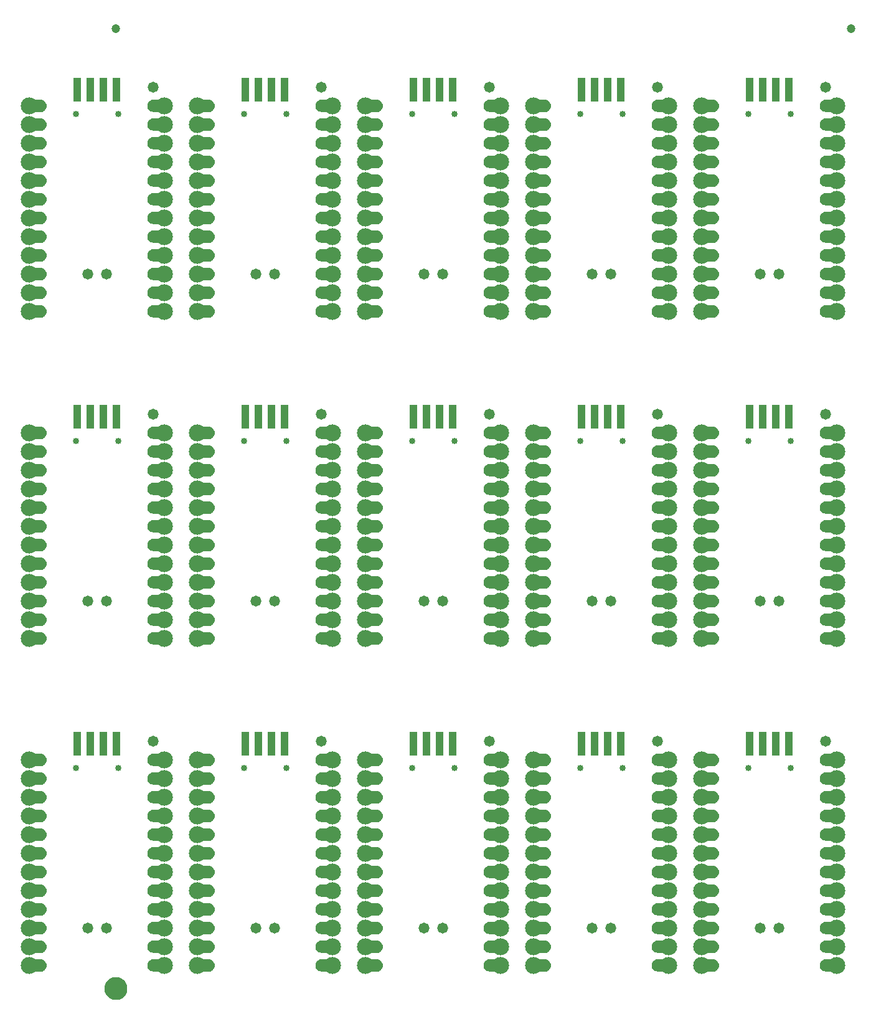
<source format=gbs>
G04 EAGLE Gerber RS-274X export*
G75*
%MOMM*%
%FSLAX34Y34*%
%LPD*%
%INSoldermask Bottom*%
%IPPOS*%
%AMOC8*
5,1,8,0,0,1.08239X$1,22.5*%
G01*
%ADD10C,1.459600*%
%ADD11C,2.309600*%
%ADD12R,1.103200X3.203200*%
%ADD13C,0.853200*%
%ADD14C,1.473200*%
%ADD15C,1.203200*%
%ADD16C,1.270000*%
%ADD17C,1.703200*%

G36*
X177802Y1172720D02*
X177802Y1172720D01*
X177804Y1172719D01*
X177847Y1172739D01*
X177891Y1172757D01*
X177891Y1172759D01*
X177893Y1172760D01*
X177926Y1172845D01*
X177926Y1189355D01*
X177925Y1189357D01*
X177926Y1189359D01*
X177906Y1189402D01*
X177888Y1189446D01*
X177886Y1189446D01*
X177885Y1189448D01*
X177800Y1189481D01*
X165100Y1189481D01*
X165091Y1189477D01*
X165080Y1189480D01*
X163552Y1189234D01*
X163542Y1189228D01*
X163529Y1189228D01*
X162076Y1188698D01*
X162067Y1188690D01*
X162054Y1188687D01*
X160727Y1187892D01*
X160720Y1187882D01*
X160708Y1187878D01*
X159555Y1186846D01*
X159550Y1186835D01*
X159539Y1186828D01*
X158602Y1185596D01*
X158599Y1185585D01*
X158589Y1185576D01*
X157902Y1184190D01*
X157902Y1184178D01*
X157894Y1184167D01*
X157481Y1182676D01*
X157483Y1182664D01*
X157477Y1182652D01*
X157354Y1181110D01*
X157358Y1181099D01*
X157354Y1181087D01*
X157513Y1179559D01*
X157518Y1179549D01*
X157517Y1179536D01*
X157952Y1178062D01*
X157959Y1178053D01*
X157960Y1178041D01*
X158657Y1176671D01*
X158665Y1176663D01*
X158669Y1176651D01*
X159603Y1175431D01*
X159613Y1175426D01*
X159619Y1175414D01*
X159772Y1175277D01*
X160192Y1174898D01*
X160760Y1174385D01*
X160771Y1174382D01*
X160779Y1174372D01*
X162089Y1173568D01*
X162100Y1173567D01*
X162109Y1173558D01*
X163544Y1173007D01*
X163555Y1173007D01*
X163566Y1173001D01*
X165077Y1172721D01*
X165088Y1172723D01*
X165100Y1172719D01*
X177800Y1172719D01*
X177802Y1172720D01*
G37*
G36*
X635002Y1172720D02*
X635002Y1172720D01*
X635004Y1172719D01*
X635047Y1172739D01*
X635091Y1172757D01*
X635091Y1172759D01*
X635093Y1172760D01*
X635126Y1172845D01*
X635126Y1189355D01*
X635125Y1189357D01*
X635126Y1189359D01*
X635106Y1189402D01*
X635088Y1189446D01*
X635086Y1189446D01*
X635085Y1189448D01*
X635000Y1189481D01*
X622300Y1189481D01*
X622291Y1189477D01*
X622280Y1189480D01*
X620752Y1189234D01*
X620742Y1189228D01*
X620729Y1189228D01*
X619276Y1188698D01*
X619267Y1188690D01*
X619254Y1188687D01*
X617927Y1187892D01*
X617920Y1187882D01*
X617908Y1187878D01*
X616755Y1186846D01*
X616750Y1186835D01*
X616739Y1186828D01*
X615802Y1185596D01*
X615799Y1185585D01*
X615789Y1185576D01*
X615102Y1184190D01*
X615102Y1184178D01*
X615094Y1184167D01*
X614681Y1182676D01*
X614683Y1182664D01*
X614677Y1182652D01*
X614554Y1181110D01*
X614558Y1181099D01*
X614554Y1181087D01*
X614713Y1179559D01*
X614718Y1179549D01*
X614717Y1179536D01*
X615152Y1178062D01*
X615159Y1178053D01*
X615160Y1178041D01*
X615857Y1176671D01*
X615865Y1176663D01*
X615869Y1176651D01*
X616803Y1175431D01*
X616813Y1175426D01*
X616819Y1175414D01*
X616972Y1175277D01*
X617392Y1174898D01*
X617960Y1174385D01*
X617971Y1174382D01*
X617979Y1174372D01*
X619289Y1173568D01*
X619300Y1173567D01*
X619309Y1173558D01*
X620744Y1173007D01*
X620755Y1173007D01*
X620766Y1173001D01*
X622277Y1172721D01*
X622288Y1172723D01*
X622300Y1172719D01*
X635000Y1172719D01*
X635002Y1172720D01*
G37*
G36*
X1092202Y474220D02*
X1092202Y474220D01*
X1092204Y474219D01*
X1092247Y474239D01*
X1092291Y474257D01*
X1092291Y474259D01*
X1092293Y474260D01*
X1092326Y474345D01*
X1092326Y490855D01*
X1092325Y490857D01*
X1092326Y490859D01*
X1092306Y490902D01*
X1092288Y490946D01*
X1092286Y490946D01*
X1092285Y490948D01*
X1092200Y490981D01*
X1079500Y490981D01*
X1079491Y490977D01*
X1079480Y490980D01*
X1077952Y490734D01*
X1077942Y490728D01*
X1077929Y490728D01*
X1076476Y490198D01*
X1076467Y490190D01*
X1076454Y490187D01*
X1075127Y489392D01*
X1075120Y489382D01*
X1075108Y489378D01*
X1073955Y488346D01*
X1073950Y488335D01*
X1073939Y488328D01*
X1073002Y487096D01*
X1072999Y487085D01*
X1072989Y487076D01*
X1072302Y485690D01*
X1072302Y485678D01*
X1072294Y485667D01*
X1071881Y484176D01*
X1071883Y484164D01*
X1071877Y484152D01*
X1071754Y482610D01*
X1071758Y482599D01*
X1071754Y482587D01*
X1071913Y481059D01*
X1071918Y481049D01*
X1071917Y481036D01*
X1072352Y479562D01*
X1072359Y479553D01*
X1072360Y479541D01*
X1073057Y478171D01*
X1073065Y478163D01*
X1073069Y478151D01*
X1074003Y476931D01*
X1074013Y476926D01*
X1074019Y476914D01*
X1074172Y476777D01*
X1074592Y476398D01*
X1075160Y475885D01*
X1075171Y475882D01*
X1075179Y475872D01*
X1076489Y475068D01*
X1076500Y475067D01*
X1076509Y475058D01*
X1077944Y474507D01*
X1077955Y474507D01*
X1077966Y474501D01*
X1079477Y474221D01*
X1079488Y474223D01*
X1079500Y474219D01*
X1092200Y474219D01*
X1092202Y474220D01*
G37*
G36*
X177802Y575820D02*
X177802Y575820D01*
X177804Y575819D01*
X177847Y575839D01*
X177891Y575857D01*
X177891Y575859D01*
X177893Y575860D01*
X177926Y575945D01*
X177926Y592455D01*
X177925Y592457D01*
X177926Y592459D01*
X177906Y592502D01*
X177888Y592546D01*
X177886Y592546D01*
X177885Y592548D01*
X177800Y592581D01*
X165100Y592581D01*
X165091Y592577D01*
X165080Y592580D01*
X163552Y592334D01*
X163542Y592328D01*
X163529Y592328D01*
X162076Y591798D01*
X162067Y591790D01*
X162054Y591787D01*
X160727Y590992D01*
X160720Y590982D01*
X160708Y590978D01*
X159555Y589946D01*
X159550Y589935D01*
X159539Y589928D01*
X158602Y588696D01*
X158599Y588685D01*
X158589Y588676D01*
X157902Y587290D01*
X157902Y587278D01*
X157894Y587267D01*
X157481Y585776D01*
X157483Y585764D01*
X157477Y585752D01*
X157354Y584210D01*
X157358Y584199D01*
X157354Y584187D01*
X157513Y582659D01*
X157518Y582649D01*
X157517Y582636D01*
X157952Y581162D01*
X157959Y581153D01*
X157960Y581141D01*
X158657Y579771D01*
X158665Y579763D01*
X158669Y579751D01*
X159603Y578531D01*
X159613Y578526D01*
X159619Y578514D01*
X159772Y578377D01*
X160192Y577998D01*
X160760Y577485D01*
X160771Y577482D01*
X160779Y577472D01*
X162089Y576668D01*
X162100Y576667D01*
X162109Y576658D01*
X163544Y576107D01*
X163555Y576107D01*
X163566Y576101D01*
X165077Y575821D01*
X165088Y575823D01*
X165100Y575819D01*
X177800Y575819D01*
X177802Y575820D01*
G37*
G36*
X406402Y1172720D02*
X406402Y1172720D01*
X406404Y1172719D01*
X406447Y1172739D01*
X406491Y1172757D01*
X406491Y1172759D01*
X406493Y1172760D01*
X406526Y1172845D01*
X406526Y1189355D01*
X406525Y1189357D01*
X406526Y1189359D01*
X406506Y1189402D01*
X406488Y1189446D01*
X406486Y1189446D01*
X406485Y1189448D01*
X406400Y1189481D01*
X393700Y1189481D01*
X393691Y1189477D01*
X393680Y1189480D01*
X392152Y1189234D01*
X392142Y1189228D01*
X392129Y1189228D01*
X390676Y1188698D01*
X390667Y1188690D01*
X390654Y1188687D01*
X389327Y1187892D01*
X389320Y1187882D01*
X389308Y1187878D01*
X388155Y1186846D01*
X388150Y1186835D01*
X388139Y1186828D01*
X387202Y1185596D01*
X387199Y1185585D01*
X387189Y1185576D01*
X386502Y1184190D01*
X386502Y1184178D01*
X386494Y1184167D01*
X386081Y1182676D01*
X386083Y1182664D01*
X386077Y1182652D01*
X385954Y1181110D01*
X385958Y1181099D01*
X385954Y1181087D01*
X386113Y1179559D01*
X386118Y1179549D01*
X386117Y1179536D01*
X386552Y1178062D01*
X386559Y1178053D01*
X386560Y1178041D01*
X387257Y1176671D01*
X387265Y1176663D01*
X387269Y1176651D01*
X388203Y1175431D01*
X388213Y1175426D01*
X388219Y1175414D01*
X388372Y1175277D01*
X388792Y1174898D01*
X389360Y1174385D01*
X389371Y1174382D01*
X389379Y1174372D01*
X390689Y1173568D01*
X390700Y1173567D01*
X390709Y1173558D01*
X392144Y1173007D01*
X392155Y1173007D01*
X392166Y1173001D01*
X393677Y1172721D01*
X393688Y1172723D01*
X393700Y1172719D01*
X406400Y1172719D01*
X406402Y1172720D01*
G37*
G36*
X863602Y575820D02*
X863602Y575820D01*
X863604Y575819D01*
X863647Y575839D01*
X863691Y575857D01*
X863691Y575859D01*
X863693Y575860D01*
X863726Y575945D01*
X863726Y592455D01*
X863725Y592457D01*
X863726Y592459D01*
X863706Y592502D01*
X863688Y592546D01*
X863686Y592546D01*
X863685Y592548D01*
X863600Y592581D01*
X850900Y592581D01*
X850891Y592577D01*
X850880Y592580D01*
X849352Y592334D01*
X849342Y592328D01*
X849329Y592328D01*
X847876Y591798D01*
X847867Y591790D01*
X847854Y591787D01*
X846527Y590992D01*
X846520Y590982D01*
X846508Y590978D01*
X845355Y589946D01*
X845350Y589935D01*
X845339Y589928D01*
X844402Y588696D01*
X844399Y588685D01*
X844389Y588676D01*
X843702Y587290D01*
X843702Y587278D01*
X843694Y587267D01*
X843281Y585776D01*
X843283Y585764D01*
X843277Y585752D01*
X843154Y584210D01*
X843158Y584199D01*
X843154Y584187D01*
X843313Y582659D01*
X843318Y582649D01*
X843317Y582636D01*
X843752Y581162D01*
X843759Y581153D01*
X843760Y581141D01*
X844457Y579771D01*
X844465Y579763D01*
X844469Y579751D01*
X845403Y578531D01*
X845413Y578526D01*
X845419Y578514D01*
X845572Y578377D01*
X845992Y577998D01*
X846560Y577485D01*
X846571Y577482D01*
X846579Y577472D01*
X847889Y576668D01*
X847900Y576667D01*
X847909Y576658D01*
X849344Y576107D01*
X849355Y576107D01*
X849366Y576101D01*
X850877Y575821D01*
X850888Y575823D01*
X850900Y575819D01*
X863600Y575819D01*
X863602Y575820D01*
G37*
G36*
X863602Y1172720D02*
X863602Y1172720D01*
X863604Y1172719D01*
X863647Y1172739D01*
X863691Y1172757D01*
X863691Y1172759D01*
X863693Y1172760D01*
X863726Y1172845D01*
X863726Y1189355D01*
X863725Y1189357D01*
X863726Y1189359D01*
X863706Y1189402D01*
X863688Y1189446D01*
X863686Y1189446D01*
X863685Y1189448D01*
X863600Y1189481D01*
X850900Y1189481D01*
X850891Y1189477D01*
X850880Y1189480D01*
X849352Y1189234D01*
X849342Y1189228D01*
X849329Y1189228D01*
X847876Y1188698D01*
X847867Y1188690D01*
X847854Y1188687D01*
X846527Y1187892D01*
X846520Y1187882D01*
X846508Y1187878D01*
X845355Y1186846D01*
X845350Y1186835D01*
X845339Y1186828D01*
X844402Y1185596D01*
X844399Y1185585D01*
X844389Y1185576D01*
X843702Y1184190D01*
X843702Y1184178D01*
X843694Y1184167D01*
X843281Y1182676D01*
X843283Y1182664D01*
X843277Y1182652D01*
X843154Y1181110D01*
X843158Y1181099D01*
X843154Y1181087D01*
X843313Y1179559D01*
X843318Y1179549D01*
X843317Y1179536D01*
X843752Y1178062D01*
X843759Y1178053D01*
X843760Y1178041D01*
X844457Y1176671D01*
X844465Y1176663D01*
X844469Y1176651D01*
X845403Y1175431D01*
X845413Y1175426D01*
X845419Y1175414D01*
X845572Y1175277D01*
X845992Y1174898D01*
X846560Y1174385D01*
X846571Y1174382D01*
X846579Y1174372D01*
X847889Y1173568D01*
X847900Y1173567D01*
X847909Y1173558D01*
X849344Y1173007D01*
X849355Y1173007D01*
X849366Y1173001D01*
X850877Y1172721D01*
X850888Y1172723D01*
X850900Y1172719D01*
X863600Y1172719D01*
X863602Y1172720D01*
G37*
G36*
X1092202Y1172720D02*
X1092202Y1172720D01*
X1092204Y1172719D01*
X1092247Y1172739D01*
X1092291Y1172757D01*
X1092291Y1172759D01*
X1092293Y1172760D01*
X1092326Y1172845D01*
X1092326Y1189355D01*
X1092325Y1189357D01*
X1092326Y1189359D01*
X1092306Y1189402D01*
X1092288Y1189446D01*
X1092286Y1189446D01*
X1092285Y1189448D01*
X1092200Y1189481D01*
X1079500Y1189481D01*
X1079491Y1189477D01*
X1079480Y1189480D01*
X1077952Y1189234D01*
X1077942Y1189228D01*
X1077929Y1189228D01*
X1076476Y1188698D01*
X1076467Y1188690D01*
X1076454Y1188687D01*
X1075127Y1187892D01*
X1075120Y1187882D01*
X1075108Y1187878D01*
X1073955Y1186846D01*
X1073950Y1186835D01*
X1073939Y1186828D01*
X1073002Y1185596D01*
X1072999Y1185585D01*
X1072989Y1185576D01*
X1072302Y1184190D01*
X1072302Y1184178D01*
X1072294Y1184167D01*
X1071881Y1182676D01*
X1071883Y1182664D01*
X1071877Y1182652D01*
X1071754Y1181110D01*
X1071758Y1181099D01*
X1071754Y1181087D01*
X1071913Y1179559D01*
X1071918Y1179549D01*
X1071917Y1179536D01*
X1072352Y1178062D01*
X1072359Y1178053D01*
X1072360Y1178041D01*
X1073057Y1176671D01*
X1073065Y1176663D01*
X1073069Y1176651D01*
X1074003Y1175431D01*
X1074013Y1175426D01*
X1074019Y1175414D01*
X1074172Y1175277D01*
X1074592Y1174898D01*
X1075160Y1174385D01*
X1075171Y1174382D01*
X1075179Y1174372D01*
X1076489Y1173568D01*
X1076500Y1173567D01*
X1076509Y1173558D01*
X1077944Y1173007D01*
X1077955Y1173007D01*
X1077966Y1173001D01*
X1079477Y1172721D01*
X1079488Y1172723D01*
X1079500Y1172719D01*
X1092200Y1172719D01*
X1092202Y1172720D01*
G37*
G36*
X1092202Y575820D02*
X1092202Y575820D01*
X1092204Y575819D01*
X1092247Y575839D01*
X1092291Y575857D01*
X1092291Y575859D01*
X1092293Y575860D01*
X1092326Y575945D01*
X1092326Y592455D01*
X1092325Y592457D01*
X1092326Y592459D01*
X1092306Y592502D01*
X1092288Y592546D01*
X1092286Y592546D01*
X1092285Y592548D01*
X1092200Y592581D01*
X1079500Y592581D01*
X1079491Y592577D01*
X1079480Y592580D01*
X1077952Y592334D01*
X1077942Y592328D01*
X1077929Y592328D01*
X1076476Y591798D01*
X1076467Y591790D01*
X1076454Y591787D01*
X1075127Y590992D01*
X1075120Y590982D01*
X1075108Y590978D01*
X1073955Y589946D01*
X1073950Y589935D01*
X1073939Y589928D01*
X1073002Y588696D01*
X1072999Y588685D01*
X1072989Y588676D01*
X1072302Y587290D01*
X1072302Y587278D01*
X1072294Y587267D01*
X1071881Y585776D01*
X1071883Y585764D01*
X1071877Y585752D01*
X1071754Y584210D01*
X1071758Y584199D01*
X1071754Y584187D01*
X1071913Y582659D01*
X1071918Y582649D01*
X1071917Y582636D01*
X1072352Y581162D01*
X1072359Y581153D01*
X1072360Y581141D01*
X1073057Y579771D01*
X1073065Y579763D01*
X1073069Y579751D01*
X1074003Y578531D01*
X1074013Y578526D01*
X1074019Y578514D01*
X1074172Y578377D01*
X1074592Y577998D01*
X1075160Y577485D01*
X1075171Y577482D01*
X1075179Y577472D01*
X1076489Y576668D01*
X1076500Y576667D01*
X1076509Y576658D01*
X1077944Y576107D01*
X1077955Y576107D01*
X1077966Y576101D01*
X1079477Y575821D01*
X1079488Y575823D01*
X1079500Y575819D01*
X1092200Y575819D01*
X1092202Y575820D01*
G37*
G36*
X406402Y575820D02*
X406402Y575820D01*
X406404Y575819D01*
X406447Y575839D01*
X406491Y575857D01*
X406491Y575859D01*
X406493Y575860D01*
X406526Y575945D01*
X406526Y592455D01*
X406525Y592457D01*
X406526Y592459D01*
X406506Y592502D01*
X406488Y592546D01*
X406486Y592546D01*
X406485Y592548D01*
X406400Y592581D01*
X393700Y592581D01*
X393691Y592577D01*
X393680Y592580D01*
X392152Y592334D01*
X392142Y592328D01*
X392129Y592328D01*
X390676Y591798D01*
X390667Y591790D01*
X390654Y591787D01*
X389327Y590992D01*
X389320Y590982D01*
X389308Y590978D01*
X388155Y589946D01*
X388150Y589935D01*
X388139Y589928D01*
X387202Y588696D01*
X387199Y588685D01*
X387189Y588676D01*
X386502Y587290D01*
X386502Y587278D01*
X386494Y587267D01*
X386081Y585776D01*
X386083Y585764D01*
X386077Y585752D01*
X385954Y584210D01*
X385958Y584199D01*
X385954Y584187D01*
X386113Y582659D01*
X386118Y582649D01*
X386117Y582636D01*
X386552Y581162D01*
X386559Y581153D01*
X386560Y581141D01*
X387257Y579771D01*
X387265Y579763D01*
X387269Y579751D01*
X388203Y578531D01*
X388213Y578526D01*
X388219Y578514D01*
X388372Y578377D01*
X388792Y577998D01*
X389360Y577485D01*
X389371Y577482D01*
X389379Y577472D01*
X390689Y576668D01*
X390700Y576667D01*
X390709Y576658D01*
X392144Y576107D01*
X392155Y576107D01*
X392166Y576101D01*
X393677Y575821D01*
X393688Y575823D01*
X393700Y575819D01*
X406400Y575819D01*
X406402Y575820D01*
G37*
G36*
X1092202Y550420D02*
X1092202Y550420D01*
X1092204Y550419D01*
X1092247Y550439D01*
X1092291Y550457D01*
X1092291Y550459D01*
X1092293Y550460D01*
X1092326Y550545D01*
X1092326Y567055D01*
X1092325Y567057D01*
X1092326Y567059D01*
X1092306Y567102D01*
X1092288Y567146D01*
X1092286Y567146D01*
X1092285Y567148D01*
X1092200Y567181D01*
X1079500Y567181D01*
X1079491Y567177D01*
X1079480Y567180D01*
X1077952Y566934D01*
X1077942Y566928D01*
X1077929Y566928D01*
X1076476Y566398D01*
X1076467Y566390D01*
X1076454Y566387D01*
X1075127Y565592D01*
X1075120Y565582D01*
X1075108Y565578D01*
X1073955Y564546D01*
X1073950Y564535D01*
X1073939Y564528D01*
X1073002Y563296D01*
X1072999Y563285D01*
X1072989Y563276D01*
X1072302Y561890D01*
X1072302Y561878D01*
X1072294Y561867D01*
X1071881Y560376D01*
X1071883Y560364D01*
X1071877Y560352D01*
X1071754Y558810D01*
X1071758Y558799D01*
X1071754Y558787D01*
X1071913Y557259D01*
X1071918Y557249D01*
X1071917Y557236D01*
X1072352Y555762D01*
X1072359Y555753D01*
X1072360Y555741D01*
X1073057Y554371D01*
X1073065Y554363D01*
X1073069Y554351D01*
X1074003Y553131D01*
X1074013Y553126D01*
X1074019Y553114D01*
X1074172Y552977D01*
X1074592Y552598D01*
X1075160Y552085D01*
X1075171Y552082D01*
X1075179Y552072D01*
X1076489Y551268D01*
X1076500Y551267D01*
X1076509Y551258D01*
X1077944Y550707D01*
X1077955Y550707D01*
X1077966Y550701D01*
X1079477Y550421D01*
X1079488Y550423D01*
X1079500Y550419D01*
X1092200Y550419D01*
X1092202Y550420D01*
G37*
G36*
X177802Y1147320D02*
X177802Y1147320D01*
X177804Y1147319D01*
X177847Y1147339D01*
X177891Y1147357D01*
X177891Y1147359D01*
X177893Y1147360D01*
X177926Y1147445D01*
X177926Y1163955D01*
X177925Y1163957D01*
X177926Y1163959D01*
X177906Y1164002D01*
X177888Y1164046D01*
X177886Y1164046D01*
X177885Y1164048D01*
X177800Y1164081D01*
X165100Y1164081D01*
X165091Y1164077D01*
X165080Y1164080D01*
X163552Y1163834D01*
X163542Y1163828D01*
X163529Y1163828D01*
X162076Y1163298D01*
X162067Y1163290D01*
X162054Y1163287D01*
X160727Y1162492D01*
X160720Y1162482D01*
X160708Y1162478D01*
X159555Y1161446D01*
X159550Y1161435D01*
X159539Y1161428D01*
X158602Y1160196D01*
X158599Y1160185D01*
X158589Y1160176D01*
X157902Y1158790D01*
X157902Y1158778D01*
X157894Y1158767D01*
X157481Y1157276D01*
X157483Y1157264D01*
X157477Y1157252D01*
X157354Y1155710D01*
X157358Y1155699D01*
X157354Y1155687D01*
X157513Y1154159D01*
X157518Y1154149D01*
X157517Y1154136D01*
X157952Y1152662D01*
X157959Y1152653D01*
X157960Y1152641D01*
X158657Y1151271D01*
X158665Y1151263D01*
X158669Y1151251D01*
X159603Y1150031D01*
X159613Y1150026D01*
X159619Y1150014D01*
X159772Y1149877D01*
X160192Y1149498D01*
X160760Y1148985D01*
X160771Y1148982D01*
X160779Y1148972D01*
X162089Y1148168D01*
X162100Y1148167D01*
X162109Y1148158D01*
X163544Y1147607D01*
X163555Y1147607D01*
X163566Y1147601D01*
X165077Y1147321D01*
X165088Y1147323D01*
X165100Y1147319D01*
X177800Y1147319D01*
X177802Y1147320D01*
G37*
G36*
X863602Y1147320D02*
X863602Y1147320D01*
X863604Y1147319D01*
X863647Y1147339D01*
X863691Y1147357D01*
X863691Y1147359D01*
X863693Y1147360D01*
X863726Y1147445D01*
X863726Y1163955D01*
X863725Y1163957D01*
X863726Y1163959D01*
X863706Y1164002D01*
X863688Y1164046D01*
X863686Y1164046D01*
X863685Y1164048D01*
X863600Y1164081D01*
X850900Y1164081D01*
X850891Y1164077D01*
X850880Y1164080D01*
X849352Y1163834D01*
X849342Y1163828D01*
X849329Y1163828D01*
X847876Y1163298D01*
X847867Y1163290D01*
X847854Y1163287D01*
X846527Y1162492D01*
X846520Y1162482D01*
X846508Y1162478D01*
X845355Y1161446D01*
X845350Y1161435D01*
X845339Y1161428D01*
X844402Y1160196D01*
X844399Y1160185D01*
X844389Y1160176D01*
X843702Y1158790D01*
X843702Y1158778D01*
X843694Y1158767D01*
X843281Y1157276D01*
X843283Y1157264D01*
X843277Y1157252D01*
X843154Y1155710D01*
X843158Y1155699D01*
X843154Y1155687D01*
X843313Y1154159D01*
X843318Y1154149D01*
X843317Y1154136D01*
X843752Y1152662D01*
X843759Y1152653D01*
X843760Y1152641D01*
X844457Y1151271D01*
X844465Y1151263D01*
X844469Y1151251D01*
X845403Y1150031D01*
X845413Y1150026D01*
X845419Y1150014D01*
X845572Y1149877D01*
X845992Y1149498D01*
X846560Y1148985D01*
X846571Y1148982D01*
X846579Y1148972D01*
X847889Y1148168D01*
X847900Y1148167D01*
X847909Y1148158D01*
X849344Y1147607D01*
X849355Y1147607D01*
X849366Y1147601D01*
X850877Y1147321D01*
X850888Y1147323D01*
X850900Y1147319D01*
X863600Y1147319D01*
X863602Y1147320D01*
G37*
G36*
X863602Y550420D02*
X863602Y550420D01*
X863604Y550419D01*
X863647Y550439D01*
X863691Y550457D01*
X863691Y550459D01*
X863693Y550460D01*
X863726Y550545D01*
X863726Y567055D01*
X863725Y567057D01*
X863726Y567059D01*
X863706Y567102D01*
X863688Y567146D01*
X863686Y567146D01*
X863685Y567148D01*
X863600Y567181D01*
X850900Y567181D01*
X850891Y567177D01*
X850880Y567180D01*
X849352Y566934D01*
X849342Y566928D01*
X849329Y566928D01*
X847876Y566398D01*
X847867Y566390D01*
X847854Y566387D01*
X846527Y565592D01*
X846520Y565582D01*
X846508Y565578D01*
X845355Y564546D01*
X845350Y564535D01*
X845339Y564528D01*
X844402Y563296D01*
X844399Y563285D01*
X844389Y563276D01*
X843702Y561890D01*
X843702Y561878D01*
X843694Y561867D01*
X843281Y560376D01*
X843283Y560364D01*
X843277Y560352D01*
X843154Y558810D01*
X843158Y558799D01*
X843154Y558787D01*
X843313Y557259D01*
X843318Y557249D01*
X843317Y557236D01*
X843752Y555762D01*
X843759Y555753D01*
X843760Y555741D01*
X844457Y554371D01*
X844465Y554363D01*
X844469Y554351D01*
X845403Y553131D01*
X845413Y553126D01*
X845419Y553114D01*
X845572Y552977D01*
X845992Y552598D01*
X846560Y552085D01*
X846571Y552082D01*
X846579Y552072D01*
X847889Y551268D01*
X847900Y551267D01*
X847909Y551258D01*
X849344Y550707D01*
X849355Y550707D01*
X849366Y550701D01*
X850877Y550421D01*
X850888Y550423D01*
X850900Y550419D01*
X863600Y550419D01*
X863602Y550420D01*
G37*
G36*
X406402Y550420D02*
X406402Y550420D01*
X406404Y550419D01*
X406447Y550439D01*
X406491Y550457D01*
X406491Y550459D01*
X406493Y550460D01*
X406526Y550545D01*
X406526Y567055D01*
X406525Y567057D01*
X406526Y567059D01*
X406506Y567102D01*
X406488Y567146D01*
X406486Y567146D01*
X406485Y567148D01*
X406400Y567181D01*
X393700Y567181D01*
X393691Y567177D01*
X393680Y567180D01*
X392152Y566934D01*
X392142Y566928D01*
X392129Y566928D01*
X390676Y566398D01*
X390667Y566390D01*
X390654Y566387D01*
X389327Y565592D01*
X389320Y565582D01*
X389308Y565578D01*
X388155Y564546D01*
X388150Y564535D01*
X388139Y564528D01*
X387202Y563296D01*
X387199Y563285D01*
X387189Y563276D01*
X386502Y561890D01*
X386502Y561878D01*
X386494Y561867D01*
X386081Y560376D01*
X386083Y560364D01*
X386077Y560352D01*
X385954Y558810D01*
X385958Y558799D01*
X385954Y558787D01*
X386113Y557259D01*
X386118Y557249D01*
X386117Y557236D01*
X386552Y555762D01*
X386559Y555753D01*
X386560Y555741D01*
X387257Y554371D01*
X387265Y554363D01*
X387269Y554351D01*
X388203Y553131D01*
X388213Y553126D01*
X388219Y553114D01*
X388372Y552977D01*
X388792Y552598D01*
X389360Y552085D01*
X389371Y552082D01*
X389379Y552072D01*
X390689Y551268D01*
X390700Y551267D01*
X390709Y551258D01*
X392144Y550707D01*
X392155Y550707D01*
X392166Y550701D01*
X393677Y550421D01*
X393688Y550423D01*
X393700Y550419D01*
X406400Y550419D01*
X406402Y550420D01*
G37*
G36*
X635002Y550420D02*
X635002Y550420D01*
X635004Y550419D01*
X635047Y550439D01*
X635091Y550457D01*
X635091Y550459D01*
X635093Y550460D01*
X635126Y550545D01*
X635126Y567055D01*
X635125Y567057D01*
X635126Y567059D01*
X635106Y567102D01*
X635088Y567146D01*
X635086Y567146D01*
X635085Y567148D01*
X635000Y567181D01*
X622300Y567181D01*
X622291Y567177D01*
X622280Y567180D01*
X620752Y566934D01*
X620742Y566928D01*
X620729Y566928D01*
X619276Y566398D01*
X619267Y566390D01*
X619254Y566387D01*
X617927Y565592D01*
X617920Y565582D01*
X617908Y565578D01*
X616755Y564546D01*
X616750Y564535D01*
X616739Y564528D01*
X615802Y563296D01*
X615799Y563285D01*
X615789Y563276D01*
X615102Y561890D01*
X615102Y561878D01*
X615094Y561867D01*
X614681Y560376D01*
X614683Y560364D01*
X614677Y560352D01*
X614554Y558810D01*
X614558Y558799D01*
X614554Y558787D01*
X614713Y557259D01*
X614718Y557249D01*
X614717Y557236D01*
X615152Y555762D01*
X615159Y555753D01*
X615160Y555741D01*
X615857Y554371D01*
X615865Y554363D01*
X615869Y554351D01*
X616803Y553131D01*
X616813Y553126D01*
X616819Y553114D01*
X616972Y552977D01*
X617392Y552598D01*
X617960Y552085D01*
X617971Y552082D01*
X617979Y552072D01*
X619289Y551268D01*
X619300Y551267D01*
X619309Y551258D01*
X620744Y550707D01*
X620755Y550707D01*
X620766Y550701D01*
X622277Y550421D01*
X622288Y550423D01*
X622300Y550419D01*
X635000Y550419D01*
X635002Y550420D01*
G37*
G36*
X1092202Y1147320D02*
X1092202Y1147320D01*
X1092204Y1147319D01*
X1092247Y1147339D01*
X1092291Y1147357D01*
X1092291Y1147359D01*
X1092293Y1147360D01*
X1092326Y1147445D01*
X1092326Y1163955D01*
X1092325Y1163957D01*
X1092326Y1163959D01*
X1092306Y1164002D01*
X1092288Y1164046D01*
X1092286Y1164046D01*
X1092285Y1164048D01*
X1092200Y1164081D01*
X1079500Y1164081D01*
X1079491Y1164077D01*
X1079480Y1164080D01*
X1077952Y1163834D01*
X1077942Y1163828D01*
X1077929Y1163828D01*
X1076476Y1163298D01*
X1076467Y1163290D01*
X1076454Y1163287D01*
X1075127Y1162492D01*
X1075120Y1162482D01*
X1075108Y1162478D01*
X1073955Y1161446D01*
X1073950Y1161435D01*
X1073939Y1161428D01*
X1073002Y1160196D01*
X1072999Y1160185D01*
X1072989Y1160176D01*
X1072302Y1158790D01*
X1072302Y1158778D01*
X1072294Y1158767D01*
X1071881Y1157276D01*
X1071883Y1157264D01*
X1071877Y1157252D01*
X1071754Y1155710D01*
X1071758Y1155699D01*
X1071754Y1155687D01*
X1071913Y1154159D01*
X1071918Y1154149D01*
X1071917Y1154136D01*
X1072352Y1152662D01*
X1072359Y1152653D01*
X1072360Y1152641D01*
X1073057Y1151271D01*
X1073065Y1151263D01*
X1073069Y1151251D01*
X1074003Y1150031D01*
X1074013Y1150026D01*
X1074019Y1150014D01*
X1074172Y1149877D01*
X1074592Y1149498D01*
X1075160Y1148985D01*
X1075171Y1148982D01*
X1075179Y1148972D01*
X1076489Y1148168D01*
X1076500Y1148167D01*
X1076509Y1148158D01*
X1077944Y1147607D01*
X1077955Y1147607D01*
X1077966Y1147601D01*
X1079477Y1147321D01*
X1079488Y1147323D01*
X1079500Y1147319D01*
X1092200Y1147319D01*
X1092202Y1147320D01*
G37*
G36*
X635002Y1147320D02*
X635002Y1147320D01*
X635004Y1147319D01*
X635047Y1147339D01*
X635091Y1147357D01*
X635091Y1147359D01*
X635093Y1147360D01*
X635126Y1147445D01*
X635126Y1163955D01*
X635125Y1163957D01*
X635126Y1163959D01*
X635106Y1164002D01*
X635088Y1164046D01*
X635086Y1164046D01*
X635085Y1164048D01*
X635000Y1164081D01*
X622300Y1164081D01*
X622291Y1164077D01*
X622280Y1164080D01*
X620752Y1163834D01*
X620742Y1163828D01*
X620729Y1163828D01*
X619276Y1163298D01*
X619267Y1163290D01*
X619254Y1163287D01*
X617927Y1162492D01*
X617920Y1162482D01*
X617908Y1162478D01*
X616755Y1161446D01*
X616750Y1161435D01*
X616739Y1161428D01*
X615802Y1160196D01*
X615799Y1160185D01*
X615789Y1160176D01*
X615102Y1158790D01*
X615102Y1158778D01*
X615094Y1158767D01*
X614681Y1157276D01*
X614683Y1157264D01*
X614677Y1157252D01*
X614554Y1155710D01*
X614558Y1155699D01*
X614554Y1155687D01*
X614713Y1154159D01*
X614718Y1154149D01*
X614717Y1154136D01*
X615152Y1152662D01*
X615159Y1152653D01*
X615160Y1152641D01*
X615857Y1151271D01*
X615865Y1151263D01*
X615869Y1151251D01*
X616803Y1150031D01*
X616813Y1150026D01*
X616819Y1150014D01*
X616972Y1149877D01*
X617392Y1149498D01*
X617960Y1148985D01*
X617971Y1148982D01*
X617979Y1148972D01*
X619289Y1148168D01*
X619300Y1148167D01*
X619309Y1148158D01*
X620744Y1147607D01*
X620755Y1147607D01*
X620766Y1147601D01*
X622277Y1147321D01*
X622288Y1147323D01*
X622300Y1147319D01*
X635000Y1147319D01*
X635002Y1147320D01*
G37*
G36*
X406402Y1147320D02*
X406402Y1147320D01*
X406404Y1147319D01*
X406447Y1147339D01*
X406491Y1147357D01*
X406491Y1147359D01*
X406493Y1147360D01*
X406526Y1147445D01*
X406526Y1163955D01*
X406525Y1163957D01*
X406526Y1163959D01*
X406506Y1164002D01*
X406488Y1164046D01*
X406486Y1164046D01*
X406485Y1164048D01*
X406400Y1164081D01*
X393700Y1164081D01*
X393691Y1164077D01*
X393680Y1164080D01*
X392152Y1163834D01*
X392142Y1163828D01*
X392129Y1163828D01*
X390676Y1163298D01*
X390667Y1163290D01*
X390654Y1163287D01*
X389327Y1162492D01*
X389320Y1162482D01*
X389308Y1162478D01*
X388155Y1161446D01*
X388150Y1161435D01*
X388139Y1161428D01*
X387202Y1160196D01*
X387199Y1160185D01*
X387189Y1160176D01*
X386502Y1158790D01*
X386502Y1158778D01*
X386494Y1158767D01*
X386081Y1157276D01*
X386083Y1157264D01*
X386077Y1157252D01*
X385954Y1155710D01*
X385958Y1155699D01*
X385954Y1155687D01*
X386113Y1154159D01*
X386118Y1154149D01*
X386117Y1154136D01*
X386552Y1152662D01*
X386559Y1152653D01*
X386560Y1152641D01*
X387257Y1151271D01*
X387265Y1151263D01*
X387269Y1151251D01*
X388203Y1150031D01*
X388213Y1150026D01*
X388219Y1150014D01*
X388372Y1149877D01*
X388792Y1149498D01*
X389360Y1148985D01*
X389371Y1148982D01*
X389379Y1148972D01*
X390689Y1148168D01*
X390700Y1148167D01*
X390709Y1148158D01*
X392144Y1147607D01*
X392155Y1147607D01*
X392166Y1147601D01*
X393677Y1147321D01*
X393688Y1147323D01*
X393700Y1147319D01*
X406400Y1147319D01*
X406402Y1147320D01*
G37*
G36*
X177802Y550420D02*
X177802Y550420D01*
X177804Y550419D01*
X177847Y550439D01*
X177891Y550457D01*
X177891Y550459D01*
X177893Y550460D01*
X177926Y550545D01*
X177926Y567055D01*
X177925Y567057D01*
X177926Y567059D01*
X177906Y567102D01*
X177888Y567146D01*
X177886Y567146D01*
X177885Y567148D01*
X177800Y567181D01*
X165100Y567181D01*
X165091Y567177D01*
X165080Y567180D01*
X163552Y566934D01*
X163542Y566928D01*
X163529Y566928D01*
X162076Y566398D01*
X162067Y566390D01*
X162054Y566387D01*
X160727Y565592D01*
X160720Y565582D01*
X160708Y565578D01*
X159555Y564546D01*
X159550Y564535D01*
X159539Y564528D01*
X158602Y563296D01*
X158599Y563285D01*
X158589Y563276D01*
X157902Y561890D01*
X157902Y561878D01*
X157894Y561867D01*
X157481Y560376D01*
X157483Y560364D01*
X157477Y560352D01*
X157354Y558810D01*
X157358Y558799D01*
X157354Y558787D01*
X157513Y557259D01*
X157518Y557249D01*
X157517Y557236D01*
X157952Y555762D01*
X157959Y555753D01*
X157960Y555741D01*
X158657Y554371D01*
X158665Y554363D01*
X158669Y554351D01*
X159603Y553131D01*
X159613Y553126D01*
X159619Y553114D01*
X159772Y552977D01*
X160192Y552598D01*
X160760Y552085D01*
X160771Y552082D01*
X160779Y552072D01*
X162089Y551268D01*
X162100Y551267D01*
X162109Y551258D01*
X163544Y550707D01*
X163555Y550707D01*
X163566Y550701D01*
X165077Y550421D01*
X165088Y550423D01*
X165100Y550419D01*
X177800Y550419D01*
X177802Y550420D01*
G37*
G36*
X406402Y1121920D02*
X406402Y1121920D01*
X406404Y1121919D01*
X406447Y1121939D01*
X406491Y1121957D01*
X406491Y1121959D01*
X406493Y1121960D01*
X406526Y1122045D01*
X406526Y1138555D01*
X406525Y1138557D01*
X406526Y1138559D01*
X406506Y1138602D01*
X406488Y1138646D01*
X406486Y1138646D01*
X406485Y1138648D01*
X406400Y1138681D01*
X393700Y1138681D01*
X393691Y1138677D01*
X393680Y1138680D01*
X392152Y1138434D01*
X392142Y1138428D01*
X392129Y1138428D01*
X390676Y1137898D01*
X390667Y1137890D01*
X390654Y1137887D01*
X389327Y1137092D01*
X389320Y1137082D01*
X389308Y1137078D01*
X388155Y1136046D01*
X388150Y1136035D01*
X388139Y1136028D01*
X387202Y1134796D01*
X387199Y1134785D01*
X387189Y1134776D01*
X386502Y1133390D01*
X386502Y1133378D01*
X386494Y1133367D01*
X386081Y1131876D01*
X386083Y1131864D01*
X386077Y1131852D01*
X385954Y1130310D01*
X385958Y1130299D01*
X385954Y1130287D01*
X386113Y1128759D01*
X386118Y1128749D01*
X386117Y1128736D01*
X386552Y1127262D01*
X386559Y1127253D01*
X386560Y1127241D01*
X387257Y1125871D01*
X387265Y1125863D01*
X387269Y1125851D01*
X388203Y1124631D01*
X388213Y1124626D01*
X388219Y1124614D01*
X388372Y1124477D01*
X388792Y1124098D01*
X389360Y1123585D01*
X389371Y1123582D01*
X389379Y1123572D01*
X390689Y1122768D01*
X390700Y1122767D01*
X390709Y1122758D01*
X392144Y1122207D01*
X392155Y1122207D01*
X392166Y1122201D01*
X393677Y1121921D01*
X393688Y1121923D01*
X393700Y1121919D01*
X406400Y1121919D01*
X406402Y1121920D01*
G37*
G36*
X177802Y1121920D02*
X177802Y1121920D01*
X177804Y1121919D01*
X177847Y1121939D01*
X177891Y1121957D01*
X177891Y1121959D01*
X177893Y1121960D01*
X177926Y1122045D01*
X177926Y1138555D01*
X177925Y1138557D01*
X177926Y1138559D01*
X177906Y1138602D01*
X177888Y1138646D01*
X177886Y1138646D01*
X177885Y1138648D01*
X177800Y1138681D01*
X165100Y1138681D01*
X165091Y1138677D01*
X165080Y1138680D01*
X163552Y1138434D01*
X163542Y1138428D01*
X163529Y1138428D01*
X162076Y1137898D01*
X162067Y1137890D01*
X162054Y1137887D01*
X160727Y1137092D01*
X160720Y1137082D01*
X160708Y1137078D01*
X159555Y1136046D01*
X159550Y1136035D01*
X159539Y1136028D01*
X158602Y1134796D01*
X158599Y1134785D01*
X158589Y1134776D01*
X157902Y1133390D01*
X157902Y1133378D01*
X157894Y1133367D01*
X157481Y1131876D01*
X157483Y1131864D01*
X157477Y1131852D01*
X157354Y1130310D01*
X157358Y1130299D01*
X157354Y1130287D01*
X157513Y1128759D01*
X157518Y1128749D01*
X157517Y1128736D01*
X157952Y1127262D01*
X157959Y1127253D01*
X157960Y1127241D01*
X158657Y1125871D01*
X158665Y1125863D01*
X158669Y1125851D01*
X159603Y1124631D01*
X159613Y1124626D01*
X159619Y1124614D01*
X159772Y1124477D01*
X160192Y1124098D01*
X160760Y1123585D01*
X160771Y1123582D01*
X160779Y1123572D01*
X162089Y1122768D01*
X162100Y1122767D01*
X162109Y1122758D01*
X163544Y1122207D01*
X163555Y1122207D01*
X163566Y1122201D01*
X165077Y1121921D01*
X165088Y1121923D01*
X165100Y1121919D01*
X177800Y1121919D01*
X177802Y1121920D01*
G37*
G36*
X1092202Y1121920D02*
X1092202Y1121920D01*
X1092204Y1121919D01*
X1092247Y1121939D01*
X1092291Y1121957D01*
X1092291Y1121959D01*
X1092293Y1121960D01*
X1092326Y1122045D01*
X1092326Y1138555D01*
X1092325Y1138557D01*
X1092326Y1138559D01*
X1092306Y1138602D01*
X1092288Y1138646D01*
X1092286Y1138646D01*
X1092285Y1138648D01*
X1092200Y1138681D01*
X1079500Y1138681D01*
X1079491Y1138677D01*
X1079480Y1138680D01*
X1077952Y1138434D01*
X1077942Y1138428D01*
X1077929Y1138428D01*
X1076476Y1137898D01*
X1076467Y1137890D01*
X1076454Y1137887D01*
X1075127Y1137092D01*
X1075120Y1137082D01*
X1075108Y1137078D01*
X1073955Y1136046D01*
X1073950Y1136035D01*
X1073939Y1136028D01*
X1073002Y1134796D01*
X1072999Y1134785D01*
X1072989Y1134776D01*
X1072302Y1133390D01*
X1072302Y1133378D01*
X1072294Y1133367D01*
X1071881Y1131876D01*
X1071883Y1131864D01*
X1071877Y1131852D01*
X1071754Y1130310D01*
X1071758Y1130299D01*
X1071754Y1130287D01*
X1071913Y1128759D01*
X1071918Y1128749D01*
X1071917Y1128736D01*
X1072352Y1127262D01*
X1072359Y1127253D01*
X1072360Y1127241D01*
X1073057Y1125871D01*
X1073065Y1125863D01*
X1073069Y1125851D01*
X1074003Y1124631D01*
X1074013Y1124626D01*
X1074019Y1124614D01*
X1074172Y1124477D01*
X1074592Y1124098D01*
X1075160Y1123585D01*
X1075171Y1123582D01*
X1075179Y1123572D01*
X1076489Y1122768D01*
X1076500Y1122767D01*
X1076509Y1122758D01*
X1077944Y1122207D01*
X1077955Y1122207D01*
X1077966Y1122201D01*
X1079477Y1121921D01*
X1079488Y1121923D01*
X1079500Y1121919D01*
X1092200Y1121919D01*
X1092202Y1121920D01*
G37*
G36*
X863602Y1121920D02*
X863602Y1121920D01*
X863604Y1121919D01*
X863647Y1121939D01*
X863691Y1121957D01*
X863691Y1121959D01*
X863693Y1121960D01*
X863726Y1122045D01*
X863726Y1138555D01*
X863725Y1138557D01*
X863726Y1138559D01*
X863706Y1138602D01*
X863688Y1138646D01*
X863686Y1138646D01*
X863685Y1138648D01*
X863600Y1138681D01*
X850900Y1138681D01*
X850891Y1138677D01*
X850880Y1138680D01*
X849352Y1138434D01*
X849342Y1138428D01*
X849329Y1138428D01*
X847876Y1137898D01*
X847867Y1137890D01*
X847854Y1137887D01*
X846527Y1137092D01*
X846520Y1137082D01*
X846508Y1137078D01*
X845355Y1136046D01*
X845350Y1136035D01*
X845339Y1136028D01*
X844402Y1134796D01*
X844399Y1134785D01*
X844389Y1134776D01*
X843702Y1133390D01*
X843702Y1133378D01*
X843694Y1133367D01*
X843281Y1131876D01*
X843283Y1131864D01*
X843277Y1131852D01*
X843154Y1130310D01*
X843158Y1130299D01*
X843154Y1130287D01*
X843313Y1128759D01*
X843318Y1128749D01*
X843317Y1128736D01*
X843752Y1127262D01*
X843759Y1127253D01*
X843760Y1127241D01*
X844457Y1125871D01*
X844465Y1125863D01*
X844469Y1125851D01*
X845403Y1124631D01*
X845413Y1124626D01*
X845419Y1124614D01*
X845572Y1124477D01*
X845992Y1124098D01*
X846560Y1123585D01*
X846571Y1123582D01*
X846579Y1123572D01*
X847889Y1122768D01*
X847900Y1122767D01*
X847909Y1122758D01*
X849344Y1122207D01*
X849355Y1122207D01*
X849366Y1122201D01*
X850877Y1121921D01*
X850888Y1121923D01*
X850900Y1121919D01*
X863600Y1121919D01*
X863602Y1121920D01*
G37*
G36*
X1092202Y525020D02*
X1092202Y525020D01*
X1092204Y525019D01*
X1092247Y525039D01*
X1092291Y525057D01*
X1092291Y525059D01*
X1092293Y525060D01*
X1092326Y525145D01*
X1092326Y541655D01*
X1092325Y541657D01*
X1092326Y541659D01*
X1092306Y541702D01*
X1092288Y541746D01*
X1092286Y541746D01*
X1092285Y541748D01*
X1092200Y541781D01*
X1079500Y541781D01*
X1079491Y541777D01*
X1079480Y541780D01*
X1077952Y541534D01*
X1077942Y541528D01*
X1077929Y541528D01*
X1076476Y540998D01*
X1076467Y540990D01*
X1076454Y540987D01*
X1075127Y540192D01*
X1075120Y540182D01*
X1075108Y540178D01*
X1073955Y539146D01*
X1073950Y539135D01*
X1073939Y539128D01*
X1073002Y537896D01*
X1072999Y537885D01*
X1072989Y537876D01*
X1072302Y536490D01*
X1072302Y536478D01*
X1072294Y536467D01*
X1071881Y534976D01*
X1071883Y534964D01*
X1071877Y534952D01*
X1071754Y533410D01*
X1071758Y533399D01*
X1071754Y533387D01*
X1071913Y531859D01*
X1071918Y531849D01*
X1071917Y531836D01*
X1072352Y530362D01*
X1072359Y530353D01*
X1072360Y530341D01*
X1073057Y528971D01*
X1073065Y528963D01*
X1073069Y528951D01*
X1074003Y527731D01*
X1074013Y527726D01*
X1074019Y527714D01*
X1074172Y527577D01*
X1074592Y527198D01*
X1075160Y526685D01*
X1075171Y526682D01*
X1075179Y526672D01*
X1076489Y525868D01*
X1076500Y525867D01*
X1076509Y525858D01*
X1077944Y525307D01*
X1077955Y525307D01*
X1077966Y525301D01*
X1079477Y525021D01*
X1079488Y525023D01*
X1079500Y525019D01*
X1092200Y525019D01*
X1092202Y525020D01*
G37*
G36*
X635002Y1121920D02*
X635002Y1121920D01*
X635004Y1121919D01*
X635047Y1121939D01*
X635091Y1121957D01*
X635091Y1121959D01*
X635093Y1121960D01*
X635126Y1122045D01*
X635126Y1138555D01*
X635125Y1138557D01*
X635126Y1138559D01*
X635106Y1138602D01*
X635088Y1138646D01*
X635086Y1138646D01*
X635085Y1138648D01*
X635000Y1138681D01*
X622300Y1138681D01*
X622291Y1138677D01*
X622280Y1138680D01*
X620752Y1138434D01*
X620742Y1138428D01*
X620729Y1138428D01*
X619276Y1137898D01*
X619267Y1137890D01*
X619254Y1137887D01*
X617927Y1137092D01*
X617920Y1137082D01*
X617908Y1137078D01*
X616755Y1136046D01*
X616750Y1136035D01*
X616739Y1136028D01*
X615802Y1134796D01*
X615799Y1134785D01*
X615789Y1134776D01*
X615102Y1133390D01*
X615102Y1133378D01*
X615094Y1133367D01*
X614681Y1131876D01*
X614683Y1131864D01*
X614677Y1131852D01*
X614554Y1130310D01*
X614558Y1130299D01*
X614554Y1130287D01*
X614713Y1128759D01*
X614718Y1128749D01*
X614717Y1128736D01*
X615152Y1127262D01*
X615159Y1127253D01*
X615160Y1127241D01*
X615857Y1125871D01*
X615865Y1125863D01*
X615869Y1125851D01*
X616803Y1124631D01*
X616813Y1124626D01*
X616819Y1124614D01*
X616972Y1124477D01*
X617392Y1124098D01*
X617960Y1123585D01*
X617971Y1123582D01*
X617979Y1123572D01*
X619289Y1122768D01*
X619300Y1122767D01*
X619309Y1122758D01*
X620744Y1122207D01*
X620755Y1122207D01*
X620766Y1122201D01*
X622277Y1121921D01*
X622288Y1121923D01*
X622300Y1121919D01*
X635000Y1121919D01*
X635002Y1121920D01*
G37*
G36*
X177802Y525020D02*
X177802Y525020D01*
X177804Y525019D01*
X177847Y525039D01*
X177891Y525057D01*
X177891Y525059D01*
X177893Y525060D01*
X177926Y525145D01*
X177926Y541655D01*
X177925Y541657D01*
X177926Y541659D01*
X177906Y541702D01*
X177888Y541746D01*
X177886Y541746D01*
X177885Y541748D01*
X177800Y541781D01*
X165100Y541781D01*
X165091Y541777D01*
X165080Y541780D01*
X163552Y541534D01*
X163542Y541528D01*
X163529Y541528D01*
X162076Y540998D01*
X162067Y540990D01*
X162054Y540987D01*
X160727Y540192D01*
X160720Y540182D01*
X160708Y540178D01*
X159555Y539146D01*
X159550Y539135D01*
X159539Y539128D01*
X158602Y537896D01*
X158599Y537885D01*
X158589Y537876D01*
X157902Y536490D01*
X157902Y536478D01*
X157894Y536467D01*
X157481Y534976D01*
X157483Y534964D01*
X157477Y534952D01*
X157354Y533410D01*
X157358Y533399D01*
X157354Y533387D01*
X157513Y531859D01*
X157518Y531849D01*
X157517Y531836D01*
X157952Y530362D01*
X157959Y530353D01*
X157960Y530341D01*
X158657Y528971D01*
X158665Y528963D01*
X158669Y528951D01*
X159603Y527731D01*
X159613Y527726D01*
X159619Y527714D01*
X159772Y527577D01*
X160192Y527198D01*
X160760Y526685D01*
X160771Y526682D01*
X160779Y526672D01*
X162089Y525868D01*
X162100Y525867D01*
X162109Y525858D01*
X163544Y525307D01*
X163555Y525307D01*
X163566Y525301D01*
X165077Y525021D01*
X165088Y525023D01*
X165100Y525019D01*
X177800Y525019D01*
X177802Y525020D01*
G37*
G36*
X635002Y525020D02*
X635002Y525020D01*
X635004Y525019D01*
X635047Y525039D01*
X635091Y525057D01*
X635091Y525059D01*
X635093Y525060D01*
X635126Y525145D01*
X635126Y541655D01*
X635125Y541657D01*
X635126Y541659D01*
X635106Y541702D01*
X635088Y541746D01*
X635086Y541746D01*
X635085Y541748D01*
X635000Y541781D01*
X622300Y541781D01*
X622291Y541777D01*
X622280Y541780D01*
X620752Y541534D01*
X620742Y541528D01*
X620729Y541528D01*
X619276Y540998D01*
X619267Y540990D01*
X619254Y540987D01*
X617927Y540192D01*
X617920Y540182D01*
X617908Y540178D01*
X616755Y539146D01*
X616750Y539135D01*
X616739Y539128D01*
X615802Y537896D01*
X615799Y537885D01*
X615789Y537876D01*
X615102Y536490D01*
X615102Y536478D01*
X615094Y536467D01*
X614681Y534976D01*
X614683Y534964D01*
X614677Y534952D01*
X614554Y533410D01*
X614558Y533399D01*
X614554Y533387D01*
X614713Y531859D01*
X614718Y531849D01*
X614717Y531836D01*
X615152Y530362D01*
X615159Y530353D01*
X615160Y530341D01*
X615857Y528971D01*
X615865Y528963D01*
X615869Y528951D01*
X616803Y527731D01*
X616813Y527726D01*
X616819Y527714D01*
X616972Y527577D01*
X617392Y527198D01*
X617960Y526685D01*
X617971Y526682D01*
X617979Y526672D01*
X619289Y525868D01*
X619300Y525867D01*
X619309Y525858D01*
X620744Y525307D01*
X620755Y525307D01*
X620766Y525301D01*
X622277Y525021D01*
X622288Y525023D01*
X622300Y525019D01*
X635000Y525019D01*
X635002Y525020D01*
G37*
G36*
X406402Y525020D02*
X406402Y525020D01*
X406404Y525019D01*
X406447Y525039D01*
X406491Y525057D01*
X406491Y525059D01*
X406493Y525060D01*
X406526Y525145D01*
X406526Y541655D01*
X406525Y541657D01*
X406526Y541659D01*
X406506Y541702D01*
X406488Y541746D01*
X406486Y541746D01*
X406485Y541748D01*
X406400Y541781D01*
X393700Y541781D01*
X393691Y541777D01*
X393680Y541780D01*
X392152Y541534D01*
X392142Y541528D01*
X392129Y541528D01*
X390676Y540998D01*
X390667Y540990D01*
X390654Y540987D01*
X389327Y540192D01*
X389320Y540182D01*
X389308Y540178D01*
X388155Y539146D01*
X388150Y539135D01*
X388139Y539128D01*
X387202Y537896D01*
X387199Y537885D01*
X387189Y537876D01*
X386502Y536490D01*
X386502Y536478D01*
X386494Y536467D01*
X386081Y534976D01*
X386083Y534964D01*
X386077Y534952D01*
X385954Y533410D01*
X385958Y533399D01*
X385954Y533387D01*
X386113Y531859D01*
X386118Y531849D01*
X386117Y531836D01*
X386552Y530362D01*
X386559Y530353D01*
X386560Y530341D01*
X387257Y528971D01*
X387265Y528963D01*
X387269Y528951D01*
X388203Y527731D01*
X388213Y527726D01*
X388219Y527714D01*
X388372Y527577D01*
X388792Y527198D01*
X389360Y526685D01*
X389371Y526682D01*
X389379Y526672D01*
X390689Y525868D01*
X390700Y525867D01*
X390709Y525858D01*
X392144Y525307D01*
X392155Y525307D01*
X392166Y525301D01*
X393677Y525021D01*
X393688Y525023D01*
X393700Y525019D01*
X406400Y525019D01*
X406402Y525020D01*
G37*
G36*
X863602Y525020D02*
X863602Y525020D01*
X863604Y525019D01*
X863647Y525039D01*
X863691Y525057D01*
X863691Y525059D01*
X863693Y525060D01*
X863726Y525145D01*
X863726Y541655D01*
X863725Y541657D01*
X863726Y541659D01*
X863706Y541702D01*
X863688Y541746D01*
X863686Y541746D01*
X863685Y541748D01*
X863600Y541781D01*
X850900Y541781D01*
X850891Y541777D01*
X850880Y541780D01*
X849352Y541534D01*
X849342Y541528D01*
X849329Y541528D01*
X847876Y540998D01*
X847867Y540990D01*
X847854Y540987D01*
X846527Y540192D01*
X846520Y540182D01*
X846508Y540178D01*
X845355Y539146D01*
X845350Y539135D01*
X845339Y539128D01*
X844402Y537896D01*
X844399Y537885D01*
X844389Y537876D01*
X843702Y536490D01*
X843702Y536478D01*
X843694Y536467D01*
X843281Y534976D01*
X843283Y534964D01*
X843277Y534952D01*
X843154Y533410D01*
X843158Y533399D01*
X843154Y533387D01*
X843313Y531859D01*
X843318Y531849D01*
X843317Y531836D01*
X843752Y530362D01*
X843759Y530353D01*
X843760Y530341D01*
X844457Y528971D01*
X844465Y528963D01*
X844469Y528951D01*
X845403Y527731D01*
X845413Y527726D01*
X845419Y527714D01*
X845572Y527577D01*
X845992Y527198D01*
X846560Y526685D01*
X846571Y526682D01*
X846579Y526672D01*
X847889Y525868D01*
X847900Y525867D01*
X847909Y525858D01*
X849344Y525307D01*
X849355Y525307D01*
X849366Y525301D01*
X850877Y525021D01*
X850888Y525023D01*
X850900Y525019D01*
X863600Y525019D01*
X863602Y525020D01*
G37*
G36*
X1092202Y1096520D02*
X1092202Y1096520D01*
X1092204Y1096519D01*
X1092247Y1096539D01*
X1092291Y1096557D01*
X1092291Y1096559D01*
X1092293Y1096560D01*
X1092326Y1096645D01*
X1092326Y1113155D01*
X1092325Y1113157D01*
X1092326Y1113159D01*
X1092306Y1113202D01*
X1092288Y1113246D01*
X1092286Y1113246D01*
X1092285Y1113248D01*
X1092200Y1113281D01*
X1079500Y1113281D01*
X1079491Y1113277D01*
X1079480Y1113280D01*
X1077952Y1113034D01*
X1077942Y1113028D01*
X1077929Y1113028D01*
X1076476Y1112498D01*
X1076467Y1112490D01*
X1076454Y1112487D01*
X1075127Y1111692D01*
X1075120Y1111682D01*
X1075108Y1111678D01*
X1073955Y1110646D01*
X1073950Y1110635D01*
X1073939Y1110628D01*
X1073002Y1109396D01*
X1072999Y1109385D01*
X1072989Y1109376D01*
X1072302Y1107990D01*
X1072302Y1107978D01*
X1072294Y1107967D01*
X1071881Y1106476D01*
X1071883Y1106464D01*
X1071877Y1106452D01*
X1071754Y1104910D01*
X1071758Y1104899D01*
X1071754Y1104887D01*
X1071913Y1103359D01*
X1071918Y1103349D01*
X1071917Y1103336D01*
X1072352Y1101862D01*
X1072359Y1101853D01*
X1072360Y1101841D01*
X1073057Y1100471D01*
X1073065Y1100463D01*
X1073069Y1100451D01*
X1074003Y1099231D01*
X1074013Y1099226D01*
X1074019Y1099214D01*
X1074172Y1099077D01*
X1074592Y1098698D01*
X1075160Y1098185D01*
X1075171Y1098182D01*
X1075179Y1098172D01*
X1076489Y1097368D01*
X1076500Y1097367D01*
X1076509Y1097358D01*
X1077944Y1096807D01*
X1077955Y1096807D01*
X1077966Y1096801D01*
X1079477Y1096521D01*
X1079488Y1096523D01*
X1079500Y1096519D01*
X1092200Y1096519D01*
X1092202Y1096520D01*
G37*
G36*
X863602Y499620D02*
X863602Y499620D01*
X863604Y499619D01*
X863647Y499639D01*
X863691Y499657D01*
X863691Y499659D01*
X863693Y499660D01*
X863726Y499745D01*
X863726Y516255D01*
X863725Y516257D01*
X863726Y516259D01*
X863706Y516302D01*
X863688Y516346D01*
X863686Y516346D01*
X863685Y516348D01*
X863600Y516381D01*
X850900Y516381D01*
X850891Y516377D01*
X850880Y516380D01*
X849352Y516134D01*
X849342Y516128D01*
X849329Y516128D01*
X847876Y515598D01*
X847867Y515590D01*
X847854Y515587D01*
X846527Y514792D01*
X846520Y514782D01*
X846508Y514778D01*
X845355Y513746D01*
X845350Y513735D01*
X845339Y513728D01*
X844402Y512496D01*
X844399Y512485D01*
X844389Y512476D01*
X843702Y511090D01*
X843702Y511078D01*
X843694Y511067D01*
X843281Y509576D01*
X843283Y509564D01*
X843277Y509552D01*
X843154Y508010D01*
X843158Y507999D01*
X843154Y507987D01*
X843313Y506459D01*
X843318Y506449D01*
X843317Y506436D01*
X843752Y504962D01*
X843759Y504953D01*
X843760Y504941D01*
X844457Y503571D01*
X844465Y503563D01*
X844469Y503551D01*
X845403Y502331D01*
X845413Y502326D01*
X845419Y502314D01*
X845572Y502177D01*
X845992Y501798D01*
X846560Y501285D01*
X846571Y501282D01*
X846579Y501272D01*
X847889Y500468D01*
X847900Y500467D01*
X847909Y500458D01*
X849344Y499907D01*
X849355Y499907D01*
X849366Y499901D01*
X850877Y499621D01*
X850888Y499623D01*
X850900Y499619D01*
X863600Y499619D01*
X863602Y499620D01*
G37*
G36*
X635002Y499620D02*
X635002Y499620D01*
X635004Y499619D01*
X635047Y499639D01*
X635091Y499657D01*
X635091Y499659D01*
X635093Y499660D01*
X635126Y499745D01*
X635126Y516255D01*
X635125Y516257D01*
X635126Y516259D01*
X635106Y516302D01*
X635088Y516346D01*
X635086Y516346D01*
X635085Y516348D01*
X635000Y516381D01*
X622300Y516381D01*
X622291Y516377D01*
X622280Y516380D01*
X620752Y516134D01*
X620742Y516128D01*
X620729Y516128D01*
X619276Y515598D01*
X619267Y515590D01*
X619254Y515587D01*
X617927Y514792D01*
X617920Y514782D01*
X617908Y514778D01*
X616755Y513746D01*
X616750Y513735D01*
X616739Y513728D01*
X615802Y512496D01*
X615799Y512485D01*
X615789Y512476D01*
X615102Y511090D01*
X615102Y511078D01*
X615094Y511067D01*
X614681Y509576D01*
X614683Y509564D01*
X614677Y509552D01*
X614554Y508010D01*
X614558Y507999D01*
X614554Y507987D01*
X614713Y506459D01*
X614718Y506449D01*
X614717Y506436D01*
X615152Y504962D01*
X615159Y504953D01*
X615160Y504941D01*
X615857Y503571D01*
X615865Y503563D01*
X615869Y503551D01*
X616803Y502331D01*
X616813Y502326D01*
X616819Y502314D01*
X616972Y502177D01*
X617392Y501798D01*
X617960Y501285D01*
X617971Y501282D01*
X617979Y501272D01*
X619289Y500468D01*
X619300Y500467D01*
X619309Y500458D01*
X620744Y499907D01*
X620755Y499907D01*
X620766Y499901D01*
X622277Y499621D01*
X622288Y499623D01*
X622300Y499619D01*
X635000Y499619D01*
X635002Y499620D01*
G37*
G36*
X406402Y1096520D02*
X406402Y1096520D01*
X406404Y1096519D01*
X406447Y1096539D01*
X406491Y1096557D01*
X406491Y1096559D01*
X406493Y1096560D01*
X406526Y1096645D01*
X406526Y1113155D01*
X406525Y1113157D01*
X406526Y1113159D01*
X406506Y1113202D01*
X406488Y1113246D01*
X406486Y1113246D01*
X406485Y1113248D01*
X406400Y1113281D01*
X393700Y1113281D01*
X393691Y1113277D01*
X393680Y1113280D01*
X392152Y1113034D01*
X392142Y1113028D01*
X392129Y1113028D01*
X390676Y1112498D01*
X390667Y1112490D01*
X390654Y1112487D01*
X389327Y1111692D01*
X389320Y1111682D01*
X389308Y1111678D01*
X388155Y1110646D01*
X388150Y1110635D01*
X388139Y1110628D01*
X387202Y1109396D01*
X387199Y1109385D01*
X387189Y1109376D01*
X386502Y1107990D01*
X386502Y1107978D01*
X386494Y1107967D01*
X386081Y1106476D01*
X386083Y1106464D01*
X386077Y1106452D01*
X385954Y1104910D01*
X385958Y1104899D01*
X385954Y1104887D01*
X386113Y1103359D01*
X386118Y1103349D01*
X386117Y1103336D01*
X386552Y1101862D01*
X386559Y1101853D01*
X386560Y1101841D01*
X387257Y1100471D01*
X387265Y1100463D01*
X387269Y1100451D01*
X388203Y1099231D01*
X388213Y1099226D01*
X388219Y1099214D01*
X388372Y1099077D01*
X388792Y1098698D01*
X389360Y1098185D01*
X389371Y1098182D01*
X389379Y1098172D01*
X390689Y1097368D01*
X390700Y1097367D01*
X390709Y1097358D01*
X392144Y1096807D01*
X392155Y1096807D01*
X392166Y1096801D01*
X393677Y1096521D01*
X393688Y1096523D01*
X393700Y1096519D01*
X406400Y1096519D01*
X406402Y1096520D01*
G37*
G36*
X177802Y1096520D02*
X177802Y1096520D01*
X177804Y1096519D01*
X177847Y1096539D01*
X177891Y1096557D01*
X177891Y1096559D01*
X177893Y1096560D01*
X177926Y1096645D01*
X177926Y1113155D01*
X177925Y1113157D01*
X177926Y1113159D01*
X177906Y1113202D01*
X177888Y1113246D01*
X177886Y1113246D01*
X177885Y1113248D01*
X177800Y1113281D01*
X165100Y1113281D01*
X165091Y1113277D01*
X165080Y1113280D01*
X163552Y1113034D01*
X163542Y1113028D01*
X163529Y1113028D01*
X162076Y1112498D01*
X162067Y1112490D01*
X162054Y1112487D01*
X160727Y1111692D01*
X160720Y1111682D01*
X160708Y1111678D01*
X159555Y1110646D01*
X159550Y1110635D01*
X159539Y1110628D01*
X158602Y1109396D01*
X158599Y1109385D01*
X158589Y1109376D01*
X157902Y1107990D01*
X157902Y1107978D01*
X157894Y1107967D01*
X157481Y1106476D01*
X157483Y1106464D01*
X157477Y1106452D01*
X157354Y1104910D01*
X157358Y1104899D01*
X157354Y1104887D01*
X157513Y1103359D01*
X157518Y1103349D01*
X157517Y1103336D01*
X157952Y1101862D01*
X157959Y1101853D01*
X157960Y1101841D01*
X158657Y1100471D01*
X158665Y1100463D01*
X158669Y1100451D01*
X159603Y1099231D01*
X159613Y1099226D01*
X159619Y1099214D01*
X159772Y1099077D01*
X160192Y1098698D01*
X160760Y1098185D01*
X160771Y1098182D01*
X160779Y1098172D01*
X162089Y1097368D01*
X162100Y1097367D01*
X162109Y1097358D01*
X163544Y1096807D01*
X163555Y1096807D01*
X163566Y1096801D01*
X165077Y1096521D01*
X165088Y1096523D01*
X165100Y1096519D01*
X177800Y1096519D01*
X177802Y1096520D01*
G37*
G36*
X1092202Y499620D02*
X1092202Y499620D01*
X1092204Y499619D01*
X1092247Y499639D01*
X1092291Y499657D01*
X1092291Y499659D01*
X1092293Y499660D01*
X1092326Y499745D01*
X1092326Y516255D01*
X1092325Y516257D01*
X1092326Y516259D01*
X1092306Y516302D01*
X1092288Y516346D01*
X1092286Y516346D01*
X1092285Y516348D01*
X1092200Y516381D01*
X1079500Y516381D01*
X1079491Y516377D01*
X1079480Y516380D01*
X1077952Y516134D01*
X1077942Y516128D01*
X1077929Y516128D01*
X1076476Y515598D01*
X1076467Y515590D01*
X1076454Y515587D01*
X1075127Y514792D01*
X1075120Y514782D01*
X1075108Y514778D01*
X1073955Y513746D01*
X1073950Y513735D01*
X1073939Y513728D01*
X1073002Y512496D01*
X1072999Y512485D01*
X1072989Y512476D01*
X1072302Y511090D01*
X1072302Y511078D01*
X1072294Y511067D01*
X1071881Y509576D01*
X1071883Y509564D01*
X1071877Y509552D01*
X1071754Y508010D01*
X1071758Y507999D01*
X1071754Y507987D01*
X1071913Y506459D01*
X1071918Y506449D01*
X1071917Y506436D01*
X1072352Y504962D01*
X1072359Y504953D01*
X1072360Y504941D01*
X1073057Y503571D01*
X1073065Y503563D01*
X1073069Y503551D01*
X1074003Y502331D01*
X1074013Y502326D01*
X1074019Y502314D01*
X1074172Y502177D01*
X1074592Y501798D01*
X1075160Y501285D01*
X1075171Y501282D01*
X1075179Y501272D01*
X1076489Y500468D01*
X1076500Y500467D01*
X1076509Y500458D01*
X1077944Y499907D01*
X1077955Y499907D01*
X1077966Y499901D01*
X1079477Y499621D01*
X1079488Y499623D01*
X1079500Y499619D01*
X1092200Y499619D01*
X1092202Y499620D01*
G37*
G36*
X406402Y499620D02*
X406402Y499620D01*
X406404Y499619D01*
X406447Y499639D01*
X406491Y499657D01*
X406491Y499659D01*
X406493Y499660D01*
X406526Y499745D01*
X406526Y516255D01*
X406525Y516257D01*
X406526Y516259D01*
X406506Y516302D01*
X406488Y516346D01*
X406486Y516346D01*
X406485Y516348D01*
X406400Y516381D01*
X393700Y516381D01*
X393691Y516377D01*
X393680Y516380D01*
X392152Y516134D01*
X392142Y516128D01*
X392129Y516128D01*
X390676Y515598D01*
X390667Y515590D01*
X390654Y515587D01*
X389327Y514792D01*
X389320Y514782D01*
X389308Y514778D01*
X388155Y513746D01*
X388150Y513735D01*
X388139Y513728D01*
X387202Y512496D01*
X387199Y512485D01*
X387189Y512476D01*
X386502Y511090D01*
X386502Y511078D01*
X386494Y511067D01*
X386081Y509576D01*
X386083Y509564D01*
X386077Y509552D01*
X385954Y508010D01*
X385958Y507999D01*
X385954Y507987D01*
X386113Y506459D01*
X386118Y506449D01*
X386117Y506436D01*
X386552Y504962D01*
X386559Y504953D01*
X386560Y504941D01*
X387257Y503571D01*
X387265Y503563D01*
X387269Y503551D01*
X388203Y502331D01*
X388213Y502326D01*
X388219Y502314D01*
X388372Y502177D01*
X388792Y501798D01*
X389360Y501285D01*
X389371Y501282D01*
X389379Y501272D01*
X390689Y500468D01*
X390700Y500467D01*
X390709Y500458D01*
X392144Y499907D01*
X392155Y499907D01*
X392166Y499901D01*
X393677Y499621D01*
X393688Y499623D01*
X393700Y499619D01*
X406400Y499619D01*
X406402Y499620D01*
G37*
G36*
X177802Y499620D02*
X177802Y499620D01*
X177804Y499619D01*
X177847Y499639D01*
X177891Y499657D01*
X177891Y499659D01*
X177893Y499660D01*
X177926Y499745D01*
X177926Y516255D01*
X177925Y516257D01*
X177926Y516259D01*
X177906Y516302D01*
X177888Y516346D01*
X177886Y516346D01*
X177885Y516348D01*
X177800Y516381D01*
X165100Y516381D01*
X165091Y516377D01*
X165080Y516380D01*
X163552Y516134D01*
X163542Y516128D01*
X163529Y516128D01*
X162076Y515598D01*
X162067Y515590D01*
X162054Y515587D01*
X160727Y514792D01*
X160720Y514782D01*
X160708Y514778D01*
X159555Y513746D01*
X159550Y513735D01*
X159539Y513728D01*
X158602Y512496D01*
X158599Y512485D01*
X158589Y512476D01*
X157902Y511090D01*
X157902Y511078D01*
X157894Y511067D01*
X157481Y509576D01*
X157483Y509564D01*
X157477Y509552D01*
X157354Y508010D01*
X157358Y507999D01*
X157354Y507987D01*
X157513Y506459D01*
X157518Y506449D01*
X157517Y506436D01*
X157952Y504962D01*
X157959Y504953D01*
X157960Y504941D01*
X158657Y503571D01*
X158665Y503563D01*
X158669Y503551D01*
X159603Y502331D01*
X159613Y502326D01*
X159619Y502314D01*
X159772Y502177D01*
X160192Y501798D01*
X160760Y501285D01*
X160771Y501282D01*
X160779Y501272D01*
X162089Y500468D01*
X162100Y500467D01*
X162109Y500458D01*
X163544Y499907D01*
X163555Y499907D01*
X163566Y499901D01*
X165077Y499621D01*
X165088Y499623D01*
X165100Y499619D01*
X177800Y499619D01*
X177802Y499620D01*
G37*
G36*
X635002Y1096520D02*
X635002Y1096520D01*
X635004Y1096519D01*
X635047Y1096539D01*
X635091Y1096557D01*
X635091Y1096559D01*
X635093Y1096560D01*
X635126Y1096645D01*
X635126Y1113155D01*
X635125Y1113157D01*
X635126Y1113159D01*
X635106Y1113202D01*
X635088Y1113246D01*
X635086Y1113246D01*
X635085Y1113248D01*
X635000Y1113281D01*
X622300Y1113281D01*
X622291Y1113277D01*
X622280Y1113280D01*
X620752Y1113034D01*
X620742Y1113028D01*
X620729Y1113028D01*
X619276Y1112498D01*
X619267Y1112490D01*
X619254Y1112487D01*
X617927Y1111692D01*
X617920Y1111682D01*
X617908Y1111678D01*
X616755Y1110646D01*
X616750Y1110635D01*
X616739Y1110628D01*
X615802Y1109396D01*
X615799Y1109385D01*
X615789Y1109376D01*
X615102Y1107990D01*
X615102Y1107978D01*
X615094Y1107967D01*
X614681Y1106476D01*
X614683Y1106464D01*
X614677Y1106452D01*
X614554Y1104910D01*
X614558Y1104899D01*
X614554Y1104887D01*
X614713Y1103359D01*
X614718Y1103349D01*
X614717Y1103336D01*
X615152Y1101862D01*
X615159Y1101853D01*
X615160Y1101841D01*
X615857Y1100471D01*
X615865Y1100463D01*
X615869Y1100451D01*
X616803Y1099231D01*
X616813Y1099226D01*
X616819Y1099214D01*
X616972Y1099077D01*
X617392Y1098698D01*
X617960Y1098185D01*
X617971Y1098182D01*
X617979Y1098172D01*
X619289Y1097368D01*
X619300Y1097367D01*
X619309Y1097358D01*
X620744Y1096807D01*
X620755Y1096807D01*
X620766Y1096801D01*
X622277Y1096521D01*
X622288Y1096523D01*
X622300Y1096519D01*
X635000Y1096519D01*
X635002Y1096520D01*
G37*
G36*
X863602Y1096520D02*
X863602Y1096520D01*
X863604Y1096519D01*
X863647Y1096539D01*
X863691Y1096557D01*
X863691Y1096559D01*
X863693Y1096560D01*
X863726Y1096645D01*
X863726Y1113155D01*
X863725Y1113157D01*
X863726Y1113159D01*
X863706Y1113202D01*
X863688Y1113246D01*
X863686Y1113246D01*
X863685Y1113248D01*
X863600Y1113281D01*
X850900Y1113281D01*
X850891Y1113277D01*
X850880Y1113280D01*
X849352Y1113034D01*
X849342Y1113028D01*
X849329Y1113028D01*
X847876Y1112498D01*
X847867Y1112490D01*
X847854Y1112487D01*
X846527Y1111692D01*
X846520Y1111682D01*
X846508Y1111678D01*
X845355Y1110646D01*
X845350Y1110635D01*
X845339Y1110628D01*
X844402Y1109396D01*
X844399Y1109385D01*
X844389Y1109376D01*
X843702Y1107990D01*
X843702Y1107978D01*
X843694Y1107967D01*
X843281Y1106476D01*
X843283Y1106464D01*
X843277Y1106452D01*
X843154Y1104910D01*
X843158Y1104899D01*
X843154Y1104887D01*
X843313Y1103359D01*
X843318Y1103349D01*
X843317Y1103336D01*
X843752Y1101862D01*
X843759Y1101853D01*
X843760Y1101841D01*
X844457Y1100471D01*
X844465Y1100463D01*
X844469Y1100451D01*
X845403Y1099231D01*
X845413Y1099226D01*
X845419Y1099214D01*
X845572Y1099077D01*
X845992Y1098698D01*
X846560Y1098185D01*
X846571Y1098182D01*
X846579Y1098172D01*
X847889Y1097368D01*
X847900Y1097367D01*
X847909Y1097358D01*
X849344Y1096807D01*
X849355Y1096807D01*
X849366Y1096801D01*
X850877Y1096521D01*
X850888Y1096523D01*
X850900Y1096519D01*
X863600Y1096519D01*
X863602Y1096520D01*
G37*
G36*
X177802Y474220D02*
X177802Y474220D01*
X177804Y474219D01*
X177847Y474239D01*
X177891Y474257D01*
X177891Y474259D01*
X177893Y474260D01*
X177926Y474345D01*
X177926Y490855D01*
X177925Y490857D01*
X177926Y490859D01*
X177906Y490902D01*
X177888Y490946D01*
X177886Y490946D01*
X177885Y490948D01*
X177800Y490981D01*
X165100Y490981D01*
X165091Y490977D01*
X165080Y490980D01*
X163552Y490734D01*
X163542Y490728D01*
X163529Y490728D01*
X162076Y490198D01*
X162067Y490190D01*
X162054Y490187D01*
X160727Y489392D01*
X160720Y489382D01*
X160708Y489378D01*
X159555Y488346D01*
X159550Y488335D01*
X159539Y488328D01*
X158602Y487096D01*
X158599Y487085D01*
X158589Y487076D01*
X157902Y485690D01*
X157902Y485678D01*
X157894Y485667D01*
X157481Y484176D01*
X157483Y484164D01*
X157477Y484152D01*
X157354Y482610D01*
X157358Y482599D01*
X157354Y482587D01*
X157513Y481059D01*
X157518Y481049D01*
X157517Y481036D01*
X157952Y479562D01*
X157959Y479553D01*
X157960Y479541D01*
X158657Y478171D01*
X158665Y478163D01*
X158669Y478151D01*
X159603Y476931D01*
X159613Y476926D01*
X159619Y476914D01*
X159772Y476777D01*
X160192Y476398D01*
X160760Y475885D01*
X160771Y475882D01*
X160779Y475872D01*
X162089Y475068D01*
X162100Y475067D01*
X162109Y475058D01*
X163544Y474507D01*
X163555Y474507D01*
X163566Y474501D01*
X165077Y474221D01*
X165088Y474223D01*
X165100Y474219D01*
X177800Y474219D01*
X177802Y474220D01*
G37*
G36*
X406402Y1071120D02*
X406402Y1071120D01*
X406404Y1071119D01*
X406447Y1071139D01*
X406491Y1071157D01*
X406491Y1071159D01*
X406493Y1071160D01*
X406526Y1071245D01*
X406526Y1087755D01*
X406525Y1087757D01*
X406526Y1087759D01*
X406506Y1087802D01*
X406488Y1087846D01*
X406486Y1087846D01*
X406485Y1087848D01*
X406400Y1087881D01*
X393700Y1087881D01*
X393691Y1087877D01*
X393680Y1087880D01*
X392152Y1087634D01*
X392142Y1087628D01*
X392129Y1087628D01*
X390676Y1087098D01*
X390667Y1087090D01*
X390654Y1087087D01*
X389327Y1086292D01*
X389320Y1086282D01*
X389308Y1086278D01*
X388155Y1085246D01*
X388150Y1085235D01*
X388139Y1085228D01*
X387202Y1083996D01*
X387199Y1083985D01*
X387189Y1083976D01*
X386502Y1082590D01*
X386502Y1082578D01*
X386494Y1082567D01*
X386081Y1081076D01*
X386083Y1081064D01*
X386077Y1081052D01*
X385954Y1079510D01*
X385958Y1079499D01*
X385954Y1079487D01*
X386113Y1077959D01*
X386118Y1077949D01*
X386117Y1077936D01*
X386552Y1076462D01*
X386559Y1076453D01*
X386560Y1076441D01*
X387257Y1075071D01*
X387265Y1075063D01*
X387269Y1075051D01*
X388203Y1073831D01*
X388213Y1073826D01*
X388219Y1073814D01*
X388372Y1073677D01*
X388792Y1073298D01*
X389360Y1072785D01*
X389371Y1072782D01*
X389379Y1072772D01*
X390689Y1071968D01*
X390700Y1071967D01*
X390709Y1071958D01*
X392144Y1071407D01*
X392155Y1071407D01*
X392166Y1071401D01*
X393677Y1071121D01*
X393688Y1071123D01*
X393700Y1071119D01*
X406400Y1071119D01*
X406402Y1071120D01*
G37*
G36*
X863602Y474220D02*
X863602Y474220D01*
X863604Y474219D01*
X863647Y474239D01*
X863691Y474257D01*
X863691Y474259D01*
X863693Y474260D01*
X863726Y474345D01*
X863726Y490855D01*
X863725Y490857D01*
X863726Y490859D01*
X863706Y490902D01*
X863688Y490946D01*
X863686Y490946D01*
X863685Y490948D01*
X863600Y490981D01*
X850900Y490981D01*
X850891Y490977D01*
X850880Y490980D01*
X849352Y490734D01*
X849342Y490728D01*
X849329Y490728D01*
X847876Y490198D01*
X847867Y490190D01*
X847854Y490187D01*
X846527Y489392D01*
X846520Y489382D01*
X846508Y489378D01*
X845355Y488346D01*
X845350Y488335D01*
X845339Y488328D01*
X844402Y487096D01*
X844399Y487085D01*
X844389Y487076D01*
X843702Y485690D01*
X843702Y485678D01*
X843694Y485667D01*
X843281Y484176D01*
X843283Y484164D01*
X843277Y484152D01*
X843154Y482610D01*
X843158Y482599D01*
X843154Y482587D01*
X843313Y481059D01*
X843318Y481049D01*
X843317Y481036D01*
X843752Y479562D01*
X843759Y479553D01*
X843760Y479541D01*
X844457Y478171D01*
X844465Y478163D01*
X844469Y478151D01*
X845403Y476931D01*
X845413Y476926D01*
X845419Y476914D01*
X845572Y476777D01*
X845992Y476398D01*
X846560Y475885D01*
X846571Y475882D01*
X846579Y475872D01*
X847889Y475068D01*
X847900Y475067D01*
X847909Y475058D01*
X849344Y474507D01*
X849355Y474507D01*
X849366Y474501D01*
X850877Y474221D01*
X850888Y474223D01*
X850900Y474219D01*
X863600Y474219D01*
X863602Y474220D01*
G37*
G36*
X177802Y1071120D02*
X177802Y1071120D01*
X177804Y1071119D01*
X177847Y1071139D01*
X177891Y1071157D01*
X177891Y1071159D01*
X177893Y1071160D01*
X177926Y1071245D01*
X177926Y1087755D01*
X177925Y1087757D01*
X177926Y1087759D01*
X177906Y1087802D01*
X177888Y1087846D01*
X177886Y1087846D01*
X177885Y1087848D01*
X177800Y1087881D01*
X165100Y1087881D01*
X165091Y1087877D01*
X165080Y1087880D01*
X163552Y1087634D01*
X163542Y1087628D01*
X163529Y1087628D01*
X162076Y1087098D01*
X162067Y1087090D01*
X162054Y1087087D01*
X160727Y1086292D01*
X160720Y1086282D01*
X160708Y1086278D01*
X159555Y1085246D01*
X159550Y1085235D01*
X159539Y1085228D01*
X158602Y1083996D01*
X158599Y1083985D01*
X158589Y1083976D01*
X157902Y1082590D01*
X157902Y1082578D01*
X157894Y1082567D01*
X157481Y1081076D01*
X157483Y1081064D01*
X157477Y1081052D01*
X157354Y1079510D01*
X157358Y1079499D01*
X157354Y1079487D01*
X157513Y1077959D01*
X157518Y1077949D01*
X157517Y1077936D01*
X157952Y1076462D01*
X157959Y1076453D01*
X157960Y1076441D01*
X158657Y1075071D01*
X158665Y1075063D01*
X158669Y1075051D01*
X159603Y1073831D01*
X159613Y1073826D01*
X159619Y1073814D01*
X159772Y1073677D01*
X160192Y1073298D01*
X160760Y1072785D01*
X160771Y1072782D01*
X160779Y1072772D01*
X162089Y1071968D01*
X162100Y1071967D01*
X162109Y1071958D01*
X163544Y1071407D01*
X163555Y1071407D01*
X163566Y1071401D01*
X165077Y1071121D01*
X165088Y1071123D01*
X165100Y1071119D01*
X177800Y1071119D01*
X177802Y1071120D01*
G37*
G36*
X863602Y1071120D02*
X863602Y1071120D01*
X863604Y1071119D01*
X863647Y1071139D01*
X863691Y1071157D01*
X863691Y1071159D01*
X863693Y1071160D01*
X863726Y1071245D01*
X863726Y1087755D01*
X863725Y1087757D01*
X863726Y1087759D01*
X863706Y1087802D01*
X863688Y1087846D01*
X863686Y1087846D01*
X863685Y1087848D01*
X863600Y1087881D01*
X850900Y1087881D01*
X850891Y1087877D01*
X850880Y1087880D01*
X849352Y1087634D01*
X849342Y1087628D01*
X849329Y1087628D01*
X847876Y1087098D01*
X847867Y1087090D01*
X847854Y1087087D01*
X846527Y1086292D01*
X846520Y1086282D01*
X846508Y1086278D01*
X845355Y1085246D01*
X845350Y1085235D01*
X845339Y1085228D01*
X844402Y1083996D01*
X844399Y1083985D01*
X844389Y1083976D01*
X843702Y1082590D01*
X843702Y1082578D01*
X843694Y1082567D01*
X843281Y1081076D01*
X843283Y1081064D01*
X843277Y1081052D01*
X843154Y1079510D01*
X843158Y1079499D01*
X843154Y1079487D01*
X843313Y1077959D01*
X843318Y1077949D01*
X843317Y1077936D01*
X843752Y1076462D01*
X843759Y1076453D01*
X843760Y1076441D01*
X844457Y1075071D01*
X844465Y1075063D01*
X844469Y1075051D01*
X845403Y1073831D01*
X845413Y1073826D01*
X845419Y1073814D01*
X845572Y1073677D01*
X845992Y1073298D01*
X846560Y1072785D01*
X846571Y1072782D01*
X846579Y1072772D01*
X847889Y1071968D01*
X847900Y1071967D01*
X847909Y1071958D01*
X849344Y1071407D01*
X849355Y1071407D01*
X849366Y1071401D01*
X850877Y1071121D01*
X850888Y1071123D01*
X850900Y1071119D01*
X863600Y1071119D01*
X863602Y1071120D01*
G37*
G36*
X635002Y944120D02*
X635002Y944120D01*
X635004Y944119D01*
X635047Y944139D01*
X635091Y944157D01*
X635091Y944159D01*
X635093Y944160D01*
X635126Y944245D01*
X635126Y960755D01*
X635125Y960757D01*
X635126Y960759D01*
X635106Y960802D01*
X635088Y960846D01*
X635086Y960846D01*
X635085Y960848D01*
X635000Y960881D01*
X622300Y960881D01*
X622291Y960877D01*
X622280Y960880D01*
X620752Y960634D01*
X620742Y960628D01*
X620729Y960628D01*
X619276Y960098D01*
X619267Y960090D01*
X619254Y960087D01*
X617927Y959292D01*
X617920Y959282D01*
X617908Y959278D01*
X616755Y958246D01*
X616750Y958235D01*
X616739Y958228D01*
X615802Y956996D01*
X615799Y956985D01*
X615789Y956976D01*
X615102Y955590D01*
X615102Y955578D01*
X615094Y955567D01*
X614681Y954076D01*
X614683Y954064D01*
X614677Y954052D01*
X614554Y952510D01*
X614558Y952499D01*
X614554Y952487D01*
X614713Y950959D01*
X614718Y950949D01*
X614717Y950936D01*
X615152Y949462D01*
X615159Y949453D01*
X615160Y949441D01*
X615857Y948071D01*
X615865Y948063D01*
X615869Y948051D01*
X616803Y946831D01*
X616813Y946826D01*
X616819Y946814D01*
X616972Y946677D01*
X617392Y946298D01*
X617960Y945785D01*
X617971Y945782D01*
X617979Y945772D01*
X619289Y944968D01*
X619300Y944967D01*
X619309Y944958D01*
X620744Y944407D01*
X620755Y944407D01*
X620766Y944401D01*
X622277Y944121D01*
X622288Y944123D01*
X622300Y944119D01*
X635000Y944119D01*
X635002Y944120D01*
G37*
G36*
X635002Y474220D02*
X635002Y474220D01*
X635004Y474219D01*
X635047Y474239D01*
X635091Y474257D01*
X635091Y474259D01*
X635093Y474260D01*
X635126Y474345D01*
X635126Y490855D01*
X635125Y490857D01*
X635126Y490859D01*
X635106Y490902D01*
X635088Y490946D01*
X635086Y490946D01*
X635085Y490948D01*
X635000Y490981D01*
X622300Y490981D01*
X622291Y490977D01*
X622280Y490980D01*
X620752Y490734D01*
X620742Y490728D01*
X620729Y490728D01*
X619276Y490198D01*
X619267Y490190D01*
X619254Y490187D01*
X617927Y489392D01*
X617920Y489382D01*
X617908Y489378D01*
X616755Y488346D01*
X616750Y488335D01*
X616739Y488328D01*
X615802Y487096D01*
X615799Y487085D01*
X615789Y487076D01*
X615102Y485690D01*
X615102Y485678D01*
X615094Y485667D01*
X614681Y484176D01*
X614683Y484164D01*
X614677Y484152D01*
X614554Y482610D01*
X614558Y482599D01*
X614554Y482587D01*
X614713Y481059D01*
X614718Y481049D01*
X614717Y481036D01*
X615152Y479562D01*
X615159Y479553D01*
X615160Y479541D01*
X615857Y478171D01*
X615865Y478163D01*
X615869Y478151D01*
X616803Y476931D01*
X616813Y476926D01*
X616819Y476914D01*
X616972Y476777D01*
X617392Y476398D01*
X617960Y475885D01*
X617971Y475882D01*
X617979Y475872D01*
X619289Y475068D01*
X619300Y475067D01*
X619309Y475058D01*
X620744Y474507D01*
X620755Y474507D01*
X620766Y474501D01*
X622277Y474221D01*
X622288Y474223D01*
X622300Y474219D01*
X635000Y474219D01*
X635002Y474220D01*
G37*
G36*
X1092202Y1071120D02*
X1092202Y1071120D01*
X1092204Y1071119D01*
X1092247Y1071139D01*
X1092291Y1071157D01*
X1092291Y1071159D01*
X1092293Y1071160D01*
X1092326Y1071245D01*
X1092326Y1087755D01*
X1092325Y1087757D01*
X1092326Y1087759D01*
X1092306Y1087802D01*
X1092288Y1087846D01*
X1092286Y1087846D01*
X1092285Y1087848D01*
X1092200Y1087881D01*
X1079500Y1087881D01*
X1079491Y1087877D01*
X1079480Y1087880D01*
X1077952Y1087634D01*
X1077942Y1087628D01*
X1077929Y1087628D01*
X1076476Y1087098D01*
X1076467Y1087090D01*
X1076454Y1087087D01*
X1075127Y1086292D01*
X1075120Y1086282D01*
X1075108Y1086278D01*
X1073955Y1085246D01*
X1073950Y1085235D01*
X1073939Y1085228D01*
X1073002Y1083996D01*
X1072999Y1083985D01*
X1072989Y1083976D01*
X1072302Y1082590D01*
X1072302Y1082578D01*
X1072294Y1082567D01*
X1071881Y1081076D01*
X1071883Y1081064D01*
X1071877Y1081052D01*
X1071754Y1079510D01*
X1071758Y1079499D01*
X1071754Y1079487D01*
X1071913Y1077959D01*
X1071918Y1077949D01*
X1071917Y1077936D01*
X1072352Y1076462D01*
X1072359Y1076453D01*
X1072360Y1076441D01*
X1073057Y1075071D01*
X1073065Y1075063D01*
X1073069Y1075051D01*
X1074003Y1073831D01*
X1074013Y1073826D01*
X1074019Y1073814D01*
X1074172Y1073677D01*
X1074592Y1073298D01*
X1075160Y1072785D01*
X1075171Y1072782D01*
X1075179Y1072772D01*
X1076489Y1071968D01*
X1076500Y1071967D01*
X1076509Y1071958D01*
X1077944Y1071407D01*
X1077955Y1071407D01*
X1077966Y1071401D01*
X1079477Y1071121D01*
X1079488Y1071123D01*
X1079500Y1071119D01*
X1092200Y1071119D01*
X1092202Y1071120D01*
G37*
G36*
X406402Y474220D02*
X406402Y474220D01*
X406404Y474219D01*
X406447Y474239D01*
X406491Y474257D01*
X406491Y474259D01*
X406493Y474260D01*
X406526Y474345D01*
X406526Y490855D01*
X406525Y490857D01*
X406526Y490859D01*
X406506Y490902D01*
X406488Y490946D01*
X406486Y490946D01*
X406485Y490948D01*
X406400Y490981D01*
X393700Y490981D01*
X393691Y490977D01*
X393680Y490980D01*
X392152Y490734D01*
X392142Y490728D01*
X392129Y490728D01*
X390676Y490198D01*
X390667Y490190D01*
X390654Y490187D01*
X389327Y489392D01*
X389320Y489382D01*
X389308Y489378D01*
X388155Y488346D01*
X388150Y488335D01*
X388139Y488328D01*
X387202Y487096D01*
X387199Y487085D01*
X387189Y487076D01*
X386502Y485690D01*
X386502Y485678D01*
X386494Y485667D01*
X386081Y484176D01*
X386083Y484164D01*
X386077Y484152D01*
X385954Y482610D01*
X385958Y482599D01*
X385954Y482587D01*
X386113Y481059D01*
X386118Y481049D01*
X386117Y481036D01*
X386552Y479562D01*
X386559Y479553D01*
X386560Y479541D01*
X387257Y478171D01*
X387265Y478163D01*
X387269Y478151D01*
X388203Y476931D01*
X388213Y476926D01*
X388219Y476914D01*
X388372Y476777D01*
X388792Y476398D01*
X389360Y475885D01*
X389371Y475882D01*
X389379Y475872D01*
X390689Y475068D01*
X390700Y475067D01*
X390709Y475058D01*
X392144Y474507D01*
X392155Y474507D01*
X392166Y474501D01*
X393677Y474221D01*
X393688Y474223D01*
X393700Y474219D01*
X406400Y474219D01*
X406402Y474220D01*
G37*
G36*
X635002Y1071120D02*
X635002Y1071120D01*
X635004Y1071119D01*
X635047Y1071139D01*
X635091Y1071157D01*
X635091Y1071159D01*
X635093Y1071160D01*
X635126Y1071245D01*
X635126Y1087755D01*
X635125Y1087757D01*
X635126Y1087759D01*
X635106Y1087802D01*
X635088Y1087846D01*
X635086Y1087846D01*
X635085Y1087848D01*
X635000Y1087881D01*
X622300Y1087881D01*
X622291Y1087877D01*
X622280Y1087880D01*
X620752Y1087634D01*
X620742Y1087628D01*
X620729Y1087628D01*
X619276Y1087098D01*
X619267Y1087090D01*
X619254Y1087087D01*
X617927Y1086292D01*
X617920Y1086282D01*
X617908Y1086278D01*
X616755Y1085246D01*
X616750Y1085235D01*
X616739Y1085228D01*
X615802Y1083996D01*
X615799Y1083985D01*
X615789Y1083976D01*
X615102Y1082590D01*
X615102Y1082578D01*
X615094Y1082567D01*
X614681Y1081076D01*
X614683Y1081064D01*
X614677Y1081052D01*
X614554Y1079510D01*
X614558Y1079499D01*
X614554Y1079487D01*
X614713Y1077959D01*
X614718Y1077949D01*
X614717Y1077936D01*
X615152Y1076462D01*
X615159Y1076453D01*
X615160Y1076441D01*
X615857Y1075071D01*
X615865Y1075063D01*
X615869Y1075051D01*
X616803Y1073831D01*
X616813Y1073826D01*
X616819Y1073814D01*
X616972Y1073677D01*
X617392Y1073298D01*
X617960Y1072785D01*
X617971Y1072782D01*
X617979Y1072772D01*
X619289Y1071968D01*
X619300Y1071967D01*
X619309Y1071958D01*
X620744Y1071407D01*
X620755Y1071407D01*
X620766Y1071401D01*
X622277Y1071121D01*
X622288Y1071123D01*
X622300Y1071119D01*
X635000Y1071119D01*
X635002Y1071120D01*
G37*
G36*
X406402Y1045720D02*
X406402Y1045720D01*
X406404Y1045719D01*
X406447Y1045739D01*
X406491Y1045757D01*
X406491Y1045759D01*
X406493Y1045760D01*
X406526Y1045845D01*
X406526Y1062355D01*
X406525Y1062357D01*
X406526Y1062359D01*
X406506Y1062402D01*
X406488Y1062446D01*
X406486Y1062446D01*
X406485Y1062448D01*
X406400Y1062481D01*
X393700Y1062481D01*
X393691Y1062477D01*
X393680Y1062480D01*
X392152Y1062234D01*
X392142Y1062228D01*
X392129Y1062228D01*
X390676Y1061698D01*
X390667Y1061690D01*
X390654Y1061687D01*
X389327Y1060892D01*
X389320Y1060882D01*
X389308Y1060878D01*
X388155Y1059846D01*
X388150Y1059835D01*
X388139Y1059828D01*
X387202Y1058596D01*
X387199Y1058585D01*
X387189Y1058576D01*
X386502Y1057190D01*
X386502Y1057178D01*
X386494Y1057167D01*
X386081Y1055676D01*
X386083Y1055664D01*
X386077Y1055652D01*
X385954Y1054110D01*
X385958Y1054099D01*
X385954Y1054087D01*
X386113Y1052559D01*
X386118Y1052549D01*
X386117Y1052536D01*
X386552Y1051062D01*
X386559Y1051053D01*
X386560Y1051041D01*
X387257Y1049671D01*
X387265Y1049663D01*
X387269Y1049651D01*
X388203Y1048431D01*
X388213Y1048426D01*
X388219Y1048414D01*
X388372Y1048277D01*
X388792Y1047898D01*
X389360Y1047385D01*
X389371Y1047382D01*
X389379Y1047372D01*
X390689Y1046568D01*
X390700Y1046567D01*
X390709Y1046558D01*
X392144Y1046007D01*
X392155Y1046007D01*
X392166Y1046001D01*
X393677Y1045721D01*
X393688Y1045723D01*
X393700Y1045719D01*
X406400Y1045719D01*
X406402Y1045720D01*
G37*
G36*
X635002Y1045720D02*
X635002Y1045720D01*
X635004Y1045719D01*
X635047Y1045739D01*
X635091Y1045757D01*
X635091Y1045759D01*
X635093Y1045760D01*
X635126Y1045845D01*
X635126Y1062355D01*
X635125Y1062357D01*
X635126Y1062359D01*
X635106Y1062402D01*
X635088Y1062446D01*
X635086Y1062446D01*
X635085Y1062448D01*
X635000Y1062481D01*
X622300Y1062481D01*
X622291Y1062477D01*
X622280Y1062480D01*
X620752Y1062234D01*
X620742Y1062228D01*
X620729Y1062228D01*
X619276Y1061698D01*
X619267Y1061690D01*
X619254Y1061687D01*
X617927Y1060892D01*
X617920Y1060882D01*
X617908Y1060878D01*
X616755Y1059846D01*
X616750Y1059835D01*
X616739Y1059828D01*
X615802Y1058596D01*
X615799Y1058585D01*
X615789Y1058576D01*
X615102Y1057190D01*
X615102Y1057178D01*
X615094Y1057167D01*
X614681Y1055676D01*
X614683Y1055664D01*
X614677Y1055652D01*
X614554Y1054110D01*
X614558Y1054099D01*
X614554Y1054087D01*
X614713Y1052559D01*
X614718Y1052549D01*
X614717Y1052536D01*
X615152Y1051062D01*
X615159Y1051053D01*
X615160Y1051041D01*
X615857Y1049671D01*
X615865Y1049663D01*
X615869Y1049651D01*
X616803Y1048431D01*
X616813Y1048426D01*
X616819Y1048414D01*
X616972Y1048277D01*
X617392Y1047898D01*
X617960Y1047385D01*
X617971Y1047382D01*
X617979Y1047372D01*
X619289Y1046568D01*
X619300Y1046567D01*
X619309Y1046558D01*
X620744Y1046007D01*
X620755Y1046007D01*
X620766Y1046001D01*
X622277Y1045721D01*
X622288Y1045723D01*
X622300Y1045719D01*
X635000Y1045719D01*
X635002Y1045720D01*
G37*
G36*
X177802Y1045720D02*
X177802Y1045720D01*
X177804Y1045719D01*
X177847Y1045739D01*
X177891Y1045757D01*
X177891Y1045759D01*
X177893Y1045760D01*
X177926Y1045845D01*
X177926Y1062355D01*
X177925Y1062357D01*
X177926Y1062359D01*
X177906Y1062402D01*
X177888Y1062446D01*
X177886Y1062446D01*
X177885Y1062448D01*
X177800Y1062481D01*
X165100Y1062481D01*
X165091Y1062477D01*
X165080Y1062480D01*
X163552Y1062234D01*
X163542Y1062228D01*
X163529Y1062228D01*
X162076Y1061698D01*
X162067Y1061690D01*
X162054Y1061687D01*
X160727Y1060892D01*
X160720Y1060882D01*
X160708Y1060878D01*
X159555Y1059846D01*
X159550Y1059835D01*
X159539Y1059828D01*
X158602Y1058596D01*
X158599Y1058585D01*
X158589Y1058576D01*
X157902Y1057190D01*
X157902Y1057178D01*
X157894Y1057167D01*
X157481Y1055676D01*
X157483Y1055664D01*
X157477Y1055652D01*
X157354Y1054110D01*
X157358Y1054099D01*
X157354Y1054087D01*
X157513Y1052559D01*
X157518Y1052549D01*
X157517Y1052536D01*
X157952Y1051062D01*
X157959Y1051053D01*
X157960Y1051041D01*
X158657Y1049671D01*
X158665Y1049663D01*
X158669Y1049651D01*
X159603Y1048431D01*
X159613Y1048426D01*
X159619Y1048414D01*
X159772Y1048277D01*
X160192Y1047898D01*
X160760Y1047385D01*
X160771Y1047382D01*
X160779Y1047372D01*
X162089Y1046568D01*
X162100Y1046567D01*
X162109Y1046558D01*
X163544Y1046007D01*
X163555Y1046007D01*
X163566Y1046001D01*
X165077Y1045721D01*
X165088Y1045723D01*
X165100Y1045719D01*
X177800Y1045719D01*
X177802Y1045720D01*
G37*
G36*
X1092202Y448820D02*
X1092202Y448820D01*
X1092204Y448819D01*
X1092247Y448839D01*
X1092291Y448857D01*
X1092291Y448859D01*
X1092293Y448860D01*
X1092326Y448945D01*
X1092326Y465455D01*
X1092325Y465457D01*
X1092326Y465459D01*
X1092306Y465502D01*
X1092288Y465546D01*
X1092286Y465546D01*
X1092285Y465548D01*
X1092200Y465581D01*
X1079500Y465581D01*
X1079491Y465577D01*
X1079480Y465580D01*
X1077952Y465334D01*
X1077942Y465328D01*
X1077929Y465328D01*
X1076476Y464798D01*
X1076467Y464790D01*
X1076454Y464787D01*
X1075127Y463992D01*
X1075120Y463982D01*
X1075108Y463978D01*
X1073955Y462946D01*
X1073950Y462935D01*
X1073939Y462928D01*
X1073002Y461696D01*
X1072999Y461685D01*
X1072989Y461676D01*
X1072302Y460290D01*
X1072302Y460278D01*
X1072294Y460267D01*
X1071881Y458776D01*
X1071883Y458764D01*
X1071877Y458752D01*
X1071754Y457210D01*
X1071758Y457199D01*
X1071754Y457187D01*
X1071913Y455659D01*
X1071918Y455649D01*
X1071917Y455636D01*
X1072352Y454162D01*
X1072359Y454153D01*
X1072360Y454141D01*
X1073057Y452771D01*
X1073065Y452763D01*
X1073069Y452751D01*
X1074003Y451531D01*
X1074013Y451526D01*
X1074019Y451514D01*
X1074172Y451377D01*
X1074592Y450998D01*
X1075160Y450485D01*
X1075171Y450482D01*
X1075179Y450472D01*
X1076489Y449668D01*
X1076500Y449667D01*
X1076509Y449658D01*
X1077944Y449107D01*
X1077955Y449107D01*
X1077966Y449101D01*
X1079477Y448821D01*
X1079488Y448823D01*
X1079500Y448819D01*
X1092200Y448819D01*
X1092202Y448820D01*
G37*
G36*
X406402Y448820D02*
X406402Y448820D01*
X406404Y448819D01*
X406447Y448839D01*
X406491Y448857D01*
X406491Y448859D01*
X406493Y448860D01*
X406526Y448945D01*
X406526Y465455D01*
X406525Y465457D01*
X406526Y465459D01*
X406506Y465502D01*
X406488Y465546D01*
X406486Y465546D01*
X406485Y465548D01*
X406400Y465581D01*
X393700Y465581D01*
X393691Y465577D01*
X393680Y465580D01*
X392152Y465334D01*
X392142Y465328D01*
X392129Y465328D01*
X390676Y464798D01*
X390667Y464790D01*
X390654Y464787D01*
X389327Y463992D01*
X389320Y463982D01*
X389308Y463978D01*
X388155Y462946D01*
X388150Y462935D01*
X388139Y462928D01*
X387202Y461696D01*
X387199Y461685D01*
X387189Y461676D01*
X386502Y460290D01*
X386502Y460278D01*
X386494Y460267D01*
X386081Y458776D01*
X386083Y458764D01*
X386077Y458752D01*
X385954Y457210D01*
X385958Y457199D01*
X385954Y457187D01*
X386113Y455659D01*
X386118Y455649D01*
X386117Y455636D01*
X386552Y454162D01*
X386559Y454153D01*
X386560Y454141D01*
X387257Y452771D01*
X387265Y452763D01*
X387269Y452751D01*
X388203Y451531D01*
X388213Y451526D01*
X388219Y451514D01*
X388372Y451377D01*
X388792Y450998D01*
X389360Y450485D01*
X389371Y450482D01*
X389379Y450472D01*
X390689Y449668D01*
X390700Y449667D01*
X390709Y449658D01*
X392144Y449107D01*
X392155Y449107D01*
X392166Y449101D01*
X393677Y448821D01*
X393688Y448823D01*
X393700Y448819D01*
X406400Y448819D01*
X406402Y448820D01*
G37*
G36*
X863602Y1045720D02*
X863602Y1045720D01*
X863604Y1045719D01*
X863647Y1045739D01*
X863691Y1045757D01*
X863691Y1045759D01*
X863693Y1045760D01*
X863726Y1045845D01*
X863726Y1062355D01*
X863725Y1062357D01*
X863726Y1062359D01*
X863706Y1062402D01*
X863688Y1062446D01*
X863686Y1062446D01*
X863685Y1062448D01*
X863600Y1062481D01*
X850900Y1062481D01*
X850891Y1062477D01*
X850880Y1062480D01*
X849352Y1062234D01*
X849342Y1062228D01*
X849329Y1062228D01*
X847876Y1061698D01*
X847867Y1061690D01*
X847854Y1061687D01*
X846527Y1060892D01*
X846520Y1060882D01*
X846508Y1060878D01*
X845355Y1059846D01*
X845350Y1059835D01*
X845339Y1059828D01*
X844402Y1058596D01*
X844399Y1058585D01*
X844389Y1058576D01*
X843702Y1057190D01*
X843702Y1057178D01*
X843694Y1057167D01*
X843281Y1055676D01*
X843283Y1055664D01*
X843277Y1055652D01*
X843154Y1054110D01*
X843158Y1054099D01*
X843154Y1054087D01*
X843313Y1052559D01*
X843318Y1052549D01*
X843317Y1052536D01*
X843752Y1051062D01*
X843759Y1051053D01*
X843760Y1051041D01*
X844457Y1049671D01*
X844465Y1049663D01*
X844469Y1049651D01*
X845403Y1048431D01*
X845413Y1048426D01*
X845419Y1048414D01*
X845572Y1048277D01*
X845992Y1047898D01*
X846560Y1047385D01*
X846571Y1047382D01*
X846579Y1047372D01*
X847889Y1046568D01*
X847900Y1046567D01*
X847909Y1046558D01*
X849344Y1046007D01*
X849355Y1046007D01*
X849366Y1046001D01*
X850877Y1045721D01*
X850888Y1045723D01*
X850900Y1045719D01*
X863600Y1045719D01*
X863602Y1045720D01*
G37*
G36*
X863602Y448820D02*
X863602Y448820D01*
X863604Y448819D01*
X863647Y448839D01*
X863691Y448857D01*
X863691Y448859D01*
X863693Y448860D01*
X863726Y448945D01*
X863726Y465455D01*
X863725Y465457D01*
X863726Y465459D01*
X863706Y465502D01*
X863688Y465546D01*
X863686Y465546D01*
X863685Y465548D01*
X863600Y465581D01*
X850900Y465581D01*
X850891Y465577D01*
X850880Y465580D01*
X849352Y465334D01*
X849342Y465328D01*
X849329Y465328D01*
X847876Y464798D01*
X847867Y464790D01*
X847854Y464787D01*
X846527Y463992D01*
X846520Y463982D01*
X846508Y463978D01*
X845355Y462946D01*
X845350Y462935D01*
X845339Y462928D01*
X844402Y461696D01*
X844399Y461685D01*
X844389Y461676D01*
X843702Y460290D01*
X843702Y460278D01*
X843694Y460267D01*
X843281Y458776D01*
X843283Y458764D01*
X843277Y458752D01*
X843154Y457210D01*
X843158Y457199D01*
X843154Y457187D01*
X843313Y455659D01*
X843318Y455649D01*
X843317Y455636D01*
X843752Y454162D01*
X843759Y454153D01*
X843760Y454141D01*
X844457Y452771D01*
X844465Y452763D01*
X844469Y452751D01*
X845403Y451531D01*
X845413Y451526D01*
X845419Y451514D01*
X845572Y451377D01*
X845992Y450998D01*
X846560Y450485D01*
X846571Y450482D01*
X846579Y450472D01*
X847889Y449668D01*
X847900Y449667D01*
X847909Y449658D01*
X849344Y449107D01*
X849355Y449107D01*
X849366Y449101D01*
X850877Y448821D01*
X850888Y448823D01*
X850900Y448819D01*
X863600Y448819D01*
X863602Y448820D01*
G37*
G36*
X1092202Y1045720D02*
X1092202Y1045720D01*
X1092204Y1045719D01*
X1092247Y1045739D01*
X1092291Y1045757D01*
X1092291Y1045759D01*
X1092293Y1045760D01*
X1092326Y1045845D01*
X1092326Y1062355D01*
X1092325Y1062357D01*
X1092326Y1062359D01*
X1092306Y1062402D01*
X1092288Y1062446D01*
X1092286Y1062446D01*
X1092285Y1062448D01*
X1092200Y1062481D01*
X1079500Y1062481D01*
X1079491Y1062477D01*
X1079480Y1062480D01*
X1077952Y1062234D01*
X1077942Y1062228D01*
X1077929Y1062228D01*
X1076476Y1061698D01*
X1076467Y1061690D01*
X1076454Y1061687D01*
X1075127Y1060892D01*
X1075120Y1060882D01*
X1075108Y1060878D01*
X1073955Y1059846D01*
X1073950Y1059835D01*
X1073939Y1059828D01*
X1073002Y1058596D01*
X1072999Y1058585D01*
X1072989Y1058576D01*
X1072302Y1057190D01*
X1072302Y1057178D01*
X1072294Y1057167D01*
X1071881Y1055676D01*
X1071883Y1055664D01*
X1071877Y1055652D01*
X1071754Y1054110D01*
X1071758Y1054099D01*
X1071754Y1054087D01*
X1071913Y1052559D01*
X1071918Y1052549D01*
X1071917Y1052536D01*
X1072352Y1051062D01*
X1072359Y1051053D01*
X1072360Y1051041D01*
X1073057Y1049671D01*
X1073065Y1049663D01*
X1073069Y1049651D01*
X1074003Y1048431D01*
X1074013Y1048426D01*
X1074019Y1048414D01*
X1074172Y1048277D01*
X1074592Y1047898D01*
X1075160Y1047385D01*
X1075171Y1047382D01*
X1075179Y1047372D01*
X1076489Y1046568D01*
X1076500Y1046567D01*
X1076509Y1046558D01*
X1077944Y1046007D01*
X1077955Y1046007D01*
X1077966Y1046001D01*
X1079477Y1045721D01*
X1079488Y1045723D01*
X1079500Y1045719D01*
X1092200Y1045719D01*
X1092202Y1045720D01*
G37*
G36*
X177802Y448820D02*
X177802Y448820D01*
X177804Y448819D01*
X177847Y448839D01*
X177891Y448857D01*
X177891Y448859D01*
X177893Y448860D01*
X177926Y448945D01*
X177926Y465455D01*
X177925Y465457D01*
X177926Y465459D01*
X177906Y465502D01*
X177888Y465546D01*
X177886Y465546D01*
X177885Y465548D01*
X177800Y465581D01*
X165100Y465581D01*
X165091Y465577D01*
X165080Y465580D01*
X163552Y465334D01*
X163542Y465328D01*
X163529Y465328D01*
X162076Y464798D01*
X162067Y464790D01*
X162054Y464787D01*
X160727Y463992D01*
X160720Y463982D01*
X160708Y463978D01*
X159555Y462946D01*
X159550Y462935D01*
X159539Y462928D01*
X158602Y461696D01*
X158599Y461685D01*
X158589Y461676D01*
X157902Y460290D01*
X157902Y460278D01*
X157894Y460267D01*
X157481Y458776D01*
X157483Y458764D01*
X157477Y458752D01*
X157354Y457210D01*
X157358Y457199D01*
X157354Y457187D01*
X157513Y455659D01*
X157518Y455649D01*
X157517Y455636D01*
X157952Y454162D01*
X157959Y454153D01*
X157960Y454141D01*
X158657Y452771D01*
X158665Y452763D01*
X158669Y452751D01*
X159603Y451531D01*
X159613Y451526D01*
X159619Y451514D01*
X159772Y451377D01*
X160192Y450998D01*
X160760Y450485D01*
X160771Y450482D01*
X160779Y450472D01*
X162089Y449668D01*
X162100Y449667D01*
X162109Y449658D01*
X163544Y449107D01*
X163555Y449107D01*
X163566Y449101D01*
X165077Y448821D01*
X165088Y448823D01*
X165100Y448819D01*
X177800Y448819D01*
X177802Y448820D01*
G37*
G36*
X635002Y448820D02*
X635002Y448820D01*
X635004Y448819D01*
X635047Y448839D01*
X635091Y448857D01*
X635091Y448859D01*
X635093Y448860D01*
X635126Y448945D01*
X635126Y465455D01*
X635125Y465457D01*
X635126Y465459D01*
X635106Y465502D01*
X635088Y465546D01*
X635086Y465546D01*
X635085Y465548D01*
X635000Y465581D01*
X622300Y465581D01*
X622291Y465577D01*
X622280Y465580D01*
X620752Y465334D01*
X620742Y465328D01*
X620729Y465328D01*
X619276Y464798D01*
X619267Y464790D01*
X619254Y464787D01*
X617927Y463992D01*
X617920Y463982D01*
X617908Y463978D01*
X616755Y462946D01*
X616750Y462935D01*
X616739Y462928D01*
X615802Y461696D01*
X615799Y461685D01*
X615789Y461676D01*
X615102Y460290D01*
X615102Y460278D01*
X615094Y460267D01*
X614681Y458776D01*
X614683Y458764D01*
X614677Y458752D01*
X614554Y457210D01*
X614558Y457199D01*
X614554Y457187D01*
X614713Y455659D01*
X614718Y455649D01*
X614717Y455636D01*
X615152Y454162D01*
X615159Y454153D01*
X615160Y454141D01*
X615857Y452771D01*
X615865Y452763D01*
X615869Y452751D01*
X616803Y451531D01*
X616813Y451526D01*
X616819Y451514D01*
X616972Y451377D01*
X617392Y450998D01*
X617960Y450485D01*
X617971Y450482D01*
X617979Y450472D01*
X619289Y449668D01*
X619300Y449667D01*
X619309Y449658D01*
X620744Y449107D01*
X620755Y449107D01*
X620766Y449101D01*
X622277Y448821D01*
X622288Y448823D01*
X622300Y448819D01*
X635000Y448819D01*
X635002Y448820D01*
G37*
G36*
X406402Y283720D02*
X406402Y283720D01*
X406404Y283719D01*
X406447Y283739D01*
X406491Y283757D01*
X406491Y283759D01*
X406493Y283760D01*
X406526Y283845D01*
X406526Y300355D01*
X406525Y300357D01*
X406526Y300359D01*
X406506Y300402D01*
X406488Y300446D01*
X406486Y300446D01*
X406485Y300448D01*
X406400Y300481D01*
X393700Y300481D01*
X393691Y300477D01*
X393680Y300480D01*
X392152Y300234D01*
X392142Y300228D01*
X392129Y300228D01*
X390676Y299698D01*
X390667Y299690D01*
X390654Y299687D01*
X389327Y298892D01*
X389320Y298882D01*
X389308Y298878D01*
X388155Y297846D01*
X388150Y297835D01*
X388139Y297828D01*
X387202Y296596D01*
X387199Y296585D01*
X387189Y296576D01*
X386502Y295190D01*
X386502Y295178D01*
X386494Y295167D01*
X386081Y293676D01*
X386083Y293664D01*
X386077Y293652D01*
X385954Y292110D01*
X385958Y292099D01*
X385954Y292087D01*
X386113Y290559D01*
X386118Y290549D01*
X386117Y290536D01*
X386552Y289062D01*
X386559Y289053D01*
X386560Y289041D01*
X387257Y287671D01*
X387265Y287663D01*
X387269Y287651D01*
X388203Y286431D01*
X388213Y286426D01*
X388219Y286414D01*
X388372Y286277D01*
X388792Y285898D01*
X389360Y285385D01*
X389371Y285382D01*
X389379Y285372D01*
X390689Y284568D01*
X390700Y284567D01*
X390709Y284558D01*
X392144Y284007D01*
X392155Y284007D01*
X392166Y284001D01*
X393677Y283721D01*
X393688Y283723D01*
X393700Y283719D01*
X406400Y283719D01*
X406402Y283720D01*
G37*
G36*
X863602Y283720D02*
X863602Y283720D01*
X863604Y283719D01*
X863647Y283739D01*
X863691Y283757D01*
X863691Y283759D01*
X863693Y283760D01*
X863726Y283845D01*
X863726Y300355D01*
X863725Y300357D01*
X863726Y300359D01*
X863706Y300402D01*
X863688Y300446D01*
X863686Y300446D01*
X863685Y300448D01*
X863600Y300481D01*
X850900Y300481D01*
X850891Y300477D01*
X850880Y300480D01*
X849352Y300234D01*
X849342Y300228D01*
X849329Y300228D01*
X847876Y299698D01*
X847867Y299690D01*
X847854Y299687D01*
X846527Y298892D01*
X846520Y298882D01*
X846508Y298878D01*
X845355Y297846D01*
X845350Y297835D01*
X845339Y297828D01*
X844402Y296596D01*
X844399Y296585D01*
X844389Y296576D01*
X843702Y295190D01*
X843702Y295178D01*
X843694Y295167D01*
X843281Y293676D01*
X843283Y293664D01*
X843277Y293652D01*
X843154Y292110D01*
X843158Y292099D01*
X843154Y292087D01*
X843313Y290559D01*
X843318Y290549D01*
X843317Y290536D01*
X843752Y289062D01*
X843759Y289053D01*
X843760Y289041D01*
X844457Y287671D01*
X844465Y287663D01*
X844469Y287651D01*
X845403Y286431D01*
X845413Y286426D01*
X845419Y286414D01*
X845572Y286277D01*
X845992Y285898D01*
X846560Y285385D01*
X846571Y285382D01*
X846579Y285372D01*
X847889Y284568D01*
X847900Y284567D01*
X847909Y284558D01*
X849344Y284007D01*
X849355Y284007D01*
X849366Y284001D01*
X850877Y283721D01*
X850888Y283723D01*
X850900Y283719D01*
X863600Y283719D01*
X863602Y283720D01*
G37*
G36*
X635002Y1020320D02*
X635002Y1020320D01*
X635004Y1020319D01*
X635047Y1020339D01*
X635091Y1020357D01*
X635091Y1020359D01*
X635093Y1020360D01*
X635126Y1020445D01*
X635126Y1036955D01*
X635125Y1036957D01*
X635126Y1036959D01*
X635106Y1037002D01*
X635088Y1037046D01*
X635086Y1037046D01*
X635085Y1037048D01*
X635000Y1037081D01*
X622300Y1037081D01*
X622291Y1037077D01*
X622280Y1037080D01*
X620752Y1036834D01*
X620742Y1036828D01*
X620729Y1036828D01*
X619276Y1036298D01*
X619267Y1036290D01*
X619254Y1036287D01*
X617927Y1035492D01*
X617920Y1035482D01*
X617908Y1035478D01*
X616755Y1034446D01*
X616750Y1034435D01*
X616739Y1034428D01*
X615802Y1033196D01*
X615799Y1033185D01*
X615789Y1033176D01*
X615102Y1031790D01*
X615102Y1031778D01*
X615094Y1031767D01*
X614681Y1030276D01*
X614683Y1030264D01*
X614677Y1030252D01*
X614554Y1028710D01*
X614558Y1028699D01*
X614554Y1028687D01*
X614713Y1027159D01*
X614718Y1027149D01*
X614717Y1027136D01*
X615152Y1025662D01*
X615159Y1025653D01*
X615160Y1025641D01*
X615857Y1024271D01*
X615865Y1024263D01*
X615869Y1024251D01*
X616803Y1023031D01*
X616813Y1023026D01*
X616819Y1023014D01*
X616972Y1022877D01*
X617392Y1022498D01*
X617960Y1021985D01*
X617971Y1021982D01*
X617979Y1021972D01*
X619289Y1021168D01*
X619300Y1021167D01*
X619309Y1021158D01*
X620744Y1020607D01*
X620755Y1020607D01*
X620766Y1020601D01*
X622277Y1020321D01*
X622288Y1020323D01*
X622300Y1020319D01*
X635000Y1020319D01*
X635002Y1020320D01*
G37*
G36*
X177802Y283720D02*
X177802Y283720D01*
X177804Y283719D01*
X177847Y283739D01*
X177891Y283757D01*
X177891Y283759D01*
X177893Y283760D01*
X177926Y283845D01*
X177926Y300355D01*
X177925Y300357D01*
X177926Y300359D01*
X177906Y300402D01*
X177888Y300446D01*
X177886Y300446D01*
X177885Y300448D01*
X177800Y300481D01*
X165100Y300481D01*
X165091Y300477D01*
X165080Y300480D01*
X163552Y300234D01*
X163542Y300228D01*
X163529Y300228D01*
X162076Y299698D01*
X162067Y299690D01*
X162054Y299687D01*
X160727Y298892D01*
X160720Y298882D01*
X160708Y298878D01*
X159555Y297846D01*
X159550Y297835D01*
X159539Y297828D01*
X158602Y296596D01*
X158599Y296585D01*
X158589Y296576D01*
X157902Y295190D01*
X157902Y295178D01*
X157894Y295167D01*
X157481Y293676D01*
X157483Y293664D01*
X157477Y293652D01*
X157354Y292110D01*
X157358Y292099D01*
X157354Y292087D01*
X157513Y290559D01*
X157518Y290549D01*
X157517Y290536D01*
X157952Y289062D01*
X157959Y289053D01*
X157960Y289041D01*
X158657Y287671D01*
X158665Y287663D01*
X158669Y287651D01*
X159603Y286431D01*
X159613Y286426D01*
X159619Y286414D01*
X159772Y286277D01*
X160192Y285898D01*
X160760Y285385D01*
X160771Y285382D01*
X160779Y285372D01*
X162089Y284568D01*
X162100Y284567D01*
X162109Y284558D01*
X163544Y284007D01*
X163555Y284007D01*
X163566Y284001D01*
X165077Y283721D01*
X165088Y283723D01*
X165100Y283719D01*
X177800Y283719D01*
X177802Y283720D01*
G37*
G36*
X635002Y283720D02*
X635002Y283720D01*
X635004Y283719D01*
X635047Y283739D01*
X635091Y283757D01*
X635091Y283759D01*
X635093Y283760D01*
X635126Y283845D01*
X635126Y300355D01*
X635125Y300357D01*
X635126Y300359D01*
X635106Y300402D01*
X635088Y300446D01*
X635086Y300446D01*
X635085Y300448D01*
X635000Y300481D01*
X622300Y300481D01*
X622291Y300477D01*
X622280Y300480D01*
X620752Y300234D01*
X620742Y300228D01*
X620729Y300228D01*
X619276Y299698D01*
X619267Y299690D01*
X619254Y299687D01*
X617927Y298892D01*
X617920Y298882D01*
X617908Y298878D01*
X616755Y297846D01*
X616750Y297835D01*
X616739Y297828D01*
X615802Y296596D01*
X615799Y296585D01*
X615789Y296576D01*
X615102Y295190D01*
X615102Y295178D01*
X615094Y295167D01*
X614681Y293676D01*
X614683Y293664D01*
X614677Y293652D01*
X614554Y292110D01*
X614558Y292099D01*
X614554Y292087D01*
X614713Y290559D01*
X614718Y290549D01*
X614717Y290536D01*
X615152Y289062D01*
X615159Y289053D01*
X615160Y289041D01*
X615857Y287671D01*
X615865Y287663D01*
X615869Y287651D01*
X616803Y286431D01*
X616813Y286426D01*
X616819Y286414D01*
X616972Y286277D01*
X617392Y285898D01*
X617960Y285385D01*
X617971Y285382D01*
X617979Y285372D01*
X619289Y284568D01*
X619300Y284567D01*
X619309Y284558D01*
X620744Y284007D01*
X620755Y284007D01*
X620766Y284001D01*
X622277Y283721D01*
X622288Y283723D01*
X622300Y283719D01*
X635000Y283719D01*
X635002Y283720D01*
G37*
G36*
X177802Y1020320D02*
X177802Y1020320D01*
X177804Y1020319D01*
X177847Y1020339D01*
X177891Y1020357D01*
X177891Y1020359D01*
X177893Y1020360D01*
X177926Y1020445D01*
X177926Y1036955D01*
X177925Y1036957D01*
X177926Y1036959D01*
X177906Y1037002D01*
X177888Y1037046D01*
X177886Y1037046D01*
X177885Y1037048D01*
X177800Y1037081D01*
X165100Y1037081D01*
X165091Y1037077D01*
X165080Y1037080D01*
X163552Y1036834D01*
X163542Y1036828D01*
X163529Y1036828D01*
X162076Y1036298D01*
X162067Y1036290D01*
X162054Y1036287D01*
X160727Y1035492D01*
X160720Y1035482D01*
X160708Y1035478D01*
X159555Y1034446D01*
X159550Y1034435D01*
X159539Y1034428D01*
X158602Y1033196D01*
X158599Y1033185D01*
X158589Y1033176D01*
X157902Y1031790D01*
X157902Y1031778D01*
X157894Y1031767D01*
X157481Y1030276D01*
X157483Y1030264D01*
X157477Y1030252D01*
X157354Y1028710D01*
X157358Y1028699D01*
X157354Y1028687D01*
X157513Y1027159D01*
X157518Y1027149D01*
X157517Y1027136D01*
X157952Y1025662D01*
X157959Y1025653D01*
X157960Y1025641D01*
X158657Y1024271D01*
X158665Y1024263D01*
X158669Y1024251D01*
X159603Y1023031D01*
X159613Y1023026D01*
X159619Y1023014D01*
X159772Y1022877D01*
X160192Y1022498D01*
X160760Y1021985D01*
X160771Y1021982D01*
X160779Y1021972D01*
X162089Y1021168D01*
X162100Y1021167D01*
X162109Y1021158D01*
X163544Y1020607D01*
X163555Y1020607D01*
X163566Y1020601D01*
X165077Y1020321D01*
X165088Y1020323D01*
X165100Y1020319D01*
X177800Y1020319D01*
X177802Y1020320D01*
G37*
G36*
X406402Y1020320D02*
X406402Y1020320D01*
X406404Y1020319D01*
X406447Y1020339D01*
X406491Y1020357D01*
X406491Y1020359D01*
X406493Y1020360D01*
X406526Y1020445D01*
X406526Y1036955D01*
X406525Y1036957D01*
X406526Y1036959D01*
X406506Y1037002D01*
X406488Y1037046D01*
X406486Y1037046D01*
X406485Y1037048D01*
X406400Y1037081D01*
X393700Y1037081D01*
X393691Y1037077D01*
X393680Y1037080D01*
X392152Y1036834D01*
X392142Y1036828D01*
X392129Y1036828D01*
X390676Y1036298D01*
X390667Y1036290D01*
X390654Y1036287D01*
X389327Y1035492D01*
X389320Y1035482D01*
X389308Y1035478D01*
X388155Y1034446D01*
X388150Y1034435D01*
X388139Y1034428D01*
X387202Y1033196D01*
X387199Y1033185D01*
X387189Y1033176D01*
X386502Y1031790D01*
X386502Y1031778D01*
X386494Y1031767D01*
X386081Y1030276D01*
X386083Y1030264D01*
X386077Y1030252D01*
X385954Y1028710D01*
X385958Y1028699D01*
X385954Y1028687D01*
X386113Y1027159D01*
X386118Y1027149D01*
X386117Y1027136D01*
X386552Y1025662D01*
X386559Y1025653D01*
X386560Y1025641D01*
X387257Y1024271D01*
X387265Y1024263D01*
X387269Y1024251D01*
X388203Y1023031D01*
X388213Y1023026D01*
X388219Y1023014D01*
X388372Y1022877D01*
X388792Y1022498D01*
X389360Y1021985D01*
X389371Y1021982D01*
X389379Y1021972D01*
X390689Y1021168D01*
X390700Y1021167D01*
X390709Y1021158D01*
X392144Y1020607D01*
X392155Y1020607D01*
X392166Y1020601D01*
X393677Y1020321D01*
X393688Y1020323D01*
X393700Y1020319D01*
X406400Y1020319D01*
X406402Y1020320D01*
G37*
G36*
X863602Y1020320D02*
X863602Y1020320D01*
X863604Y1020319D01*
X863647Y1020339D01*
X863691Y1020357D01*
X863691Y1020359D01*
X863693Y1020360D01*
X863726Y1020445D01*
X863726Y1036955D01*
X863725Y1036957D01*
X863726Y1036959D01*
X863706Y1037002D01*
X863688Y1037046D01*
X863686Y1037046D01*
X863685Y1037048D01*
X863600Y1037081D01*
X850900Y1037081D01*
X850891Y1037077D01*
X850880Y1037080D01*
X849352Y1036834D01*
X849342Y1036828D01*
X849329Y1036828D01*
X847876Y1036298D01*
X847867Y1036290D01*
X847854Y1036287D01*
X846527Y1035492D01*
X846520Y1035482D01*
X846508Y1035478D01*
X845355Y1034446D01*
X845350Y1034435D01*
X845339Y1034428D01*
X844402Y1033196D01*
X844399Y1033185D01*
X844389Y1033176D01*
X843702Y1031790D01*
X843702Y1031778D01*
X843694Y1031767D01*
X843281Y1030276D01*
X843283Y1030264D01*
X843277Y1030252D01*
X843154Y1028710D01*
X843158Y1028699D01*
X843154Y1028687D01*
X843313Y1027159D01*
X843318Y1027149D01*
X843317Y1027136D01*
X843752Y1025662D01*
X843759Y1025653D01*
X843760Y1025641D01*
X844457Y1024271D01*
X844465Y1024263D01*
X844469Y1024251D01*
X845403Y1023031D01*
X845413Y1023026D01*
X845419Y1023014D01*
X845572Y1022877D01*
X845992Y1022498D01*
X846560Y1021985D01*
X846571Y1021982D01*
X846579Y1021972D01*
X847889Y1021168D01*
X847900Y1021167D01*
X847909Y1021158D01*
X849344Y1020607D01*
X849355Y1020607D01*
X849366Y1020601D01*
X850877Y1020321D01*
X850888Y1020323D01*
X850900Y1020319D01*
X863600Y1020319D01*
X863602Y1020320D01*
G37*
G36*
X1092202Y283720D02*
X1092202Y283720D01*
X1092204Y283719D01*
X1092247Y283739D01*
X1092291Y283757D01*
X1092291Y283759D01*
X1092293Y283760D01*
X1092326Y283845D01*
X1092326Y300355D01*
X1092325Y300357D01*
X1092326Y300359D01*
X1092306Y300402D01*
X1092288Y300446D01*
X1092286Y300446D01*
X1092285Y300448D01*
X1092200Y300481D01*
X1079500Y300481D01*
X1079491Y300477D01*
X1079480Y300480D01*
X1077952Y300234D01*
X1077942Y300228D01*
X1077929Y300228D01*
X1076476Y299698D01*
X1076467Y299690D01*
X1076454Y299687D01*
X1075127Y298892D01*
X1075120Y298882D01*
X1075108Y298878D01*
X1073955Y297846D01*
X1073950Y297835D01*
X1073939Y297828D01*
X1073002Y296596D01*
X1072999Y296585D01*
X1072989Y296576D01*
X1072302Y295190D01*
X1072302Y295178D01*
X1072294Y295167D01*
X1071881Y293676D01*
X1071883Y293664D01*
X1071877Y293652D01*
X1071754Y292110D01*
X1071758Y292099D01*
X1071754Y292087D01*
X1071913Y290559D01*
X1071918Y290549D01*
X1071917Y290536D01*
X1072352Y289062D01*
X1072359Y289053D01*
X1072360Y289041D01*
X1073057Y287671D01*
X1073065Y287663D01*
X1073069Y287651D01*
X1074003Y286431D01*
X1074013Y286426D01*
X1074019Y286414D01*
X1074172Y286277D01*
X1074592Y285898D01*
X1075160Y285385D01*
X1075171Y285382D01*
X1075179Y285372D01*
X1076489Y284568D01*
X1076500Y284567D01*
X1076509Y284558D01*
X1077944Y284007D01*
X1077955Y284007D01*
X1077966Y284001D01*
X1079477Y283721D01*
X1079488Y283723D01*
X1079500Y283719D01*
X1092200Y283719D01*
X1092202Y283720D01*
G37*
G36*
X1092202Y1020320D02*
X1092202Y1020320D01*
X1092204Y1020319D01*
X1092247Y1020339D01*
X1092291Y1020357D01*
X1092291Y1020359D01*
X1092293Y1020360D01*
X1092326Y1020445D01*
X1092326Y1036955D01*
X1092325Y1036957D01*
X1092326Y1036959D01*
X1092306Y1037002D01*
X1092288Y1037046D01*
X1092286Y1037046D01*
X1092285Y1037048D01*
X1092200Y1037081D01*
X1079500Y1037081D01*
X1079491Y1037077D01*
X1079480Y1037080D01*
X1077952Y1036834D01*
X1077942Y1036828D01*
X1077929Y1036828D01*
X1076476Y1036298D01*
X1076467Y1036290D01*
X1076454Y1036287D01*
X1075127Y1035492D01*
X1075120Y1035482D01*
X1075108Y1035478D01*
X1073955Y1034446D01*
X1073950Y1034435D01*
X1073939Y1034428D01*
X1073002Y1033196D01*
X1072999Y1033185D01*
X1072989Y1033176D01*
X1072302Y1031790D01*
X1072302Y1031778D01*
X1072294Y1031767D01*
X1071881Y1030276D01*
X1071883Y1030264D01*
X1071877Y1030252D01*
X1071754Y1028710D01*
X1071758Y1028699D01*
X1071754Y1028687D01*
X1071913Y1027159D01*
X1071918Y1027149D01*
X1071917Y1027136D01*
X1072352Y1025662D01*
X1072359Y1025653D01*
X1072360Y1025641D01*
X1073057Y1024271D01*
X1073065Y1024263D01*
X1073069Y1024251D01*
X1074003Y1023031D01*
X1074013Y1023026D01*
X1074019Y1023014D01*
X1074172Y1022877D01*
X1074592Y1022498D01*
X1075160Y1021985D01*
X1075171Y1021982D01*
X1075179Y1021972D01*
X1076489Y1021168D01*
X1076500Y1021167D01*
X1076509Y1021158D01*
X1077944Y1020607D01*
X1077955Y1020607D01*
X1077966Y1020601D01*
X1079477Y1020321D01*
X1079488Y1020323D01*
X1079500Y1020319D01*
X1092200Y1020319D01*
X1092202Y1020320D01*
G37*
G36*
X177802Y994920D02*
X177802Y994920D01*
X177804Y994919D01*
X177847Y994939D01*
X177891Y994957D01*
X177891Y994959D01*
X177893Y994960D01*
X177926Y995045D01*
X177926Y1011555D01*
X177925Y1011557D01*
X177926Y1011559D01*
X177906Y1011602D01*
X177888Y1011646D01*
X177886Y1011646D01*
X177885Y1011648D01*
X177800Y1011681D01*
X165100Y1011681D01*
X165091Y1011677D01*
X165080Y1011680D01*
X163552Y1011434D01*
X163542Y1011428D01*
X163529Y1011428D01*
X162076Y1010898D01*
X162067Y1010890D01*
X162054Y1010887D01*
X160727Y1010092D01*
X160720Y1010082D01*
X160708Y1010078D01*
X159555Y1009046D01*
X159550Y1009035D01*
X159539Y1009028D01*
X158602Y1007796D01*
X158599Y1007785D01*
X158589Y1007776D01*
X157902Y1006390D01*
X157902Y1006378D01*
X157894Y1006367D01*
X157481Y1004876D01*
X157483Y1004864D01*
X157477Y1004852D01*
X157354Y1003310D01*
X157358Y1003299D01*
X157354Y1003287D01*
X157513Y1001759D01*
X157518Y1001749D01*
X157517Y1001736D01*
X157952Y1000262D01*
X157959Y1000253D01*
X157960Y1000241D01*
X158657Y998871D01*
X158665Y998863D01*
X158669Y998851D01*
X159603Y997631D01*
X159613Y997626D01*
X159619Y997614D01*
X159772Y997477D01*
X160192Y997098D01*
X160760Y996585D01*
X160771Y996582D01*
X160779Y996572D01*
X162089Y995768D01*
X162100Y995767D01*
X162109Y995758D01*
X163544Y995207D01*
X163555Y995207D01*
X163566Y995201D01*
X165077Y994921D01*
X165088Y994923D01*
X165100Y994919D01*
X177800Y994919D01*
X177802Y994920D01*
G37*
G36*
X406402Y258320D02*
X406402Y258320D01*
X406404Y258319D01*
X406447Y258339D01*
X406491Y258357D01*
X406491Y258359D01*
X406493Y258360D01*
X406526Y258445D01*
X406526Y274955D01*
X406525Y274957D01*
X406526Y274959D01*
X406506Y275002D01*
X406488Y275046D01*
X406486Y275046D01*
X406485Y275048D01*
X406400Y275081D01*
X393700Y275081D01*
X393691Y275077D01*
X393680Y275080D01*
X392152Y274834D01*
X392142Y274828D01*
X392129Y274828D01*
X390676Y274298D01*
X390667Y274290D01*
X390654Y274287D01*
X389327Y273492D01*
X389320Y273482D01*
X389308Y273478D01*
X388155Y272446D01*
X388150Y272435D01*
X388139Y272428D01*
X387202Y271196D01*
X387199Y271185D01*
X387189Y271176D01*
X386502Y269790D01*
X386502Y269778D01*
X386494Y269767D01*
X386081Y268276D01*
X386083Y268264D01*
X386077Y268252D01*
X385954Y266710D01*
X385958Y266699D01*
X385954Y266687D01*
X386113Y265159D01*
X386118Y265149D01*
X386117Y265136D01*
X386552Y263662D01*
X386559Y263653D01*
X386560Y263641D01*
X387257Y262271D01*
X387265Y262263D01*
X387269Y262251D01*
X388203Y261031D01*
X388213Y261026D01*
X388219Y261014D01*
X388372Y260877D01*
X388792Y260498D01*
X389360Y259985D01*
X389371Y259982D01*
X389379Y259972D01*
X390689Y259168D01*
X390700Y259167D01*
X390709Y259158D01*
X392144Y258607D01*
X392155Y258607D01*
X392166Y258601D01*
X393677Y258321D01*
X393688Y258323D01*
X393700Y258319D01*
X406400Y258319D01*
X406402Y258320D01*
G37*
G36*
X1092202Y258320D02*
X1092202Y258320D01*
X1092204Y258319D01*
X1092247Y258339D01*
X1092291Y258357D01*
X1092291Y258359D01*
X1092293Y258360D01*
X1092326Y258445D01*
X1092326Y274955D01*
X1092325Y274957D01*
X1092326Y274959D01*
X1092306Y275002D01*
X1092288Y275046D01*
X1092286Y275046D01*
X1092285Y275048D01*
X1092200Y275081D01*
X1079500Y275081D01*
X1079491Y275077D01*
X1079480Y275080D01*
X1077952Y274834D01*
X1077942Y274828D01*
X1077929Y274828D01*
X1076476Y274298D01*
X1076467Y274290D01*
X1076454Y274287D01*
X1075127Y273492D01*
X1075120Y273482D01*
X1075108Y273478D01*
X1073955Y272446D01*
X1073950Y272435D01*
X1073939Y272428D01*
X1073002Y271196D01*
X1072999Y271185D01*
X1072989Y271176D01*
X1072302Y269790D01*
X1072302Y269778D01*
X1072294Y269767D01*
X1071881Y268276D01*
X1071883Y268264D01*
X1071877Y268252D01*
X1071754Y266710D01*
X1071758Y266699D01*
X1071754Y266687D01*
X1071913Y265159D01*
X1071918Y265149D01*
X1071917Y265136D01*
X1072352Y263662D01*
X1072359Y263653D01*
X1072360Y263641D01*
X1073057Y262271D01*
X1073065Y262263D01*
X1073069Y262251D01*
X1074003Y261031D01*
X1074013Y261026D01*
X1074019Y261014D01*
X1074172Y260877D01*
X1074592Y260498D01*
X1075160Y259985D01*
X1075171Y259982D01*
X1075179Y259972D01*
X1076489Y259168D01*
X1076500Y259167D01*
X1076509Y259158D01*
X1077944Y258607D01*
X1077955Y258607D01*
X1077966Y258601D01*
X1079477Y258321D01*
X1079488Y258323D01*
X1079500Y258319D01*
X1092200Y258319D01*
X1092202Y258320D01*
G37*
G36*
X406402Y994920D02*
X406402Y994920D01*
X406404Y994919D01*
X406447Y994939D01*
X406491Y994957D01*
X406491Y994959D01*
X406493Y994960D01*
X406526Y995045D01*
X406526Y1011555D01*
X406525Y1011557D01*
X406526Y1011559D01*
X406506Y1011602D01*
X406488Y1011646D01*
X406486Y1011646D01*
X406485Y1011648D01*
X406400Y1011681D01*
X393700Y1011681D01*
X393691Y1011677D01*
X393680Y1011680D01*
X392152Y1011434D01*
X392142Y1011428D01*
X392129Y1011428D01*
X390676Y1010898D01*
X390667Y1010890D01*
X390654Y1010887D01*
X389327Y1010092D01*
X389320Y1010082D01*
X389308Y1010078D01*
X388155Y1009046D01*
X388150Y1009035D01*
X388139Y1009028D01*
X387202Y1007796D01*
X387199Y1007785D01*
X387189Y1007776D01*
X386502Y1006390D01*
X386502Y1006378D01*
X386494Y1006367D01*
X386081Y1004876D01*
X386083Y1004864D01*
X386077Y1004852D01*
X385954Y1003310D01*
X385958Y1003299D01*
X385954Y1003287D01*
X386113Y1001759D01*
X386118Y1001749D01*
X386117Y1001736D01*
X386552Y1000262D01*
X386559Y1000253D01*
X386560Y1000241D01*
X387257Y998871D01*
X387265Y998863D01*
X387269Y998851D01*
X388203Y997631D01*
X388213Y997626D01*
X388219Y997614D01*
X388372Y997477D01*
X388792Y997098D01*
X389360Y996585D01*
X389371Y996582D01*
X389379Y996572D01*
X390689Y995768D01*
X390700Y995767D01*
X390709Y995758D01*
X392144Y995207D01*
X392155Y995207D01*
X392166Y995201D01*
X393677Y994921D01*
X393688Y994923D01*
X393700Y994919D01*
X406400Y994919D01*
X406402Y994920D01*
G37*
G36*
X863602Y258320D02*
X863602Y258320D01*
X863604Y258319D01*
X863647Y258339D01*
X863691Y258357D01*
X863691Y258359D01*
X863693Y258360D01*
X863726Y258445D01*
X863726Y274955D01*
X863725Y274957D01*
X863726Y274959D01*
X863706Y275002D01*
X863688Y275046D01*
X863686Y275046D01*
X863685Y275048D01*
X863600Y275081D01*
X850900Y275081D01*
X850891Y275077D01*
X850880Y275080D01*
X849352Y274834D01*
X849342Y274828D01*
X849329Y274828D01*
X847876Y274298D01*
X847867Y274290D01*
X847854Y274287D01*
X846527Y273492D01*
X846520Y273482D01*
X846508Y273478D01*
X845355Y272446D01*
X845350Y272435D01*
X845339Y272428D01*
X844402Y271196D01*
X844399Y271185D01*
X844389Y271176D01*
X843702Y269790D01*
X843702Y269778D01*
X843694Y269767D01*
X843281Y268276D01*
X843283Y268264D01*
X843277Y268252D01*
X843154Y266710D01*
X843158Y266699D01*
X843154Y266687D01*
X843313Y265159D01*
X843318Y265149D01*
X843317Y265136D01*
X843752Y263662D01*
X843759Y263653D01*
X843760Y263641D01*
X844457Y262271D01*
X844465Y262263D01*
X844469Y262251D01*
X845403Y261031D01*
X845413Y261026D01*
X845419Y261014D01*
X845572Y260877D01*
X845992Y260498D01*
X846560Y259985D01*
X846571Y259982D01*
X846579Y259972D01*
X847889Y259168D01*
X847900Y259167D01*
X847909Y259158D01*
X849344Y258607D01*
X849355Y258607D01*
X849366Y258601D01*
X850877Y258321D01*
X850888Y258323D01*
X850900Y258319D01*
X863600Y258319D01*
X863602Y258320D01*
G37*
G36*
X177802Y258320D02*
X177802Y258320D01*
X177804Y258319D01*
X177847Y258339D01*
X177891Y258357D01*
X177891Y258359D01*
X177893Y258360D01*
X177926Y258445D01*
X177926Y274955D01*
X177925Y274957D01*
X177926Y274959D01*
X177906Y275002D01*
X177888Y275046D01*
X177886Y275046D01*
X177885Y275048D01*
X177800Y275081D01*
X165100Y275081D01*
X165091Y275077D01*
X165080Y275080D01*
X163552Y274834D01*
X163542Y274828D01*
X163529Y274828D01*
X162076Y274298D01*
X162067Y274290D01*
X162054Y274287D01*
X160727Y273492D01*
X160720Y273482D01*
X160708Y273478D01*
X159555Y272446D01*
X159550Y272435D01*
X159539Y272428D01*
X158602Y271196D01*
X158599Y271185D01*
X158589Y271176D01*
X157902Y269790D01*
X157902Y269778D01*
X157894Y269767D01*
X157481Y268276D01*
X157483Y268264D01*
X157477Y268252D01*
X157354Y266710D01*
X157358Y266699D01*
X157354Y266687D01*
X157513Y265159D01*
X157518Y265149D01*
X157517Y265136D01*
X157952Y263662D01*
X157959Y263653D01*
X157960Y263641D01*
X158657Y262271D01*
X158665Y262263D01*
X158669Y262251D01*
X159603Y261031D01*
X159613Y261026D01*
X159619Y261014D01*
X159772Y260877D01*
X160192Y260498D01*
X160760Y259985D01*
X160771Y259982D01*
X160779Y259972D01*
X162089Y259168D01*
X162100Y259167D01*
X162109Y259158D01*
X163544Y258607D01*
X163555Y258607D01*
X163566Y258601D01*
X165077Y258321D01*
X165088Y258323D01*
X165100Y258319D01*
X177800Y258319D01*
X177802Y258320D01*
G37*
G36*
X1092202Y994920D02*
X1092202Y994920D01*
X1092204Y994919D01*
X1092247Y994939D01*
X1092291Y994957D01*
X1092291Y994959D01*
X1092293Y994960D01*
X1092326Y995045D01*
X1092326Y1011555D01*
X1092325Y1011557D01*
X1092326Y1011559D01*
X1092306Y1011602D01*
X1092288Y1011646D01*
X1092286Y1011646D01*
X1092285Y1011648D01*
X1092200Y1011681D01*
X1079500Y1011681D01*
X1079491Y1011677D01*
X1079480Y1011680D01*
X1077952Y1011434D01*
X1077942Y1011428D01*
X1077929Y1011428D01*
X1076476Y1010898D01*
X1076467Y1010890D01*
X1076454Y1010887D01*
X1075127Y1010092D01*
X1075120Y1010082D01*
X1075108Y1010078D01*
X1073955Y1009046D01*
X1073950Y1009035D01*
X1073939Y1009028D01*
X1073002Y1007796D01*
X1072999Y1007785D01*
X1072989Y1007776D01*
X1072302Y1006390D01*
X1072302Y1006378D01*
X1072294Y1006367D01*
X1071881Y1004876D01*
X1071883Y1004864D01*
X1071877Y1004852D01*
X1071754Y1003310D01*
X1071758Y1003299D01*
X1071754Y1003287D01*
X1071913Y1001759D01*
X1071918Y1001749D01*
X1071917Y1001736D01*
X1072352Y1000262D01*
X1072359Y1000253D01*
X1072360Y1000241D01*
X1073057Y998871D01*
X1073065Y998863D01*
X1073069Y998851D01*
X1074003Y997631D01*
X1074013Y997626D01*
X1074019Y997614D01*
X1074172Y997477D01*
X1074592Y997098D01*
X1075160Y996585D01*
X1075171Y996582D01*
X1075179Y996572D01*
X1076489Y995768D01*
X1076500Y995767D01*
X1076509Y995758D01*
X1077944Y995207D01*
X1077955Y995207D01*
X1077966Y995201D01*
X1079477Y994921D01*
X1079488Y994923D01*
X1079500Y994919D01*
X1092200Y994919D01*
X1092202Y994920D01*
G37*
G36*
X635002Y994920D02*
X635002Y994920D01*
X635004Y994919D01*
X635047Y994939D01*
X635091Y994957D01*
X635091Y994959D01*
X635093Y994960D01*
X635126Y995045D01*
X635126Y1011555D01*
X635125Y1011557D01*
X635126Y1011559D01*
X635106Y1011602D01*
X635088Y1011646D01*
X635086Y1011646D01*
X635085Y1011648D01*
X635000Y1011681D01*
X622300Y1011681D01*
X622291Y1011677D01*
X622280Y1011680D01*
X620752Y1011434D01*
X620742Y1011428D01*
X620729Y1011428D01*
X619276Y1010898D01*
X619267Y1010890D01*
X619254Y1010887D01*
X617927Y1010092D01*
X617920Y1010082D01*
X617908Y1010078D01*
X616755Y1009046D01*
X616750Y1009035D01*
X616739Y1009028D01*
X615802Y1007796D01*
X615799Y1007785D01*
X615789Y1007776D01*
X615102Y1006390D01*
X615102Y1006378D01*
X615094Y1006367D01*
X614681Y1004876D01*
X614683Y1004864D01*
X614677Y1004852D01*
X614554Y1003310D01*
X614558Y1003299D01*
X614554Y1003287D01*
X614713Y1001759D01*
X614718Y1001749D01*
X614717Y1001736D01*
X615152Y1000262D01*
X615159Y1000253D01*
X615160Y1000241D01*
X615857Y998871D01*
X615865Y998863D01*
X615869Y998851D01*
X616803Y997631D01*
X616813Y997626D01*
X616819Y997614D01*
X616972Y997477D01*
X617392Y997098D01*
X617960Y996585D01*
X617971Y996582D01*
X617979Y996572D01*
X619289Y995768D01*
X619300Y995767D01*
X619309Y995758D01*
X620744Y995207D01*
X620755Y995207D01*
X620766Y995201D01*
X622277Y994921D01*
X622288Y994923D01*
X622300Y994919D01*
X635000Y994919D01*
X635002Y994920D01*
G37*
G36*
X635002Y258320D02*
X635002Y258320D01*
X635004Y258319D01*
X635047Y258339D01*
X635091Y258357D01*
X635091Y258359D01*
X635093Y258360D01*
X635126Y258445D01*
X635126Y274955D01*
X635125Y274957D01*
X635126Y274959D01*
X635106Y275002D01*
X635088Y275046D01*
X635086Y275046D01*
X635085Y275048D01*
X635000Y275081D01*
X622300Y275081D01*
X622291Y275077D01*
X622280Y275080D01*
X620752Y274834D01*
X620742Y274828D01*
X620729Y274828D01*
X619276Y274298D01*
X619267Y274290D01*
X619254Y274287D01*
X617927Y273492D01*
X617920Y273482D01*
X617908Y273478D01*
X616755Y272446D01*
X616750Y272435D01*
X616739Y272428D01*
X615802Y271196D01*
X615799Y271185D01*
X615789Y271176D01*
X615102Y269790D01*
X615102Y269778D01*
X615094Y269767D01*
X614681Y268276D01*
X614683Y268264D01*
X614677Y268252D01*
X614554Y266710D01*
X614558Y266699D01*
X614554Y266687D01*
X614713Y265159D01*
X614718Y265149D01*
X614717Y265136D01*
X615152Y263662D01*
X615159Y263653D01*
X615160Y263641D01*
X615857Y262271D01*
X615865Y262263D01*
X615869Y262251D01*
X616803Y261031D01*
X616813Y261026D01*
X616819Y261014D01*
X616972Y260877D01*
X617392Y260498D01*
X617960Y259985D01*
X617971Y259982D01*
X617979Y259972D01*
X619289Y259168D01*
X619300Y259167D01*
X619309Y259158D01*
X620744Y258607D01*
X620755Y258607D01*
X620766Y258601D01*
X622277Y258321D01*
X622288Y258323D01*
X622300Y258319D01*
X635000Y258319D01*
X635002Y258320D01*
G37*
G36*
X863602Y994920D02*
X863602Y994920D01*
X863604Y994919D01*
X863647Y994939D01*
X863691Y994957D01*
X863691Y994959D01*
X863693Y994960D01*
X863726Y995045D01*
X863726Y1011555D01*
X863725Y1011557D01*
X863726Y1011559D01*
X863706Y1011602D01*
X863688Y1011646D01*
X863686Y1011646D01*
X863685Y1011648D01*
X863600Y1011681D01*
X850900Y1011681D01*
X850891Y1011677D01*
X850880Y1011680D01*
X849352Y1011434D01*
X849342Y1011428D01*
X849329Y1011428D01*
X847876Y1010898D01*
X847867Y1010890D01*
X847854Y1010887D01*
X846527Y1010092D01*
X846520Y1010082D01*
X846508Y1010078D01*
X845355Y1009046D01*
X845350Y1009035D01*
X845339Y1009028D01*
X844402Y1007796D01*
X844399Y1007785D01*
X844389Y1007776D01*
X843702Y1006390D01*
X843702Y1006378D01*
X843694Y1006367D01*
X843281Y1004876D01*
X843283Y1004864D01*
X843277Y1004852D01*
X843154Y1003310D01*
X843158Y1003299D01*
X843154Y1003287D01*
X843313Y1001759D01*
X843318Y1001749D01*
X843317Y1001736D01*
X843752Y1000262D01*
X843759Y1000253D01*
X843760Y1000241D01*
X844457Y998871D01*
X844465Y998863D01*
X844469Y998851D01*
X845403Y997631D01*
X845413Y997626D01*
X845419Y997614D01*
X845572Y997477D01*
X845992Y997098D01*
X846560Y996585D01*
X846571Y996582D01*
X846579Y996572D01*
X847889Y995768D01*
X847900Y995767D01*
X847909Y995758D01*
X849344Y995207D01*
X849355Y995207D01*
X849366Y995201D01*
X850877Y994921D01*
X850888Y994923D01*
X850900Y994919D01*
X863600Y994919D01*
X863602Y994920D01*
G37*
G36*
X406402Y232920D02*
X406402Y232920D01*
X406404Y232919D01*
X406447Y232939D01*
X406491Y232957D01*
X406491Y232959D01*
X406493Y232960D01*
X406526Y233045D01*
X406526Y249555D01*
X406525Y249557D01*
X406526Y249559D01*
X406506Y249602D01*
X406488Y249646D01*
X406486Y249646D01*
X406485Y249648D01*
X406400Y249681D01*
X393700Y249681D01*
X393691Y249677D01*
X393680Y249680D01*
X392152Y249434D01*
X392142Y249428D01*
X392129Y249428D01*
X390676Y248898D01*
X390667Y248890D01*
X390654Y248887D01*
X389327Y248092D01*
X389320Y248082D01*
X389308Y248078D01*
X388155Y247046D01*
X388150Y247035D01*
X388139Y247028D01*
X387202Y245796D01*
X387199Y245785D01*
X387189Y245776D01*
X386502Y244390D01*
X386502Y244378D01*
X386494Y244367D01*
X386081Y242876D01*
X386083Y242864D01*
X386077Y242852D01*
X385954Y241310D01*
X385958Y241299D01*
X385954Y241287D01*
X386113Y239759D01*
X386118Y239749D01*
X386117Y239736D01*
X386552Y238262D01*
X386559Y238253D01*
X386560Y238241D01*
X387257Y236871D01*
X387265Y236863D01*
X387269Y236851D01*
X388203Y235631D01*
X388213Y235626D01*
X388219Y235614D01*
X388372Y235477D01*
X388792Y235098D01*
X389360Y234585D01*
X389371Y234582D01*
X389379Y234572D01*
X390689Y233768D01*
X390700Y233767D01*
X390709Y233758D01*
X392144Y233207D01*
X392155Y233207D01*
X392166Y233201D01*
X393677Y232921D01*
X393688Y232923D01*
X393700Y232919D01*
X406400Y232919D01*
X406402Y232920D01*
G37*
G36*
X177802Y969520D02*
X177802Y969520D01*
X177804Y969519D01*
X177847Y969539D01*
X177891Y969557D01*
X177891Y969559D01*
X177893Y969560D01*
X177926Y969645D01*
X177926Y986155D01*
X177925Y986157D01*
X177926Y986159D01*
X177906Y986202D01*
X177888Y986246D01*
X177886Y986246D01*
X177885Y986248D01*
X177800Y986281D01*
X165100Y986281D01*
X165091Y986277D01*
X165080Y986280D01*
X163552Y986034D01*
X163542Y986028D01*
X163529Y986028D01*
X162076Y985498D01*
X162067Y985490D01*
X162054Y985487D01*
X160727Y984692D01*
X160720Y984682D01*
X160708Y984678D01*
X159555Y983646D01*
X159550Y983635D01*
X159539Y983628D01*
X158602Y982396D01*
X158599Y982385D01*
X158589Y982376D01*
X157902Y980990D01*
X157902Y980978D01*
X157894Y980967D01*
X157481Y979476D01*
X157483Y979464D01*
X157477Y979452D01*
X157354Y977910D01*
X157358Y977899D01*
X157354Y977887D01*
X157513Y976359D01*
X157518Y976349D01*
X157517Y976336D01*
X157952Y974862D01*
X157959Y974853D01*
X157960Y974841D01*
X158657Y973471D01*
X158665Y973463D01*
X158669Y973451D01*
X159603Y972231D01*
X159613Y972226D01*
X159619Y972214D01*
X159772Y972077D01*
X160192Y971698D01*
X160760Y971185D01*
X160771Y971182D01*
X160779Y971172D01*
X162089Y970368D01*
X162100Y970367D01*
X162109Y970358D01*
X163544Y969807D01*
X163555Y969807D01*
X163566Y969801D01*
X165077Y969521D01*
X165088Y969523D01*
X165100Y969519D01*
X177800Y969519D01*
X177802Y969520D01*
G37*
G36*
X635002Y232920D02*
X635002Y232920D01*
X635004Y232919D01*
X635047Y232939D01*
X635091Y232957D01*
X635091Y232959D01*
X635093Y232960D01*
X635126Y233045D01*
X635126Y249555D01*
X635125Y249557D01*
X635126Y249559D01*
X635106Y249602D01*
X635088Y249646D01*
X635086Y249646D01*
X635085Y249648D01*
X635000Y249681D01*
X622300Y249681D01*
X622291Y249677D01*
X622280Y249680D01*
X620752Y249434D01*
X620742Y249428D01*
X620729Y249428D01*
X619276Y248898D01*
X619267Y248890D01*
X619254Y248887D01*
X617927Y248092D01*
X617920Y248082D01*
X617908Y248078D01*
X616755Y247046D01*
X616750Y247035D01*
X616739Y247028D01*
X615802Y245796D01*
X615799Y245785D01*
X615789Y245776D01*
X615102Y244390D01*
X615102Y244378D01*
X615094Y244367D01*
X614681Y242876D01*
X614683Y242864D01*
X614677Y242852D01*
X614554Y241310D01*
X614558Y241299D01*
X614554Y241287D01*
X614713Y239759D01*
X614718Y239749D01*
X614717Y239736D01*
X615152Y238262D01*
X615159Y238253D01*
X615160Y238241D01*
X615857Y236871D01*
X615865Y236863D01*
X615869Y236851D01*
X616803Y235631D01*
X616813Y235626D01*
X616819Y235614D01*
X616972Y235477D01*
X617392Y235098D01*
X617960Y234585D01*
X617971Y234582D01*
X617979Y234572D01*
X619289Y233768D01*
X619300Y233767D01*
X619309Y233758D01*
X620744Y233207D01*
X620755Y233207D01*
X620766Y233201D01*
X622277Y232921D01*
X622288Y232923D01*
X622300Y232919D01*
X635000Y232919D01*
X635002Y232920D01*
G37*
G36*
X863602Y969520D02*
X863602Y969520D01*
X863604Y969519D01*
X863647Y969539D01*
X863691Y969557D01*
X863691Y969559D01*
X863693Y969560D01*
X863726Y969645D01*
X863726Y986155D01*
X863725Y986157D01*
X863726Y986159D01*
X863706Y986202D01*
X863688Y986246D01*
X863686Y986246D01*
X863685Y986248D01*
X863600Y986281D01*
X850900Y986281D01*
X850891Y986277D01*
X850880Y986280D01*
X849352Y986034D01*
X849342Y986028D01*
X849329Y986028D01*
X847876Y985498D01*
X847867Y985490D01*
X847854Y985487D01*
X846527Y984692D01*
X846520Y984682D01*
X846508Y984678D01*
X845355Y983646D01*
X845350Y983635D01*
X845339Y983628D01*
X844402Y982396D01*
X844399Y982385D01*
X844389Y982376D01*
X843702Y980990D01*
X843702Y980978D01*
X843694Y980967D01*
X843281Y979476D01*
X843283Y979464D01*
X843277Y979452D01*
X843154Y977910D01*
X843158Y977899D01*
X843154Y977887D01*
X843313Y976359D01*
X843318Y976349D01*
X843317Y976336D01*
X843752Y974862D01*
X843759Y974853D01*
X843760Y974841D01*
X844457Y973471D01*
X844465Y973463D01*
X844469Y973451D01*
X845403Y972231D01*
X845413Y972226D01*
X845419Y972214D01*
X845572Y972077D01*
X845992Y971698D01*
X846560Y971185D01*
X846571Y971182D01*
X846579Y971172D01*
X847889Y970368D01*
X847900Y970367D01*
X847909Y970358D01*
X849344Y969807D01*
X849355Y969807D01*
X849366Y969801D01*
X850877Y969521D01*
X850888Y969523D01*
X850900Y969519D01*
X863600Y969519D01*
X863602Y969520D01*
G37*
G36*
X863602Y232920D02*
X863602Y232920D01*
X863604Y232919D01*
X863647Y232939D01*
X863691Y232957D01*
X863691Y232959D01*
X863693Y232960D01*
X863726Y233045D01*
X863726Y249555D01*
X863725Y249557D01*
X863726Y249559D01*
X863706Y249602D01*
X863688Y249646D01*
X863686Y249646D01*
X863685Y249648D01*
X863600Y249681D01*
X850900Y249681D01*
X850891Y249677D01*
X850880Y249680D01*
X849352Y249434D01*
X849342Y249428D01*
X849329Y249428D01*
X847876Y248898D01*
X847867Y248890D01*
X847854Y248887D01*
X846527Y248092D01*
X846520Y248082D01*
X846508Y248078D01*
X845355Y247046D01*
X845350Y247035D01*
X845339Y247028D01*
X844402Y245796D01*
X844399Y245785D01*
X844389Y245776D01*
X843702Y244390D01*
X843702Y244378D01*
X843694Y244367D01*
X843281Y242876D01*
X843283Y242864D01*
X843277Y242852D01*
X843154Y241310D01*
X843158Y241299D01*
X843154Y241287D01*
X843313Y239759D01*
X843318Y239749D01*
X843317Y239736D01*
X843752Y238262D01*
X843759Y238253D01*
X843760Y238241D01*
X844457Y236871D01*
X844465Y236863D01*
X844469Y236851D01*
X845403Y235631D01*
X845413Y235626D01*
X845419Y235614D01*
X845572Y235477D01*
X845992Y235098D01*
X846560Y234585D01*
X846571Y234582D01*
X846579Y234572D01*
X847889Y233768D01*
X847900Y233767D01*
X847909Y233758D01*
X849344Y233207D01*
X849355Y233207D01*
X849366Y233201D01*
X850877Y232921D01*
X850888Y232923D01*
X850900Y232919D01*
X863600Y232919D01*
X863602Y232920D01*
G37*
G36*
X406402Y969520D02*
X406402Y969520D01*
X406404Y969519D01*
X406447Y969539D01*
X406491Y969557D01*
X406491Y969559D01*
X406493Y969560D01*
X406526Y969645D01*
X406526Y986155D01*
X406525Y986157D01*
X406526Y986159D01*
X406506Y986202D01*
X406488Y986246D01*
X406486Y986246D01*
X406485Y986248D01*
X406400Y986281D01*
X393700Y986281D01*
X393691Y986277D01*
X393680Y986280D01*
X392152Y986034D01*
X392142Y986028D01*
X392129Y986028D01*
X390676Y985498D01*
X390667Y985490D01*
X390654Y985487D01*
X389327Y984692D01*
X389320Y984682D01*
X389308Y984678D01*
X388155Y983646D01*
X388150Y983635D01*
X388139Y983628D01*
X387202Y982396D01*
X387199Y982385D01*
X387189Y982376D01*
X386502Y980990D01*
X386502Y980978D01*
X386494Y980967D01*
X386081Y979476D01*
X386083Y979464D01*
X386077Y979452D01*
X385954Y977910D01*
X385958Y977899D01*
X385954Y977887D01*
X386113Y976359D01*
X386118Y976349D01*
X386117Y976336D01*
X386552Y974862D01*
X386559Y974853D01*
X386560Y974841D01*
X387257Y973471D01*
X387265Y973463D01*
X387269Y973451D01*
X388203Y972231D01*
X388213Y972226D01*
X388219Y972214D01*
X388372Y972077D01*
X388792Y971698D01*
X389360Y971185D01*
X389371Y971182D01*
X389379Y971172D01*
X390689Y970368D01*
X390700Y970367D01*
X390709Y970358D01*
X392144Y969807D01*
X392155Y969807D01*
X392166Y969801D01*
X393677Y969521D01*
X393688Y969523D01*
X393700Y969519D01*
X406400Y969519D01*
X406402Y969520D01*
G37*
G36*
X177802Y232920D02*
X177802Y232920D01*
X177804Y232919D01*
X177847Y232939D01*
X177891Y232957D01*
X177891Y232959D01*
X177893Y232960D01*
X177926Y233045D01*
X177926Y249555D01*
X177925Y249557D01*
X177926Y249559D01*
X177906Y249602D01*
X177888Y249646D01*
X177886Y249646D01*
X177885Y249648D01*
X177800Y249681D01*
X165100Y249681D01*
X165091Y249677D01*
X165080Y249680D01*
X163552Y249434D01*
X163542Y249428D01*
X163529Y249428D01*
X162076Y248898D01*
X162067Y248890D01*
X162054Y248887D01*
X160727Y248092D01*
X160720Y248082D01*
X160708Y248078D01*
X159555Y247046D01*
X159550Y247035D01*
X159539Y247028D01*
X158602Y245796D01*
X158599Y245785D01*
X158589Y245776D01*
X157902Y244390D01*
X157902Y244378D01*
X157894Y244367D01*
X157481Y242876D01*
X157483Y242864D01*
X157477Y242852D01*
X157354Y241310D01*
X157358Y241299D01*
X157354Y241287D01*
X157513Y239759D01*
X157518Y239749D01*
X157517Y239736D01*
X157952Y238262D01*
X157959Y238253D01*
X157960Y238241D01*
X158657Y236871D01*
X158665Y236863D01*
X158669Y236851D01*
X159603Y235631D01*
X159613Y235626D01*
X159619Y235614D01*
X159772Y235477D01*
X160192Y235098D01*
X160760Y234585D01*
X160771Y234582D01*
X160779Y234572D01*
X162089Y233768D01*
X162100Y233767D01*
X162109Y233758D01*
X163544Y233207D01*
X163555Y233207D01*
X163566Y233201D01*
X165077Y232921D01*
X165088Y232923D01*
X165100Y232919D01*
X177800Y232919D01*
X177802Y232920D01*
G37*
G36*
X1092202Y232920D02*
X1092202Y232920D01*
X1092204Y232919D01*
X1092247Y232939D01*
X1092291Y232957D01*
X1092291Y232959D01*
X1092293Y232960D01*
X1092326Y233045D01*
X1092326Y249555D01*
X1092325Y249557D01*
X1092326Y249559D01*
X1092306Y249602D01*
X1092288Y249646D01*
X1092286Y249646D01*
X1092285Y249648D01*
X1092200Y249681D01*
X1079500Y249681D01*
X1079491Y249677D01*
X1079480Y249680D01*
X1077952Y249434D01*
X1077942Y249428D01*
X1077929Y249428D01*
X1076476Y248898D01*
X1076467Y248890D01*
X1076454Y248887D01*
X1075127Y248092D01*
X1075120Y248082D01*
X1075108Y248078D01*
X1073955Y247046D01*
X1073950Y247035D01*
X1073939Y247028D01*
X1073002Y245796D01*
X1072999Y245785D01*
X1072989Y245776D01*
X1072302Y244390D01*
X1072302Y244378D01*
X1072294Y244367D01*
X1071881Y242876D01*
X1071883Y242864D01*
X1071877Y242852D01*
X1071754Y241310D01*
X1071758Y241299D01*
X1071754Y241287D01*
X1071913Y239759D01*
X1071918Y239749D01*
X1071917Y239736D01*
X1072352Y238262D01*
X1072359Y238253D01*
X1072360Y238241D01*
X1073057Y236871D01*
X1073065Y236863D01*
X1073069Y236851D01*
X1074003Y235631D01*
X1074013Y235626D01*
X1074019Y235614D01*
X1074172Y235477D01*
X1074592Y235098D01*
X1075160Y234585D01*
X1075171Y234582D01*
X1075179Y234572D01*
X1076489Y233768D01*
X1076500Y233767D01*
X1076509Y233758D01*
X1077944Y233207D01*
X1077955Y233207D01*
X1077966Y233201D01*
X1079477Y232921D01*
X1079488Y232923D01*
X1079500Y232919D01*
X1092200Y232919D01*
X1092202Y232920D01*
G37*
G36*
X635002Y969520D02*
X635002Y969520D01*
X635004Y969519D01*
X635047Y969539D01*
X635091Y969557D01*
X635091Y969559D01*
X635093Y969560D01*
X635126Y969645D01*
X635126Y986155D01*
X635125Y986157D01*
X635126Y986159D01*
X635106Y986202D01*
X635088Y986246D01*
X635086Y986246D01*
X635085Y986248D01*
X635000Y986281D01*
X622300Y986281D01*
X622291Y986277D01*
X622280Y986280D01*
X620752Y986034D01*
X620742Y986028D01*
X620729Y986028D01*
X619276Y985498D01*
X619267Y985490D01*
X619254Y985487D01*
X617927Y984692D01*
X617920Y984682D01*
X617908Y984678D01*
X616755Y983646D01*
X616750Y983635D01*
X616739Y983628D01*
X615802Y982396D01*
X615799Y982385D01*
X615789Y982376D01*
X615102Y980990D01*
X615102Y980978D01*
X615094Y980967D01*
X614681Y979476D01*
X614683Y979464D01*
X614677Y979452D01*
X614554Y977910D01*
X614558Y977899D01*
X614554Y977887D01*
X614713Y976359D01*
X614718Y976349D01*
X614717Y976336D01*
X615152Y974862D01*
X615159Y974853D01*
X615160Y974841D01*
X615857Y973471D01*
X615865Y973463D01*
X615869Y973451D01*
X616803Y972231D01*
X616813Y972226D01*
X616819Y972214D01*
X616972Y972077D01*
X617392Y971698D01*
X617960Y971185D01*
X617971Y971182D01*
X617979Y971172D01*
X619289Y970368D01*
X619300Y970367D01*
X619309Y970358D01*
X620744Y969807D01*
X620755Y969807D01*
X620766Y969801D01*
X622277Y969521D01*
X622288Y969523D01*
X622300Y969519D01*
X635000Y969519D01*
X635002Y969520D01*
G37*
G36*
X1092202Y969520D02*
X1092202Y969520D01*
X1092204Y969519D01*
X1092247Y969539D01*
X1092291Y969557D01*
X1092291Y969559D01*
X1092293Y969560D01*
X1092326Y969645D01*
X1092326Y986155D01*
X1092325Y986157D01*
X1092326Y986159D01*
X1092306Y986202D01*
X1092288Y986246D01*
X1092286Y986246D01*
X1092285Y986248D01*
X1092200Y986281D01*
X1079500Y986281D01*
X1079491Y986277D01*
X1079480Y986280D01*
X1077952Y986034D01*
X1077942Y986028D01*
X1077929Y986028D01*
X1076476Y985498D01*
X1076467Y985490D01*
X1076454Y985487D01*
X1075127Y984692D01*
X1075120Y984682D01*
X1075108Y984678D01*
X1073955Y983646D01*
X1073950Y983635D01*
X1073939Y983628D01*
X1073002Y982396D01*
X1072999Y982385D01*
X1072989Y982376D01*
X1072302Y980990D01*
X1072302Y980978D01*
X1072294Y980967D01*
X1071881Y979476D01*
X1071883Y979464D01*
X1071877Y979452D01*
X1071754Y977910D01*
X1071758Y977899D01*
X1071754Y977887D01*
X1071913Y976359D01*
X1071918Y976349D01*
X1071917Y976336D01*
X1072352Y974862D01*
X1072359Y974853D01*
X1072360Y974841D01*
X1073057Y973471D01*
X1073065Y973463D01*
X1073069Y973451D01*
X1074003Y972231D01*
X1074013Y972226D01*
X1074019Y972214D01*
X1074172Y972077D01*
X1074592Y971698D01*
X1075160Y971185D01*
X1075171Y971182D01*
X1075179Y971172D01*
X1076489Y970368D01*
X1076500Y970367D01*
X1076509Y970358D01*
X1077944Y969807D01*
X1077955Y969807D01*
X1077966Y969801D01*
X1079477Y969521D01*
X1079488Y969523D01*
X1079500Y969519D01*
X1092200Y969519D01*
X1092202Y969520D01*
G37*
G36*
X863602Y105920D02*
X863602Y105920D01*
X863604Y105919D01*
X863647Y105939D01*
X863691Y105957D01*
X863691Y105959D01*
X863693Y105960D01*
X863726Y106045D01*
X863726Y122555D01*
X863725Y122557D01*
X863726Y122559D01*
X863706Y122602D01*
X863688Y122646D01*
X863686Y122646D01*
X863685Y122648D01*
X863600Y122681D01*
X850900Y122681D01*
X850891Y122677D01*
X850880Y122680D01*
X849352Y122434D01*
X849342Y122428D01*
X849329Y122428D01*
X847876Y121898D01*
X847867Y121890D01*
X847854Y121887D01*
X846527Y121092D01*
X846520Y121082D01*
X846508Y121078D01*
X845355Y120046D01*
X845350Y120035D01*
X845339Y120028D01*
X844402Y118796D01*
X844399Y118785D01*
X844389Y118776D01*
X843702Y117390D01*
X843702Y117378D01*
X843694Y117367D01*
X843281Y115876D01*
X843283Y115864D01*
X843277Y115852D01*
X843154Y114310D01*
X843158Y114299D01*
X843154Y114287D01*
X843313Y112759D01*
X843318Y112749D01*
X843317Y112736D01*
X843752Y111262D01*
X843759Y111253D01*
X843760Y111241D01*
X844457Y109871D01*
X844465Y109863D01*
X844469Y109851D01*
X845403Y108631D01*
X845413Y108626D01*
X845419Y108614D01*
X845572Y108477D01*
X845992Y108098D01*
X846560Y107585D01*
X846571Y107582D01*
X846579Y107572D01*
X847889Y106768D01*
X847900Y106767D01*
X847909Y106758D01*
X849344Y106207D01*
X849355Y106207D01*
X849366Y106201D01*
X850877Y105921D01*
X850888Y105923D01*
X850900Y105919D01*
X863600Y105919D01*
X863602Y105920D01*
G37*
G36*
X177802Y207520D02*
X177802Y207520D01*
X177804Y207519D01*
X177847Y207539D01*
X177891Y207557D01*
X177891Y207559D01*
X177893Y207560D01*
X177926Y207645D01*
X177926Y224155D01*
X177925Y224157D01*
X177926Y224159D01*
X177906Y224202D01*
X177888Y224246D01*
X177886Y224246D01*
X177885Y224248D01*
X177800Y224281D01*
X165100Y224281D01*
X165091Y224277D01*
X165080Y224280D01*
X163552Y224034D01*
X163542Y224028D01*
X163529Y224028D01*
X162076Y223498D01*
X162067Y223490D01*
X162054Y223487D01*
X160727Y222692D01*
X160720Y222682D01*
X160708Y222678D01*
X159555Y221646D01*
X159550Y221635D01*
X159539Y221628D01*
X158602Y220396D01*
X158599Y220385D01*
X158589Y220376D01*
X157902Y218990D01*
X157902Y218978D01*
X157894Y218967D01*
X157481Y217476D01*
X157483Y217464D01*
X157477Y217452D01*
X157354Y215910D01*
X157358Y215899D01*
X157354Y215887D01*
X157513Y214359D01*
X157518Y214349D01*
X157517Y214336D01*
X157952Y212862D01*
X157959Y212853D01*
X157960Y212841D01*
X158657Y211471D01*
X158665Y211463D01*
X158669Y211451D01*
X159603Y210231D01*
X159613Y210226D01*
X159619Y210214D01*
X159772Y210077D01*
X160192Y209698D01*
X160760Y209185D01*
X160771Y209182D01*
X160779Y209172D01*
X162089Y208368D01*
X162100Y208367D01*
X162109Y208358D01*
X163544Y207807D01*
X163555Y207807D01*
X163566Y207801D01*
X165077Y207521D01*
X165088Y207523D01*
X165100Y207519D01*
X177800Y207519D01*
X177802Y207520D01*
G37*
G36*
X635002Y207520D02*
X635002Y207520D01*
X635004Y207519D01*
X635047Y207539D01*
X635091Y207557D01*
X635091Y207559D01*
X635093Y207560D01*
X635126Y207645D01*
X635126Y224155D01*
X635125Y224157D01*
X635126Y224159D01*
X635106Y224202D01*
X635088Y224246D01*
X635086Y224246D01*
X635085Y224248D01*
X635000Y224281D01*
X622300Y224281D01*
X622291Y224277D01*
X622280Y224280D01*
X620752Y224034D01*
X620742Y224028D01*
X620729Y224028D01*
X619276Y223498D01*
X619267Y223490D01*
X619254Y223487D01*
X617927Y222692D01*
X617920Y222682D01*
X617908Y222678D01*
X616755Y221646D01*
X616750Y221635D01*
X616739Y221628D01*
X615802Y220396D01*
X615799Y220385D01*
X615789Y220376D01*
X615102Y218990D01*
X615102Y218978D01*
X615094Y218967D01*
X614681Y217476D01*
X614683Y217464D01*
X614677Y217452D01*
X614554Y215910D01*
X614558Y215899D01*
X614554Y215887D01*
X614713Y214359D01*
X614718Y214349D01*
X614717Y214336D01*
X615152Y212862D01*
X615159Y212853D01*
X615160Y212841D01*
X615857Y211471D01*
X615865Y211463D01*
X615869Y211451D01*
X616803Y210231D01*
X616813Y210226D01*
X616819Y210214D01*
X616972Y210077D01*
X617392Y209698D01*
X617960Y209185D01*
X617971Y209182D01*
X617979Y209172D01*
X619289Y208368D01*
X619300Y208367D01*
X619309Y208358D01*
X620744Y207807D01*
X620755Y207807D01*
X620766Y207801D01*
X622277Y207521D01*
X622288Y207523D01*
X622300Y207519D01*
X635000Y207519D01*
X635002Y207520D01*
G37*
G36*
X1092202Y207520D02*
X1092202Y207520D01*
X1092204Y207519D01*
X1092247Y207539D01*
X1092291Y207557D01*
X1092291Y207559D01*
X1092293Y207560D01*
X1092326Y207645D01*
X1092326Y224155D01*
X1092325Y224157D01*
X1092326Y224159D01*
X1092306Y224202D01*
X1092288Y224246D01*
X1092286Y224246D01*
X1092285Y224248D01*
X1092200Y224281D01*
X1079500Y224281D01*
X1079491Y224277D01*
X1079480Y224280D01*
X1077952Y224034D01*
X1077942Y224028D01*
X1077929Y224028D01*
X1076476Y223498D01*
X1076467Y223490D01*
X1076454Y223487D01*
X1075127Y222692D01*
X1075120Y222682D01*
X1075108Y222678D01*
X1073955Y221646D01*
X1073950Y221635D01*
X1073939Y221628D01*
X1073002Y220396D01*
X1072999Y220385D01*
X1072989Y220376D01*
X1072302Y218990D01*
X1072302Y218978D01*
X1072294Y218967D01*
X1071881Y217476D01*
X1071883Y217464D01*
X1071877Y217452D01*
X1071754Y215910D01*
X1071758Y215899D01*
X1071754Y215887D01*
X1071913Y214359D01*
X1071918Y214349D01*
X1071917Y214336D01*
X1072352Y212862D01*
X1072359Y212853D01*
X1072360Y212841D01*
X1073057Y211471D01*
X1073065Y211463D01*
X1073069Y211451D01*
X1074003Y210231D01*
X1074013Y210226D01*
X1074019Y210214D01*
X1074172Y210077D01*
X1074592Y209698D01*
X1075160Y209185D01*
X1075171Y209182D01*
X1075179Y209172D01*
X1076489Y208368D01*
X1076500Y208367D01*
X1076509Y208358D01*
X1077944Y207807D01*
X1077955Y207807D01*
X1077966Y207801D01*
X1079477Y207521D01*
X1079488Y207523D01*
X1079500Y207519D01*
X1092200Y207519D01*
X1092202Y207520D01*
G37*
G36*
X406402Y207520D02*
X406402Y207520D01*
X406404Y207519D01*
X406447Y207539D01*
X406491Y207557D01*
X406491Y207559D01*
X406493Y207560D01*
X406526Y207645D01*
X406526Y224155D01*
X406525Y224157D01*
X406526Y224159D01*
X406506Y224202D01*
X406488Y224246D01*
X406486Y224246D01*
X406485Y224248D01*
X406400Y224281D01*
X393700Y224281D01*
X393691Y224277D01*
X393680Y224280D01*
X392152Y224034D01*
X392142Y224028D01*
X392129Y224028D01*
X390676Y223498D01*
X390667Y223490D01*
X390654Y223487D01*
X389327Y222692D01*
X389320Y222682D01*
X389308Y222678D01*
X388155Y221646D01*
X388150Y221635D01*
X388139Y221628D01*
X387202Y220396D01*
X387199Y220385D01*
X387189Y220376D01*
X386502Y218990D01*
X386502Y218978D01*
X386494Y218967D01*
X386081Y217476D01*
X386083Y217464D01*
X386077Y217452D01*
X385954Y215910D01*
X385958Y215899D01*
X385954Y215887D01*
X386113Y214359D01*
X386118Y214349D01*
X386117Y214336D01*
X386552Y212862D01*
X386559Y212853D01*
X386560Y212841D01*
X387257Y211471D01*
X387265Y211463D01*
X387269Y211451D01*
X388203Y210231D01*
X388213Y210226D01*
X388219Y210214D01*
X388372Y210077D01*
X388792Y209698D01*
X389360Y209185D01*
X389371Y209182D01*
X389379Y209172D01*
X390689Y208368D01*
X390700Y208367D01*
X390709Y208358D01*
X392144Y207807D01*
X392155Y207807D01*
X392166Y207801D01*
X393677Y207521D01*
X393688Y207523D01*
X393700Y207519D01*
X406400Y207519D01*
X406402Y207520D01*
G37*
G36*
X1092202Y944120D02*
X1092202Y944120D01*
X1092204Y944119D01*
X1092247Y944139D01*
X1092291Y944157D01*
X1092291Y944159D01*
X1092293Y944160D01*
X1092326Y944245D01*
X1092326Y960755D01*
X1092325Y960757D01*
X1092326Y960759D01*
X1092306Y960802D01*
X1092288Y960846D01*
X1092286Y960846D01*
X1092285Y960848D01*
X1092200Y960881D01*
X1079500Y960881D01*
X1079491Y960877D01*
X1079480Y960880D01*
X1077952Y960634D01*
X1077942Y960628D01*
X1077929Y960628D01*
X1076476Y960098D01*
X1076467Y960090D01*
X1076454Y960087D01*
X1075127Y959292D01*
X1075120Y959282D01*
X1075108Y959278D01*
X1073955Y958246D01*
X1073950Y958235D01*
X1073939Y958228D01*
X1073002Y956996D01*
X1072999Y956985D01*
X1072989Y956976D01*
X1072302Y955590D01*
X1072302Y955578D01*
X1072294Y955567D01*
X1071881Y954076D01*
X1071883Y954064D01*
X1071877Y954052D01*
X1071754Y952510D01*
X1071758Y952499D01*
X1071754Y952487D01*
X1071913Y950959D01*
X1071918Y950949D01*
X1071917Y950936D01*
X1072352Y949462D01*
X1072359Y949453D01*
X1072360Y949441D01*
X1073057Y948071D01*
X1073065Y948063D01*
X1073069Y948051D01*
X1074003Y946831D01*
X1074013Y946826D01*
X1074019Y946814D01*
X1074172Y946677D01*
X1074592Y946298D01*
X1075160Y945785D01*
X1075171Y945782D01*
X1075179Y945772D01*
X1076489Y944968D01*
X1076500Y944967D01*
X1076509Y944958D01*
X1077944Y944407D01*
X1077955Y944407D01*
X1077966Y944401D01*
X1079477Y944121D01*
X1079488Y944123D01*
X1079500Y944119D01*
X1092200Y944119D01*
X1092202Y944120D01*
G37*
G36*
X863602Y207520D02*
X863602Y207520D01*
X863604Y207519D01*
X863647Y207539D01*
X863691Y207557D01*
X863691Y207559D01*
X863693Y207560D01*
X863726Y207645D01*
X863726Y224155D01*
X863725Y224157D01*
X863726Y224159D01*
X863706Y224202D01*
X863688Y224246D01*
X863686Y224246D01*
X863685Y224248D01*
X863600Y224281D01*
X850900Y224281D01*
X850891Y224277D01*
X850880Y224280D01*
X849352Y224034D01*
X849342Y224028D01*
X849329Y224028D01*
X847876Y223498D01*
X847867Y223490D01*
X847854Y223487D01*
X846527Y222692D01*
X846520Y222682D01*
X846508Y222678D01*
X845355Y221646D01*
X845350Y221635D01*
X845339Y221628D01*
X844402Y220396D01*
X844399Y220385D01*
X844389Y220376D01*
X843702Y218990D01*
X843702Y218978D01*
X843694Y218967D01*
X843281Y217476D01*
X843283Y217464D01*
X843277Y217452D01*
X843154Y215910D01*
X843158Y215899D01*
X843154Y215887D01*
X843313Y214359D01*
X843318Y214349D01*
X843317Y214336D01*
X843752Y212862D01*
X843759Y212853D01*
X843760Y212841D01*
X844457Y211471D01*
X844465Y211463D01*
X844469Y211451D01*
X845403Y210231D01*
X845413Y210226D01*
X845419Y210214D01*
X845572Y210077D01*
X845992Y209698D01*
X846560Y209185D01*
X846571Y209182D01*
X846579Y209172D01*
X847889Y208368D01*
X847900Y208367D01*
X847909Y208358D01*
X849344Y207807D01*
X849355Y207807D01*
X849366Y207801D01*
X850877Y207521D01*
X850888Y207523D01*
X850900Y207519D01*
X863600Y207519D01*
X863602Y207520D01*
G37*
G36*
X863602Y944120D02*
X863602Y944120D01*
X863604Y944119D01*
X863647Y944139D01*
X863691Y944157D01*
X863691Y944159D01*
X863693Y944160D01*
X863726Y944245D01*
X863726Y960755D01*
X863725Y960757D01*
X863726Y960759D01*
X863706Y960802D01*
X863688Y960846D01*
X863686Y960846D01*
X863685Y960848D01*
X863600Y960881D01*
X850900Y960881D01*
X850891Y960877D01*
X850880Y960880D01*
X849352Y960634D01*
X849342Y960628D01*
X849329Y960628D01*
X847876Y960098D01*
X847867Y960090D01*
X847854Y960087D01*
X846527Y959292D01*
X846520Y959282D01*
X846508Y959278D01*
X845355Y958246D01*
X845350Y958235D01*
X845339Y958228D01*
X844402Y956996D01*
X844399Y956985D01*
X844389Y956976D01*
X843702Y955590D01*
X843702Y955578D01*
X843694Y955567D01*
X843281Y954076D01*
X843283Y954064D01*
X843277Y954052D01*
X843154Y952510D01*
X843158Y952499D01*
X843154Y952487D01*
X843313Y950959D01*
X843318Y950949D01*
X843317Y950936D01*
X843752Y949462D01*
X843759Y949453D01*
X843760Y949441D01*
X844457Y948071D01*
X844465Y948063D01*
X844469Y948051D01*
X845403Y946831D01*
X845413Y946826D01*
X845419Y946814D01*
X845572Y946677D01*
X845992Y946298D01*
X846560Y945785D01*
X846571Y945782D01*
X846579Y945772D01*
X847889Y944968D01*
X847900Y944967D01*
X847909Y944958D01*
X849344Y944407D01*
X849355Y944407D01*
X849366Y944401D01*
X850877Y944121D01*
X850888Y944123D01*
X850900Y944119D01*
X863600Y944119D01*
X863602Y944120D01*
G37*
G36*
X406402Y944120D02*
X406402Y944120D01*
X406404Y944119D01*
X406447Y944139D01*
X406491Y944157D01*
X406491Y944159D01*
X406493Y944160D01*
X406526Y944245D01*
X406526Y960755D01*
X406525Y960757D01*
X406526Y960759D01*
X406506Y960802D01*
X406488Y960846D01*
X406486Y960846D01*
X406485Y960848D01*
X406400Y960881D01*
X393700Y960881D01*
X393691Y960877D01*
X393680Y960880D01*
X392152Y960634D01*
X392142Y960628D01*
X392129Y960628D01*
X390676Y960098D01*
X390667Y960090D01*
X390654Y960087D01*
X389327Y959292D01*
X389320Y959282D01*
X389308Y959278D01*
X388155Y958246D01*
X388150Y958235D01*
X388139Y958228D01*
X387202Y956996D01*
X387199Y956985D01*
X387189Y956976D01*
X386502Y955590D01*
X386502Y955578D01*
X386494Y955567D01*
X386081Y954076D01*
X386083Y954064D01*
X386077Y954052D01*
X385954Y952510D01*
X385958Y952499D01*
X385954Y952487D01*
X386113Y950959D01*
X386118Y950949D01*
X386117Y950936D01*
X386552Y949462D01*
X386559Y949453D01*
X386560Y949441D01*
X387257Y948071D01*
X387265Y948063D01*
X387269Y948051D01*
X388203Y946831D01*
X388213Y946826D01*
X388219Y946814D01*
X388372Y946677D01*
X388792Y946298D01*
X389360Y945785D01*
X389371Y945782D01*
X389379Y945772D01*
X390689Y944968D01*
X390700Y944967D01*
X390709Y944958D01*
X392144Y944407D01*
X392155Y944407D01*
X392166Y944401D01*
X393677Y944121D01*
X393688Y944123D01*
X393700Y944119D01*
X406400Y944119D01*
X406402Y944120D01*
G37*
G36*
X177802Y944120D02*
X177802Y944120D01*
X177804Y944119D01*
X177847Y944139D01*
X177891Y944157D01*
X177891Y944159D01*
X177893Y944160D01*
X177926Y944245D01*
X177926Y960755D01*
X177925Y960757D01*
X177926Y960759D01*
X177906Y960802D01*
X177888Y960846D01*
X177886Y960846D01*
X177885Y960848D01*
X177800Y960881D01*
X165100Y960881D01*
X165091Y960877D01*
X165080Y960880D01*
X163552Y960634D01*
X163542Y960628D01*
X163529Y960628D01*
X162076Y960098D01*
X162067Y960090D01*
X162054Y960087D01*
X160727Y959292D01*
X160720Y959282D01*
X160708Y959278D01*
X159555Y958246D01*
X159550Y958235D01*
X159539Y958228D01*
X158602Y956996D01*
X158599Y956985D01*
X158589Y956976D01*
X157902Y955590D01*
X157902Y955578D01*
X157894Y955567D01*
X157481Y954076D01*
X157483Y954064D01*
X157477Y954052D01*
X157354Y952510D01*
X157358Y952499D01*
X157354Y952487D01*
X157513Y950959D01*
X157518Y950949D01*
X157517Y950936D01*
X157952Y949462D01*
X157959Y949453D01*
X157960Y949441D01*
X158657Y948071D01*
X158665Y948063D01*
X158669Y948051D01*
X159603Y946831D01*
X159613Y946826D01*
X159619Y946814D01*
X159772Y946677D01*
X160192Y946298D01*
X160760Y945785D01*
X160771Y945782D01*
X160779Y945772D01*
X162089Y944968D01*
X162100Y944967D01*
X162109Y944958D01*
X163544Y944407D01*
X163555Y944407D01*
X163566Y944401D01*
X165077Y944121D01*
X165088Y944123D01*
X165100Y944119D01*
X177800Y944119D01*
X177802Y944120D01*
G37*
G36*
X406402Y918720D02*
X406402Y918720D01*
X406404Y918719D01*
X406447Y918739D01*
X406491Y918757D01*
X406491Y918759D01*
X406493Y918760D01*
X406526Y918845D01*
X406526Y935355D01*
X406525Y935357D01*
X406526Y935359D01*
X406506Y935402D01*
X406488Y935446D01*
X406486Y935446D01*
X406485Y935448D01*
X406400Y935481D01*
X393700Y935481D01*
X393691Y935477D01*
X393680Y935480D01*
X392152Y935234D01*
X392142Y935228D01*
X392129Y935228D01*
X390676Y934698D01*
X390667Y934690D01*
X390654Y934687D01*
X389327Y933892D01*
X389320Y933882D01*
X389308Y933878D01*
X388155Y932846D01*
X388150Y932835D01*
X388139Y932828D01*
X387202Y931596D01*
X387199Y931585D01*
X387189Y931576D01*
X386502Y930190D01*
X386502Y930178D01*
X386494Y930167D01*
X386081Y928676D01*
X386083Y928664D01*
X386077Y928652D01*
X385954Y927110D01*
X385958Y927099D01*
X385954Y927087D01*
X386113Y925559D01*
X386118Y925549D01*
X386117Y925536D01*
X386552Y924062D01*
X386559Y924053D01*
X386560Y924041D01*
X387257Y922671D01*
X387265Y922663D01*
X387269Y922651D01*
X388203Y921431D01*
X388213Y921426D01*
X388219Y921414D01*
X388372Y921277D01*
X388792Y920898D01*
X389360Y920385D01*
X389371Y920382D01*
X389379Y920372D01*
X390689Y919568D01*
X390700Y919567D01*
X390709Y919558D01*
X392144Y919007D01*
X392155Y919007D01*
X392166Y919001D01*
X393677Y918721D01*
X393688Y918723D01*
X393700Y918719D01*
X406400Y918719D01*
X406402Y918720D01*
G37*
G36*
X635002Y918720D02*
X635002Y918720D01*
X635004Y918719D01*
X635047Y918739D01*
X635091Y918757D01*
X635091Y918759D01*
X635093Y918760D01*
X635126Y918845D01*
X635126Y935355D01*
X635125Y935357D01*
X635126Y935359D01*
X635106Y935402D01*
X635088Y935446D01*
X635086Y935446D01*
X635085Y935448D01*
X635000Y935481D01*
X622300Y935481D01*
X622291Y935477D01*
X622280Y935480D01*
X620752Y935234D01*
X620742Y935228D01*
X620729Y935228D01*
X619276Y934698D01*
X619267Y934690D01*
X619254Y934687D01*
X617927Y933892D01*
X617920Y933882D01*
X617908Y933878D01*
X616755Y932846D01*
X616750Y932835D01*
X616739Y932828D01*
X615802Y931596D01*
X615799Y931585D01*
X615789Y931576D01*
X615102Y930190D01*
X615102Y930178D01*
X615094Y930167D01*
X614681Y928676D01*
X614683Y928664D01*
X614677Y928652D01*
X614554Y927110D01*
X614558Y927099D01*
X614554Y927087D01*
X614713Y925559D01*
X614718Y925549D01*
X614717Y925536D01*
X615152Y924062D01*
X615159Y924053D01*
X615160Y924041D01*
X615857Y922671D01*
X615865Y922663D01*
X615869Y922651D01*
X616803Y921431D01*
X616813Y921426D01*
X616819Y921414D01*
X616972Y921277D01*
X617392Y920898D01*
X617960Y920385D01*
X617971Y920382D01*
X617979Y920372D01*
X619289Y919568D01*
X619300Y919567D01*
X619309Y919558D01*
X620744Y919007D01*
X620755Y919007D01*
X620766Y919001D01*
X622277Y918721D01*
X622288Y918723D01*
X622300Y918719D01*
X635000Y918719D01*
X635002Y918720D01*
G37*
G36*
X863602Y182120D02*
X863602Y182120D01*
X863604Y182119D01*
X863647Y182139D01*
X863691Y182157D01*
X863691Y182159D01*
X863693Y182160D01*
X863726Y182245D01*
X863726Y198755D01*
X863725Y198757D01*
X863726Y198759D01*
X863706Y198802D01*
X863688Y198846D01*
X863686Y198846D01*
X863685Y198848D01*
X863600Y198881D01*
X850900Y198881D01*
X850891Y198877D01*
X850880Y198880D01*
X849352Y198634D01*
X849342Y198628D01*
X849329Y198628D01*
X847876Y198098D01*
X847867Y198090D01*
X847854Y198087D01*
X846527Y197292D01*
X846520Y197282D01*
X846508Y197278D01*
X845355Y196246D01*
X845350Y196235D01*
X845339Y196228D01*
X844402Y194996D01*
X844399Y194985D01*
X844389Y194976D01*
X843702Y193590D01*
X843702Y193578D01*
X843694Y193567D01*
X843281Y192076D01*
X843283Y192064D01*
X843277Y192052D01*
X843154Y190510D01*
X843158Y190499D01*
X843154Y190487D01*
X843313Y188959D01*
X843318Y188949D01*
X843317Y188936D01*
X843752Y187462D01*
X843759Y187453D01*
X843760Y187441D01*
X844457Y186071D01*
X844465Y186063D01*
X844469Y186051D01*
X845403Y184831D01*
X845413Y184826D01*
X845419Y184814D01*
X845572Y184677D01*
X845992Y184298D01*
X846560Y183785D01*
X846571Y183782D01*
X846579Y183772D01*
X847889Y182968D01*
X847900Y182967D01*
X847909Y182958D01*
X849344Y182407D01*
X849355Y182407D01*
X849366Y182401D01*
X850877Y182121D01*
X850888Y182123D01*
X850900Y182119D01*
X863600Y182119D01*
X863602Y182120D01*
G37*
G36*
X1092202Y918720D02*
X1092202Y918720D01*
X1092204Y918719D01*
X1092247Y918739D01*
X1092291Y918757D01*
X1092291Y918759D01*
X1092293Y918760D01*
X1092326Y918845D01*
X1092326Y935355D01*
X1092325Y935357D01*
X1092326Y935359D01*
X1092306Y935402D01*
X1092288Y935446D01*
X1092286Y935446D01*
X1092285Y935448D01*
X1092200Y935481D01*
X1079500Y935481D01*
X1079491Y935477D01*
X1079480Y935480D01*
X1077952Y935234D01*
X1077942Y935228D01*
X1077929Y935228D01*
X1076476Y934698D01*
X1076467Y934690D01*
X1076454Y934687D01*
X1075127Y933892D01*
X1075120Y933882D01*
X1075108Y933878D01*
X1073955Y932846D01*
X1073950Y932835D01*
X1073939Y932828D01*
X1073002Y931596D01*
X1072999Y931585D01*
X1072989Y931576D01*
X1072302Y930190D01*
X1072302Y930178D01*
X1072294Y930167D01*
X1071881Y928676D01*
X1071883Y928664D01*
X1071877Y928652D01*
X1071754Y927110D01*
X1071758Y927099D01*
X1071754Y927087D01*
X1071913Y925559D01*
X1071918Y925549D01*
X1071917Y925536D01*
X1072352Y924062D01*
X1072359Y924053D01*
X1072360Y924041D01*
X1073057Y922671D01*
X1073065Y922663D01*
X1073069Y922651D01*
X1074003Y921431D01*
X1074013Y921426D01*
X1074019Y921414D01*
X1074172Y921277D01*
X1074592Y920898D01*
X1075160Y920385D01*
X1075171Y920382D01*
X1075179Y920372D01*
X1076489Y919568D01*
X1076500Y919567D01*
X1076509Y919558D01*
X1077944Y919007D01*
X1077955Y919007D01*
X1077966Y919001D01*
X1079477Y918721D01*
X1079488Y918723D01*
X1079500Y918719D01*
X1092200Y918719D01*
X1092202Y918720D01*
G37*
G36*
X635002Y182120D02*
X635002Y182120D01*
X635004Y182119D01*
X635047Y182139D01*
X635091Y182157D01*
X635091Y182159D01*
X635093Y182160D01*
X635126Y182245D01*
X635126Y198755D01*
X635125Y198757D01*
X635126Y198759D01*
X635106Y198802D01*
X635088Y198846D01*
X635086Y198846D01*
X635085Y198848D01*
X635000Y198881D01*
X622300Y198881D01*
X622291Y198877D01*
X622280Y198880D01*
X620752Y198634D01*
X620742Y198628D01*
X620729Y198628D01*
X619276Y198098D01*
X619267Y198090D01*
X619254Y198087D01*
X617927Y197292D01*
X617920Y197282D01*
X617908Y197278D01*
X616755Y196246D01*
X616750Y196235D01*
X616739Y196228D01*
X615802Y194996D01*
X615799Y194985D01*
X615789Y194976D01*
X615102Y193590D01*
X615102Y193578D01*
X615094Y193567D01*
X614681Y192076D01*
X614683Y192064D01*
X614677Y192052D01*
X614554Y190510D01*
X614558Y190499D01*
X614554Y190487D01*
X614713Y188959D01*
X614718Y188949D01*
X614717Y188936D01*
X615152Y187462D01*
X615159Y187453D01*
X615160Y187441D01*
X615857Y186071D01*
X615865Y186063D01*
X615869Y186051D01*
X616803Y184831D01*
X616813Y184826D01*
X616819Y184814D01*
X616972Y184677D01*
X617392Y184298D01*
X617960Y183785D01*
X617971Y183782D01*
X617979Y183772D01*
X619289Y182968D01*
X619300Y182967D01*
X619309Y182958D01*
X620744Y182407D01*
X620755Y182407D01*
X620766Y182401D01*
X622277Y182121D01*
X622288Y182123D01*
X622300Y182119D01*
X635000Y182119D01*
X635002Y182120D01*
G37*
G36*
X177802Y182120D02*
X177802Y182120D01*
X177804Y182119D01*
X177847Y182139D01*
X177891Y182157D01*
X177891Y182159D01*
X177893Y182160D01*
X177926Y182245D01*
X177926Y198755D01*
X177925Y198757D01*
X177926Y198759D01*
X177906Y198802D01*
X177888Y198846D01*
X177886Y198846D01*
X177885Y198848D01*
X177800Y198881D01*
X165100Y198881D01*
X165091Y198877D01*
X165080Y198880D01*
X163552Y198634D01*
X163542Y198628D01*
X163529Y198628D01*
X162076Y198098D01*
X162067Y198090D01*
X162054Y198087D01*
X160727Y197292D01*
X160720Y197282D01*
X160708Y197278D01*
X159555Y196246D01*
X159550Y196235D01*
X159539Y196228D01*
X158602Y194996D01*
X158599Y194985D01*
X158589Y194976D01*
X157902Y193590D01*
X157902Y193578D01*
X157894Y193567D01*
X157481Y192076D01*
X157483Y192064D01*
X157477Y192052D01*
X157354Y190510D01*
X157358Y190499D01*
X157354Y190487D01*
X157513Y188959D01*
X157518Y188949D01*
X157517Y188936D01*
X157952Y187462D01*
X157959Y187453D01*
X157960Y187441D01*
X158657Y186071D01*
X158665Y186063D01*
X158669Y186051D01*
X159603Y184831D01*
X159613Y184826D01*
X159619Y184814D01*
X159772Y184677D01*
X160192Y184298D01*
X160760Y183785D01*
X160771Y183782D01*
X160779Y183772D01*
X162089Y182968D01*
X162100Y182967D01*
X162109Y182958D01*
X163544Y182407D01*
X163555Y182407D01*
X163566Y182401D01*
X165077Y182121D01*
X165088Y182123D01*
X165100Y182119D01*
X177800Y182119D01*
X177802Y182120D01*
G37*
G36*
X177802Y918720D02*
X177802Y918720D01*
X177804Y918719D01*
X177847Y918739D01*
X177891Y918757D01*
X177891Y918759D01*
X177893Y918760D01*
X177926Y918845D01*
X177926Y935355D01*
X177925Y935357D01*
X177926Y935359D01*
X177906Y935402D01*
X177888Y935446D01*
X177886Y935446D01*
X177885Y935448D01*
X177800Y935481D01*
X165100Y935481D01*
X165091Y935477D01*
X165080Y935480D01*
X163552Y935234D01*
X163542Y935228D01*
X163529Y935228D01*
X162076Y934698D01*
X162067Y934690D01*
X162054Y934687D01*
X160727Y933892D01*
X160720Y933882D01*
X160708Y933878D01*
X159555Y932846D01*
X159550Y932835D01*
X159539Y932828D01*
X158602Y931596D01*
X158599Y931585D01*
X158589Y931576D01*
X157902Y930190D01*
X157902Y930178D01*
X157894Y930167D01*
X157481Y928676D01*
X157483Y928664D01*
X157477Y928652D01*
X157354Y927110D01*
X157358Y927099D01*
X157354Y927087D01*
X157513Y925559D01*
X157518Y925549D01*
X157517Y925536D01*
X157952Y924062D01*
X157959Y924053D01*
X157960Y924041D01*
X158657Y922671D01*
X158665Y922663D01*
X158669Y922651D01*
X159603Y921431D01*
X159613Y921426D01*
X159619Y921414D01*
X159772Y921277D01*
X160192Y920898D01*
X160760Y920385D01*
X160771Y920382D01*
X160779Y920372D01*
X162089Y919568D01*
X162100Y919567D01*
X162109Y919558D01*
X163544Y919007D01*
X163555Y919007D01*
X163566Y919001D01*
X165077Y918721D01*
X165088Y918723D01*
X165100Y918719D01*
X177800Y918719D01*
X177802Y918720D01*
G37*
G36*
X863602Y918720D02*
X863602Y918720D01*
X863604Y918719D01*
X863647Y918739D01*
X863691Y918757D01*
X863691Y918759D01*
X863693Y918760D01*
X863726Y918845D01*
X863726Y935355D01*
X863725Y935357D01*
X863726Y935359D01*
X863706Y935402D01*
X863688Y935446D01*
X863686Y935446D01*
X863685Y935448D01*
X863600Y935481D01*
X850900Y935481D01*
X850891Y935477D01*
X850880Y935480D01*
X849352Y935234D01*
X849342Y935228D01*
X849329Y935228D01*
X847876Y934698D01*
X847867Y934690D01*
X847854Y934687D01*
X846527Y933892D01*
X846520Y933882D01*
X846508Y933878D01*
X845355Y932846D01*
X845350Y932835D01*
X845339Y932828D01*
X844402Y931596D01*
X844399Y931585D01*
X844389Y931576D01*
X843702Y930190D01*
X843702Y930178D01*
X843694Y930167D01*
X843281Y928676D01*
X843283Y928664D01*
X843277Y928652D01*
X843154Y927110D01*
X843158Y927099D01*
X843154Y927087D01*
X843313Y925559D01*
X843318Y925549D01*
X843317Y925536D01*
X843752Y924062D01*
X843759Y924053D01*
X843760Y924041D01*
X844457Y922671D01*
X844465Y922663D01*
X844469Y922651D01*
X845403Y921431D01*
X845413Y921426D01*
X845419Y921414D01*
X845572Y921277D01*
X845992Y920898D01*
X846560Y920385D01*
X846571Y920382D01*
X846579Y920372D01*
X847889Y919568D01*
X847900Y919567D01*
X847909Y919558D01*
X849344Y919007D01*
X849355Y919007D01*
X849366Y919001D01*
X850877Y918721D01*
X850888Y918723D01*
X850900Y918719D01*
X863600Y918719D01*
X863602Y918720D01*
G37*
G36*
X1092202Y182120D02*
X1092202Y182120D01*
X1092204Y182119D01*
X1092247Y182139D01*
X1092291Y182157D01*
X1092291Y182159D01*
X1092293Y182160D01*
X1092326Y182245D01*
X1092326Y198755D01*
X1092325Y198757D01*
X1092326Y198759D01*
X1092306Y198802D01*
X1092288Y198846D01*
X1092286Y198846D01*
X1092285Y198848D01*
X1092200Y198881D01*
X1079500Y198881D01*
X1079491Y198877D01*
X1079480Y198880D01*
X1077952Y198634D01*
X1077942Y198628D01*
X1077929Y198628D01*
X1076476Y198098D01*
X1076467Y198090D01*
X1076454Y198087D01*
X1075127Y197292D01*
X1075120Y197282D01*
X1075108Y197278D01*
X1073955Y196246D01*
X1073950Y196235D01*
X1073939Y196228D01*
X1073002Y194996D01*
X1072999Y194985D01*
X1072989Y194976D01*
X1072302Y193590D01*
X1072302Y193578D01*
X1072294Y193567D01*
X1071881Y192076D01*
X1071883Y192064D01*
X1071877Y192052D01*
X1071754Y190510D01*
X1071758Y190499D01*
X1071754Y190487D01*
X1071913Y188959D01*
X1071918Y188949D01*
X1071917Y188936D01*
X1072352Y187462D01*
X1072359Y187453D01*
X1072360Y187441D01*
X1073057Y186071D01*
X1073065Y186063D01*
X1073069Y186051D01*
X1074003Y184831D01*
X1074013Y184826D01*
X1074019Y184814D01*
X1074172Y184677D01*
X1074592Y184298D01*
X1075160Y183785D01*
X1075171Y183782D01*
X1075179Y183772D01*
X1076489Y182968D01*
X1076500Y182967D01*
X1076509Y182958D01*
X1077944Y182407D01*
X1077955Y182407D01*
X1077966Y182401D01*
X1079477Y182121D01*
X1079488Y182123D01*
X1079500Y182119D01*
X1092200Y182119D01*
X1092202Y182120D01*
G37*
G36*
X406402Y182120D02*
X406402Y182120D01*
X406404Y182119D01*
X406447Y182139D01*
X406491Y182157D01*
X406491Y182159D01*
X406493Y182160D01*
X406526Y182245D01*
X406526Y198755D01*
X406525Y198757D01*
X406526Y198759D01*
X406506Y198802D01*
X406488Y198846D01*
X406486Y198846D01*
X406485Y198848D01*
X406400Y198881D01*
X393700Y198881D01*
X393691Y198877D01*
X393680Y198880D01*
X392152Y198634D01*
X392142Y198628D01*
X392129Y198628D01*
X390676Y198098D01*
X390667Y198090D01*
X390654Y198087D01*
X389327Y197292D01*
X389320Y197282D01*
X389308Y197278D01*
X388155Y196246D01*
X388150Y196235D01*
X388139Y196228D01*
X387202Y194996D01*
X387199Y194985D01*
X387189Y194976D01*
X386502Y193590D01*
X386502Y193578D01*
X386494Y193567D01*
X386081Y192076D01*
X386083Y192064D01*
X386077Y192052D01*
X385954Y190510D01*
X385958Y190499D01*
X385954Y190487D01*
X386113Y188959D01*
X386118Y188949D01*
X386117Y188936D01*
X386552Y187462D01*
X386559Y187453D01*
X386560Y187441D01*
X387257Y186071D01*
X387265Y186063D01*
X387269Y186051D01*
X388203Y184831D01*
X388213Y184826D01*
X388219Y184814D01*
X388372Y184677D01*
X388792Y184298D01*
X389360Y183785D01*
X389371Y183782D01*
X389379Y183772D01*
X390689Y182968D01*
X390700Y182967D01*
X390709Y182958D01*
X392144Y182407D01*
X392155Y182407D01*
X392166Y182401D01*
X393677Y182121D01*
X393688Y182123D01*
X393700Y182119D01*
X406400Y182119D01*
X406402Y182120D01*
G37*
G36*
X177802Y893320D02*
X177802Y893320D01*
X177804Y893319D01*
X177847Y893339D01*
X177891Y893357D01*
X177891Y893359D01*
X177893Y893360D01*
X177926Y893445D01*
X177926Y909955D01*
X177925Y909957D01*
X177926Y909959D01*
X177906Y910002D01*
X177888Y910046D01*
X177886Y910046D01*
X177885Y910048D01*
X177800Y910081D01*
X165100Y910081D01*
X165091Y910077D01*
X165080Y910080D01*
X163552Y909834D01*
X163542Y909828D01*
X163529Y909828D01*
X162076Y909298D01*
X162067Y909290D01*
X162054Y909287D01*
X160727Y908492D01*
X160720Y908482D01*
X160708Y908478D01*
X159555Y907446D01*
X159550Y907435D01*
X159539Y907428D01*
X158602Y906196D01*
X158599Y906185D01*
X158589Y906176D01*
X157902Y904790D01*
X157902Y904778D01*
X157894Y904767D01*
X157481Y903276D01*
X157483Y903264D01*
X157477Y903252D01*
X157354Y901710D01*
X157358Y901699D01*
X157354Y901687D01*
X157513Y900159D01*
X157518Y900149D01*
X157517Y900136D01*
X157952Y898662D01*
X157959Y898653D01*
X157960Y898641D01*
X158657Y897271D01*
X158665Y897263D01*
X158669Y897251D01*
X159603Y896031D01*
X159613Y896026D01*
X159619Y896014D01*
X159772Y895877D01*
X160192Y895498D01*
X160760Y894985D01*
X160771Y894982D01*
X160779Y894972D01*
X162089Y894168D01*
X162100Y894167D01*
X162109Y894158D01*
X163544Y893607D01*
X163555Y893607D01*
X163566Y893601D01*
X165077Y893321D01*
X165088Y893323D01*
X165100Y893319D01*
X177800Y893319D01*
X177802Y893320D01*
G37*
G36*
X863602Y156720D02*
X863602Y156720D01*
X863604Y156719D01*
X863647Y156739D01*
X863691Y156757D01*
X863691Y156759D01*
X863693Y156760D01*
X863726Y156845D01*
X863726Y173355D01*
X863725Y173357D01*
X863726Y173359D01*
X863706Y173402D01*
X863688Y173446D01*
X863686Y173446D01*
X863685Y173448D01*
X863600Y173481D01*
X850900Y173481D01*
X850891Y173477D01*
X850880Y173480D01*
X849352Y173234D01*
X849342Y173228D01*
X849329Y173228D01*
X847876Y172698D01*
X847867Y172690D01*
X847854Y172687D01*
X846527Y171892D01*
X846520Y171882D01*
X846508Y171878D01*
X845355Y170846D01*
X845350Y170835D01*
X845339Y170828D01*
X844402Y169596D01*
X844399Y169585D01*
X844389Y169576D01*
X843702Y168190D01*
X843702Y168178D01*
X843694Y168167D01*
X843281Y166676D01*
X843283Y166664D01*
X843277Y166652D01*
X843154Y165110D01*
X843158Y165099D01*
X843154Y165087D01*
X843313Y163559D01*
X843318Y163549D01*
X843317Y163536D01*
X843752Y162062D01*
X843759Y162053D01*
X843760Y162041D01*
X844457Y160671D01*
X844465Y160663D01*
X844469Y160651D01*
X845403Y159431D01*
X845413Y159426D01*
X845419Y159414D01*
X845572Y159277D01*
X845992Y158898D01*
X846560Y158385D01*
X846571Y158382D01*
X846579Y158372D01*
X847889Y157568D01*
X847900Y157567D01*
X847909Y157558D01*
X849344Y157007D01*
X849355Y157007D01*
X849366Y157001D01*
X850877Y156721D01*
X850888Y156723D01*
X850900Y156719D01*
X863600Y156719D01*
X863602Y156720D01*
G37*
G36*
X177802Y156720D02*
X177802Y156720D01*
X177804Y156719D01*
X177847Y156739D01*
X177891Y156757D01*
X177891Y156759D01*
X177893Y156760D01*
X177926Y156845D01*
X177926Y173355D01*
X177925Y173357D01*
X177926Y173359D01*
X177906Y173402D01*
X177888Y173446D01*
X177886Y173446D01*
X177885Y173448D01*
X177800Y173481D01*
X165100Y173481D01*
X165091Y173477D01*
X165080Y173480D01*
X163552Y173234D01*
X163542Y173228D01*
X163529Y173228D01*
X162076Y172698D01*
X162067Y172690D01*
X162054Y172687D01*
X160727Y171892D01*
X160720Y171882D01*
X160708Y171878D01*
X159555Y170846D01*
X159550Y170835D01*
X159539Y170828D01*
X158602Y169596D01*
X158599Y169585D01*
X158589Y169576D01*
X157902Y168190D01*
X157902Y168178D01*
X157894Y168167D01*
X157481Y166676D01*
X157483Y166664D01*
X157477Y166652D01*
X157354Y165110D01*
X157358Y165099D01*
X157354Y165087D01*
X157513Y163559D01*
X157518Y163549D01*
X157517Y163536D01*
X157952Y162062D01*
X157959Y162053D01*
X157960Y162041D01*
X158657Y160671D01*
X158665Y160663D01*
X158669Y160651D01*
X159603Y159431D01*
X159613Y159426D01*
X159619Y159414D01*
X159772Y159277D01*
X160192Y158898D01*
X160760Y158385D01*
X160771Y158382D01*
X160779Y158372D01*
X162089Y157568D01*
X162100Y157567D01*
X162109Y157558D01*
X163544Y157007D01*
X163555Y157007D01*
X163566Y157001D01*
X165077Y156721D01*
X165088Y156723D01*
X165100Y156719D01*
X177800Y156719D01*
X177802Y156720D01*
G37*
G36*
X863602Y893320D02*
X863602Y893320D01*
X863604Y893319D01*
X863647Y893339D01*
X863691Y893357D01*
X863691Y893359D01*
X863693Y893360D01*
X863726Y893445D01*
X863726Y909955D01*
X863725Y909957D01*
X863726Y909959D01*
X863706Y910002D01*
X863688Y910046D01*
X863686Y910046D01*
X863685Y910048D01*
X863600Y910081D01*
X850900Y910081D01*
X850891Y910077D01*
X850880Y910080D01*
X849352Y909834D01*
X849342Y909828D01*
X849329Y909828D01*
X847876Y909298D01*
X847867Y909290D01*
X847854Y909287D01*
X846527Y908492D01*
X846520Y908482D01*
X846508Y908478D01*
X845355Y907446D01*
X845350Y907435D01*
X845339Y907428D01*
X844402Y906196D01*
X844399Y906185D01*
X844389Y906176D01*
X843702Y904790D01*
X843702Y904778D01*
X843694Y904767D01*
X843281Y903276D01*
X843283Y903264D01*
X843277Y903252D01*
X843154Y901710D01*
X843158Y901699D01*
X843154Y901687D01*
X843313Y900159D01*
X843318Y900149D01*
X843317Y900136D01*
X843752Y898662D01*
X843759Y898653D01*
X843760Y898641D01*
X844457Y897271D01*
X844465Y897263D01*
X844469Y897251D01*
X845403Y896031D01*
X845413Y896026D01*
X845419Y896014D01*
X845572Y895877D01*
X845992Y895498D01*
X846560Y894985D01*
X846571Y894982D01*
X846579Y894972D01*
X847889Y894168D01*
X847900Y894167D01*
X847909Y894158D01*
X849344Y893607D01*
X849355Y893607D01*
X849366Y893601D01*
X850877Y893321D01*
X850888Y893323D01*
X850900Y893319D01*
X863600Y893319D01*
X863602Y893320D01*
G37*
G36*
X406402Y893320D02*
X406402Y893320D01*
X406404Y893319D01*
X406447Y893339D01*
X406491Y893357D01*
X406491Y893359D01*
X406493Y893360D01*
X406526Y893445D01*
X406526Y909955D01*
X406525Y909957D01*
X406526Y909959D01*
X406506Y910002D01*
X406488Y910046D01*
X406486Y910046D01*
X406485Y910048D01*
X406400Y910081D01*
X393700Y910081D01*
X393691Y910077D01*
X393680Y910080D01*
X392152Y909834D01*
X392142Y909828D01*
X392129Y909828D01*
X390676Y909298D01*
X390667Y909290D01*
X390654Y909287D01*
X389327Y908492D01*
X389320Y908482D01*
X389308Y908478D01*
X388155Y907446D01*
X388150Y907435D01*
X388139Y907428D01*
X387202Y906196D01*
X387199Y906185D01*
X387189Y906176D01*
X386502Y904790D01*
X386502Y904778D01*
X386494Y904767D01*
X386081Y903276D01*
X386083Y903264D01*
X386077Y903252D01*
X385954Y901710D01*
X385958Y901699D01*
X385954Y901687D01*
X386113Y900159D01*
X386118Y900149D01*
X386117Y900136D01*
X386552Y898662D01*
X386559Y898653D01*
X386560Y898641D01*
X387257Y897271D01*
X387265Y897263D01*
X387269Y897251D01*
X388203Y896031D01*
X388213Y896026D01*
X388219Y896014D01*
X388372Y895877D01*
X388792Y895498D01*
X389360Y894985D01*
X389371Y894982D01*
X389379Y894972D01*
X390689Y894168D01*
X390700Y894167D01*
X390709Y894158D01*
X392144Y893607D01*
X392155Y893607D01*
X392166Y893601D01*
X393677Y893321D01*
X393688Y893323D01*
X393700Y893319D01*
X406400Y893319D01*
X406402Y893320D01*
G37*
G36*
X406402Y156720D02*
X406402Y156720D01*
X406404Y156719D01*
X406447Y156739D01*
X406491Y156757D01*
X406491Y156759D01*
X406493Y156760D01*
X406526Y156845D01*
X406526Y173355D01*
X406525Y173357D01*
X406526Y173359D01*
X406506Y173402D01*
X406488Y173446D01*
X406486Y173446D01*
X406485Y173448D01*
X406400Y173481D01*
X393700Y173481D01*
X393691Y173477D01*
X393680Y173480D01*
X392152Y173234D01*
X392142Y173228D01*
X392129Y173228D01*
X390676Y172698D01*
X390667Y172690D01*
X390654Y172687D01*
X389327Y171892D01*
X389320Y171882D01*
X389308Y171878D01*
X388155Y170846D01*
X388150Y170835D01*
X388139Y170828D01*
X387202Y169596D01*
X387199Y169585D01*
X387189Y169576D01*
X386502Y168190D01*
X386502Y168178D01*
X386494Y168167D01*
X386081Y166676D01*
X386083Y166664D01*
X386077Y166652D01*
X385954Y165110D01*
X385958Y165099D01*
X385954Y165087D01*
X386113Y163559D01*
X386118Y163549D01*
X386117Y163536D01*
X386552Y162062D01*
X386559Y162053D01*
X386560Y162041D01*
X387257Y160671D01*
X387265Y160663D01*
X387269Y160651D01*
X388203Y159431D01*
X388213Y159426D01*
X388219Y159414D01*
X388372Y159277D01*
X388792Y158898D01*
X389360Y158385D01*
X389371Y158382D01*
X389379Y158372D01*
X390689Y157568D01*
X390700Y157567D01*
X390709Y157558D01*
X392144Y157007D01*
X392155Y157007D01*
X392166Y157001D01*
X393677Y156721D01*
X393688Y156723D01*
X393700Y156719D01*
X406400Y156719D01*
X406402Y156720D01*
G37*
G36*
X635002Y893320D02*
X635002Y893320D01*
X635004Y893319D01*
X635047Y893339D01*
X635091Y893357D01*
X635091Y893359D01*
X635093Y893360D01*
X635126Y893445D01*
X635126Y909955D01*
X635125Y909957D01*
X635126Y909959D01*
X635106Y910002D01*
X635088Y910046D01*
X635086Y910046D01*
X635085Y910048D01*
X635000Y910081D01*
X622300Y910081D01*
X622291Y910077D01*
X622280Y910080D01*
X620752Y909834D01*
X620742Y909828D01*
X620729Y909828D01*
X619276Y909298D01*
X619267Y909290D01*
X619254Y909287D01*
X617927Y908492D01*
X617920Y908482D01*
X617908Y908478D01*
X616755Y907446D01*
X616750Y907435D01*
X616739Y907428D01*
X615802Y906196D01*
X615799Y906185D01*
X615789Y906176D01*
X615102Y904790D01*
X615102Y904778D01*
X615094Y904767D01*
X614681Y903276D01*
X614683Y903264D01*
X614677Y903252D01*
X614554Y901710D01*
X614558Y901699D01*
X614554Y901687D01*
X614713Y900159D01*
X614718Y900149D01*
X614717Y900136D01*
X615152Y898662D01*
X615159Y898653D01*
X615160Y898641D01*
X615857Y897271D01*
X615865Y897263D01*
X615869Y897251D01*
X616803Y896031D01*
X616813Y896026D01*
X616819Y896014D01*
X616972Y895877D01*
X617392Y895498D01*
X617960Y894985D01*
X617971Y894982D01*
X617979Y894972D01*
X619289Y894168D01*
X619300Y894167D01*
X619309Y894158D01*
X620744Y893607D01*
X620755Y893607D01*
X620766Y893601D01*
X622277Y893321D01*
X622288Y893323D01*
X622300Y893319D01*
X635000Y893319D01*
X635002Y893320D01*
G37*
G36*
X1092202Y893320D02*
X1092202Y893320D01*
X1092204Y893319D01*
X1092247Y893339D01*
X1092291Y893357D01*
X1092291Y893359D01*
X1092293Y893360D01*
X1092326Y893445D01*
X1092326Y909955D01*
X1092325Y909957D01*
X1092326Y909959D01*
X1092306Y910002D01*
X1092288Y910046D01*
X1092286Y910046D01*
X1092285Y910048D01*
X1092200Y910081D01*
X1079500Y910081D01*
X1079491Y910077D01*
X1079480Y910080D01*
X1077952Y909834D01*
X1077942Y909828D01*
X1077929Y909828D01*
X1076476Y909298D01*
X1076467Y909290D01*
X1076454Y909287D01*
X1075127Y908492D01*
X1075120Y908482D01*
X1075108Y908478D01*
X1073955Y907446D01*
X1073950Y907435D01*
X1073939Y907428D01*
X1073002Y906196D01*
X1072999Y906185D01*
X1072989Y906176D01*
X1072302Y904790D01*
X1072302Y904778D01*
X1072294Y904767D01*
X1071881Y903276D01*
X1071883Y903264D01*
X1071877Y903252D01*
X1071754Y901710D01*
X1071758Y901699D01*
X1071754Y901687D01*
X1071913Y900159D01*
X1071918Y900149D01*
X1071917Y900136D01*
X1072352Y898662D01*
X1072359Y898653D01*
X1072360Y898641D01*
X1073057Y897271D01*
X1073065Y897263D01*
X1073069Y897251D01*
X1074003Y896031D01*
X1074013Y896026D01*
X1074019Y896014D01*
X1074172Y895877D01*
X1074592Y895498D01*
X1075160Y894985D01*
X1075171Y894982D01*
X1075179Y894972D01*
X1076489Y894168D01*
X1076500Y894167D01*
X1076509Y894158D01*
X1077944Y893607D01*
X1077955Y893607D01*
X1077966Y893601D01*
X1079477Y893321D01*
X1079488Y893323D01*
X1079500Y893319D01*
X1092200Y893319D01*
X1092202Y893320D01*
G37*
G36*
X1092202Y156720D02*
X1092202Y156720D01*
X1092204Y156719D01*
X1092247Y156739D01*
X1092291Y156757D01*
X1092291Y156759D01*
X1092293Y156760D01*
X1092326Y156845D01*
X1092326Y173355D01*
X1092325Y173357D01*
X1092326Y173359D01*
X1092306Y173402D01*
X1092288Y173446D01*
X1092286Y173446D01*
X1092285Y173448D01*
X1092200Y173481D01*
X1079500Y173481D01*
X1079491Y173477D01*
X1079480Y173480D01*
X1077952Y173234D01*
X1077942Y173228D01*
X1077929Y173228D01*
X1076476Y172698D01*
X1076467Y172690D01*
X1076454Y172687D01*
X1075127Y171892D01*
X1075120Y171882D01*
X1075108Y171878D01*
X1073955Y170846D01*
X1073950Y170835D01*
X1073939Y170828D01*
X1073002Y169596D01*
X1072999Y169585D01*
X1072989Y169576D01*
X1072302Y168190D01*
X1072302Y168178D01*
X1072294Y168167D01*
X1071881Y166676D01*
X1071883Y166664D01*
X1071877Y166652D01*
X1071754Y165110D01*
X1071758Y165099D01*
X1071754Y165087D01*
X1071913Y163559D01*
X1071918Y163549D01*
X1071917Y163536D01*
X1072352Y162062D01*
X1072359Y162053D01*
X1072360Y162041D01*
X1073057Y160671D01*
X1073065Y160663D01*
X1073069Y160651D01*
X1074003Y159431D01*
X1074013Y159426D01*
X1074019Y159414D01*
X1074172Y159277D01*
X1074592Y158898D01*
X1075160Y158385D01*
X1075171Y158382D01*
X1075179Y158372D01*
X1076489Y157568D01*
X1076500Y157567D01*
X1076509Y157558D01*
X1077944Y157007D01*
X1077955Y157007D01*
X1077966Y157001D01*
X1079477Y156721D01*
X1079488Y156723D01*
X1079500Y156719D01*
X1092200Y156719D01*
X1092202Y156720D01*
G37*
G36*
X635002Y156720D02*
X635002Y156720D01*
X635004Y156719D01*
X635047Y156739D01*
X635091Y156757D01*
X635091Y156759D01*
X635093Y156760D01*
X635126Y156845D01*
X635126Y173355D01*
X635125Y173357D01*
X635126Y173359D01*
X635106Y173402D01*
X635088Y173446D01*
X635086Y173446D01*
X635085Y173448D01*
X635000Y173481D01*
X622300Y173481D01*
X622291Y173477D01*
X622280Y173480D01*
X620752Y173234D01*
X620742Y173228D01*
X620729Y173228D01*
X619276Y172698D01*
X619267Y172690D01*
X619254Y172687D01*
X617927Y171892D01*
X617920Y171882D01*
X617908Y171878D01*
X616755Y170846D01*
X616750Y170835D01*
X616739Y170828D01*
X615802Y169596D01*
X615799Y169585D01*
X615789Y169576D01*
X615102Y168190D01*
X615102Y168178D01*
X615094Y168167D01*
X614681Y166676D01*
X614683Y166664D01*
X614677Y166652D01*
X614554Y165110D01*
X614558Y165099D01*
X614554Y165087D01*
X614713Y163559D01*
X614718Y163549D01*
X614717Y163536D01*
X615152Y162062D01*
X615159Y162053D01*
X615160Y162041D01*
X615857Y160671D01*
X615865Y160663D01*
X615869Y160651D01*
X616803Y159431D01*
X616813Y159426D01*
X616819Y159414D01*
X616972Y159277D01*
X617392Y158898D01*
X617960Y158385D01*
X617971Y158382D01*
X617979Y158372D01*
X619289Y157568D01*
X619300Y157567D01*
X619309Y157558D01*
X620744Y157007D01*
X620755Y157007D01*
X620766Y157001D01*
X622277Y156721D01*
X622288Y156723D01*
X622300Y156719D01*
X635000Y156719D01*
X635002Y156720D01*
G37*
G36*
X406402Y728220D02*
X406402Y728220D01*
X406404Y728219D01*
X406447Y728239D01*
X406491Y728257D01*
X406491Y728259D01*
X406493Y728260D01*
X406526Y728345D01*
X406526Y744855D01*
X406525Y744857D01*
X406526Y744859D01*
X406506Y744902D01*
X406488Y744946D01*
X406486Y744946D01*
X406485Y744948D01*
X406400Y744981D01*
X393700Y744981D01*
X393691Y744977D01*
X393680Y744980D01*
X392152Y744734D01*
X392142Y744728D01*
X392129Y744728D01*
X390676Y744198D01*
X390667Y744190D01*
X390654Y744187D01*
X389327Y743392D01*
X389320Y743382D01*
X389308Y743378D01*
X388155Y742346D01*
X388150Y742335D01*
X388139Y742328D01*
X387202Y741096D01*
X387199Y741085D01*
X387189Y741076D01*
X386502Y739690D01*
X386502Y739678D01*
X386494Y739667D01*
X386081Y738176D01*
X386083Y738164D01*
X386077Y738152D01*
X385954Y736610D01*
X385958Y736599D01*
X385954Y736587D01*
X386113Y735059D01*
X386118Y735049D01*
X386117Y735036D01*
X386552Y733562D01*
X386559Y733553D01*
X386560Y733541D01*
X387257Y732171D01*
X387265Y732163D01*
X387269Y732151D01*
X388203Y730931D01*
X388213Y730926D01*
X388219Y730914D01*
X388372Y730777D01*
X388792Y730398D01*
X389360Y729885D01*
X389371Y729882D01*
X389379Y729872D01*
X390689Y729068D01*
X390700Y729067D01*
X390709Y729058D01*
X392144Y728507D01*
X392155Y728507D01*
X392166Y728501D01*
X393677Y728221D01*
X393688Y728223D01*
X393700Y728219D01*
X406400Y728219D01*
X406402Y728220D01*
G37*
G36*
X1092202Y728220D02*
X1092202Y728220D01*
X1092204Y728219D01*
X1092247Y728239D01*
X1092291Y728257D01*
X1092291Y728259D01*
X1092293Y728260D01*
X1092326Y728345D01*
X1092326Y744855D01*
X1092325Y744857D01*
X1092326Y744859D01*
X1092306Y744902D01*
X1092288Y744946D01*
X1092286Y744946D01*
X1092285Y744948D01*
X1092200Y744981D01*
X1079500Y744981D01*
X1079491Y744977D01*
X1079480Y744980D01*
X1077952Y744734D01*
X1077942Y744728D01*
X1077929Y744728D01*
X1076476Y744198D01*
X1076467Y744190D01*
X1076454Y744187D01*
X1075127Y743392D01*
X1075120Y743382D01*
X1075108Y743378D01*
X1073955Y742346D01*
X1073950Y742335D01*
X1073939Y742328D01*
X1073002Y741096D01*
X1072999Y741085D01*
X1072989Y741076D01*
X1072302Y739690D01*
X1072302Y739678D01*
X1072294Y739667D01*
X1071881Y738176D01*
X1071883Y738164D01*
X1071877Y738152D01*
X1071754Y736610D01*
X1071758Y736599D01*
X1071754Y736587D01*
X1071913Y735059D01*
X1071918Y735049D01*
X1071917Y735036D01*
X1072352Y733562D01*
X1072359Y733553D01*
X1072360Y733541D01*
X1073057Y732171D01*
X1073065Y732163D01*
X1073069Y732151D01*
X1074003Y730931D01*
X1074013Y730926D01*
X1074019Y730914D01*
X1074172Y730777D01*
X1074592Y730398D01*
X1075160Y729885D01*
X1075171Y729882D01*
X1075179Y729872D01*
X1076489Y729068D01*
X1076500Y729067D01*
X1076509Y729058D01*
X1077944Y728507D01*
X1077955Y728507D01*
X1077966Y728501D01*
X1079477Y728221D01*
X1079488Y728223D01*
X1079500Y728219D01*
X1092200Y728219D01*
X1092202Y728220D01*
G37*
G36*
X863602Y728220D02*
X863602Y728220D01*
X863604Y728219D01*
X863647Y728239D01*
X863691Y728257D01*
X863691Y728259D01*
X863693Y728260D01*
X863726Y728345D01*
X863726Y744855D01*
X863725Y744857D01*
X863726Y744859D01*
X863706Y744902D01*
X863688Y744946D01*
X863686Y744946D01*
X863685Y744948D01*
X863600Y744981D01*
X850900Y744981D01*
X850891Y744977D01*
X850880Y744980D01*
X849352Y744734D01*
X849342Y744728D01*
X849329Y744728D01*
X847876Y744198D01*
X847867Y744190D01*
X847854Y744187D01*
X846527Y743392D01*
X846520Y743382D01*
X846508Y743378D01*
X845355Y742346D01*
X845350Y742335D01*
X845339Y742328D01*
X844402Y741096D01*
X844399Y741085D01*
X844389Y741076D01*
X843702Y739690D01*
X843702Y739678D01*
X843694Y739667D01*
X843281Y738176D01*
X843283Y738164D01*
X843277Y738152D01*
X843154Y736610D01*
X843158Y736599D01*
X843154Y736587D01*
X843313Y735059D01*
X843318Y735049D01*
X843317Y735036D01*
X843752Y733562D01*
X843759Y733553D01*
X843760Y733541D01*
X844457Y732171D01*
X844465Y732163D01*
X844469Y732151D01*
X845403Y730931D01*
X845413Y730926D01*
X845419Y730914D01*
X845572Y730777D01*
X845992Y730398D01*
X846560Y729885D01*
X846571Y729882D01*
X846579Y729872D01*
X847889Y729068D01*
X847900Y729067D01*
X847909Y729058D01*
X849344Y728507D01*
X849355Y728507D01*
X849366Y728501D01*
X850877Y728221D01*
X850888Y728223D01*
X850900Y728219D01*
X863600Y728219D01*
X863602Y728220D01*
G37*
G36*
X635002Y728220D02*
X635002Y728220D01*
X635004Y728219D01*
X635047Y728239D01*
X635091Y728257D01*
X635091Y728259D01*
X635093Y728260D01*
X635126Y728345D01*
X635126Y744855D01*
X635125Y744857D01*
X635126Y744859D01*
X635106Y744902D01*
X635088Y744946D01*
X635086Y744946D01*
X635085Y744948D01*
X635000Y744981D01*
X622300Y744981D01*
X622291Y744977D01*
X622280Y744980D01*
X620752Y744734D01*
X620742Y744728D01*
X620729Y744728D01*
X619276Y744198D01*
X619267Y744190D01*
X619254Y744187D01*
X617927Y743392D01*
X617920Y743382D01*
X617908Y743378D01*
X616755Y742346D01*
X616750Y742335D01*
X616739Y742328D01*
X615802Y741096D01*
X615799Y741085D01*
X615789Y741076D01*
X615102Y739690D01*
X615102Y739678D01*
X615094Y739667D01*
X614681Y738176D01*
X614683Y738164D01*
X614677Y738152D01*
X614554Y736610D01*
X614558Y736599D01*
X614554Y736587D01*
X614713Y735059D01*
X614718Y735049D01*
X614717Y735036D01*
X615152Y733562D01*
X615159Y733553D01*
X615160Y733541D01*
X615857Y732171D01*
X615865Y732163D01*
X615869Y732151D01*
X616803Y730931D01*
X616813Y730926D01*
X616819Y730914D01*
X616972Y730777D01*
X617392Y730398D01*
X617960Y729885D01*
X617971Y729882D01*
X617979Y729872D01*
X619289Y729068D01*
X619300Y729067D01*
X619309Y729058D01*
X620744Y728507D01*
X620755Y728507D01*
X620766Y728501D01*
X622277Y728221D01*
X622288Y728223D01*
X622300Y728219D01*
X635000Y728219D01*
X635002Y728220D01*
G37*
G36*
X1092202Y131320D02*
X1092202Y131320D01*
X1092204Y131319D01*
X1092247Y131339D01*
X1092291Y131357D01*
X1092291Y131359D01*
X1092293Y131360D01*
X1092326Y131445D01*
X1092326Y147955D01*
X1092325Y147957D01*
X1092326Y147959D01*
X1092306Y148002D01*
X1092288Y148046D01*
X1092286Y148046D01*
X1092285Y148048D01*
X1092200Y148081D01*
X1079500Y148081D01*
X1079491Y148077D01*
X1079480Y148080D01*
X1077952Y147834D01*
X1077942Y147828D01*
X1077929Y147828D01*
X1076476Y147298D01*
X1076467Y147290D01*
X1076454Y147287D01*
X1075127Y146492D01*
X1075120Y146482D01*
X1075108Y146478D01*
X1073955Y145446D01*
X1073950Y145435D01*
X1073939Y145428D01*
X1073002Y144196D01*
X1072999Y144185D01*
X1072989Y144176D01*
X1072302Y142790D01*
X1072302Y142778D01*
X1072294Y142767D01*
X1071881Y141276D01*
X1071883Y141264D01*
X1071877Y141252D01*
X1071754Y139710D01*
X1071758Y139699D01*
X1071754Y139687D01*
X1071913Y138159D01*
X1071918Y138149D01*
X1071917Y138136D01*
X1072352Y136662D01*
X1072359Y136653D01*
X1072360Y136641D01*
X1073057Y135271D01*
X1073065Y135263D01*
X1073069Y135251D01*
X1074003Y134031D01*
X1074013Y134026D01*
X1074019Y134014D01*
X1074172Y133877D01*
X1074592Y133498D01*
X1075160Y132985D01*
X1075171Y132982D01*
X1075179Y132972D01*
X1076489Y132168D01*
X1076500Y132167D01*
X1076509Y132158D01*
X1077944Y131607D01*
X1077955Y131607D01*
X1077966Y131601D01*
X1079477Y131321D01*
X1079488Y131323D01*
X1079500Y131319D01*
X1092200Y131319D01*
X1092202Y131320D01*
G37*
G36*
X635002Y131320D02*
X635002Y131320D01*
X635004Y131319D01*
X635047Y131339D01*
X635091Y131357D01*
X635091Y131359D01*
X635093Y131360D01*
X635126Y131445D01*
X635126Y147955D01*
X635125Y147957D01*
X635126Y147959D01*
X635106Y148002D01*
X635088Y148046D01*
X635086Y148046D01*
X635085Y148048D01*
X635000Y148081D01*
X622300Y148081D01*
X622291Y148077D01*
X622280Y148080D01*
X620752Y147834D01*
X620742Y147828D01*
X620729Y147828D01*
X619276Y147298D01*
X619267Y147290D01*
X619254Y147287D01*
X617927Y146492D01*
X617920Y146482D01*
X617908Y146478D01*
X616755Y145446D01*
X616750Y145435D01*
X616739Y145428D01*
X615802Y144196D01*
X615799Y144185D01*
X615789Y144176D01*
X615102Y142790D01*
X615102Y142778D01*
X615094Y142767D01*
X614681Y141276D01*
X614683Y141264D01*
X614677Y141252D01*
X614554Y139710D01*
X614558Y139699D01*
X614554Y139687D01*
X614713Y138159D01*
X614718Y138149D01*
X614717Y138136D01*
X615152Y136662D01*
X615159Y136653D01*
X615160Y136641D01*
X615857Y135271D01*
X615865Y135263D01*
X615869Y135251D01*
X616803Y134031D01*
X616813Y134026D01*
X616819Y134014D01*
X616972Y133877D01*
X617392Y133498D01*
X617960Y132985D01*
X617971Y132982D01*
X617979Y132972D01*
X619289Y132168D01*
X619300Y132167D01*
X619309Y132158D01*
X620744Y131607D01*
X620755Y131607D01*
X620766Y131601D01*
X622277Y131321D01*
X622288Y131323D01*
X622300Y131319D01*
X635000Y131319D01*
X635002Y131320D01*
G37*
G36*
X406402Y131320D02*
X406402Y131320D01*
X406404Y131319D01*
X406447Y131339D01*
X406491Y131357D01*
X406491Y131359D01*
X406493Y131360D01*
X406526Y131445D01*
X406526Y147955D01*
X406525Y147957D01*
X406526Y147959D01*
X406506Y148002D01*
X406488Y148046D01*
X406486Y148046D01*
X406485Y148048D01*
X406400Y148081D01*
X393700Y148081D01*
X393691Y148077D01*
X393680Y148080D01*
X392152Y147834D01*
X392142Y147828D01*
X392129Y147828D01*
X390676Y147298D01*
X390667Y147290D01*
X390654Y147287D01*
X389327Y146492D01*
X389320Y146482D01*
X389308Y146478D01*
X388155Y145446D01*
X388150Y145435D01*
X388139Y145428D01*
X387202Y144196D01*
X387199Y144185D01*
X387189Y144176D01*
X386502Y142790D01*
X386502Y142778D01*
X386494Y142767D01*
X386081Y141276D01*
X386083Y141264D01*
X386077Y141252D01*
X385954Y139710D01*
X385958Y139699D01*
X385954Y139687D01*
X386113Y138159D01*
X386118Y138149D01*
X386117Y138136D01*
X386552Y136662D01*
X386559Y136653D01*
X386560Y136641D01*
X387257Y135271D01*
X387265Y135263D01*
X387269Y135251D01*
X388203Y134031D01*
X388213Y134026D01*
X388219Y134014D01*
X388372Y133877D01*
X388792Y133498D01*
X389360Y132985D01*
X389371Y132982D01*
X389379Y132972D01*
X390689Y132168D01*
X390700Y132167D01*
X390709Y132158D01*
X392144Y131607D01*
X392155Y131607D01*
X392166Y131601D01*
X393677Y131321D01*
X393688Y131323D01*
X393700Y131319D01*
X406400Y131319D01*
X406402Y131320D01*
G37*
G36*
X863602Y131320D02*
X863602Y131320D01*
X863604Y131319D01*
X863647Y131339D01*
X863691Y131357D01*
X863691Y131359D01*
X863693Y131360D01*
X863726Y131445D01*
X863726Y147955D01*
X863725Y147957D01*
X863726Y147959D01*
X863706Y148002D01*
X863688Y148046D01*
X863686Y148046D01*
X863685Y148048D01*
X863600Y148081D01*
X850900Y148081D01*
X850891Y148077D01*
X850880Y148080D01*
X849352Y147834D01*
X849342Y147828D01*
X849329Y147828D01*
X847876Y147298D01*
X847867Y147290D01*
X847854Y147287D01*
X846527Y146492D01*
X846520Y146482D01*
X846508Y146478D01*
X845355Y145446D01*
X845350Y145435D01*
X845339Y145428D01*
X844402Y144196D01*
X844399Y144185D01*
X844389Y144176D01*
X843702Y142790D01*
X843702Y142778D01*
X843694Y142767D01*
X843281Y141276D01*
X843283Y141264D01*
X843277Y141252D01*
X843154Y139710D01*
X843158Y139699D01*
X843154Y139687D01*
X843313Y138159D01*
X843318Y138149D01*
X843317Y138136D01*
X843752Y136662D01*
X843759Y136653D01*
X843760Y136641D01*
X844457Y135271D01*
X844465Y135263D01*
X844469Y135251D01*
X845403Y134031D01*
X845413Y134026D01*
X845419Y134014D01*
X845572Y133877D01*
X845992Y133498D01*
X846560Y132985D01*
X846571Y132982D01*
X846579Y132972D01*
X847889Y132168D01*
X847900Y132167D01*
X847909Y132158D01*
X849344Y131607D01*
X849355Y131607D01*
X849366Y131601D01*
X850877Y131321D01*
X850888Y131323D01*
X850900Y131319D01*
X863600Y131319D01*
X863602Y131320D01*
G37*
G36*
X177802Y131320D02*
X177802Y131320D01*
X177804Y131319D01*
X177847Y131339D01*
X177891Y131357D01*
X177891Y131359D01*
X177893Y131360D01*
X177926Y131445D01*
X177926Y147955D01*
X177925Y147957D01*
X177926Y147959D01*
X177906Y148002D01*
X177888Y148046D01*
X177886Y148046D01*
X177885Y148048D01*
X177800Y148081D01*
X165100Y148081D01*
X165091Y148077D01*
X165080Y148080D01*
X163552Y147834D01*
X163542Y147828D01*
X163529Y147828D01*
X162076Y147298D01*
X162067Y147290D01*
X162054Y147287D01*
X160727Y146492D01*
X160720Y146482D01*
X160708Y146478D01*
X159555Y145446D01*
X159550Y145435D01*
X159539Y145428D01*
X158602Y144196D01*
X158599Y144185D01*
X158589Y144176D01*
X157902Y142790D01*
X157902Y142778D01*
X157894Y142767D01*
X157481Y141276D01*
X157483Y141264D01*
X157477Y141252D01*
X157354Y139710D01*
X157358Y139699D01*
X157354Y139687D01*
X157513Y138159D01*
X157518Y138149D01*
X157517Y138136D01*
X157952Y136662D01*
X157959Y136653D01*
X157960Y136641D01*
X158657Y135271D01*
X158665Y135263D01*
X158669Y135251D01*
X159603Y134031D01*
X159613Y134026D01*
X159619Y134014D01*
X159772Y133877D01*
X160192Y133498D01*
X160760Y132985D01*
X160771Y132982D01*
X160779Y132972D01*
X162089Y132168D01*
X162100Y132167D01*
X162109Y132158D01*
X163544Y131607D01*
X163555Y131607D01*
X163566Y131601D01*
X165077Y131321D01*
X165088Y131323D01*
X165100Y131319D01*
X177800Y131319D01*
X177802Y131320D01*
G37*
G36*
X177802Y728220D02*
X177802Y728220D01*
X177804Y728219D01*
X177847Y728239D01*
X177891Y728257D01*
X177891Y728259D01*
X177893Y728260D01*
X177926Y728345D01*
X177926Y744855D01*
X177925Y744857D01*
X177926Y744859D01*
X177906Y744902D01*
X177888Y744946D01*
X177886Y744946D01*
X177885Y744948D01*
X177800Y744981D01*
X165100Y744981D01*
X165091Y744977D01*
X165080Y744980D01*
X163552Y744734D01*
X163542Y744728D01*
X163529Y744728D01*
X162076Y744198D01*
X162067Y744190D01*
X162054Y744187D01*
X160727Y743392D01*
X160720Y743382D01*
X160708Y743378D01*
X159555Y742346D01*
X159550Y742335D01*
X159539Y742328D01*
X158602Y741096D01*
X158599Y741085D01*
X158589Y741076D01*
X157902Y739690D01*
X157902Y739678D01*
X157894Y739667D01*
X157481Y738176D01*
X157483Y738164D01*
X157477Y738152D01*
X157354Y736610D01*
X157358Y736599D01*
X157354Y736587D01*
X157513Y735059D01*
X157518Y735049D01*
X157517Y735036D01*
X157952Y733562D01*
X157959Y733553D01*
X157960Y733541D01*
X158657Y732171D01*
X158665Y732163D01*
X158669Y732151D01*
X159603Y730931D01*
X159613Y730926D01*
X159619Y730914D01*
X159772Y730777D01*
X160192Y730398D01*
X160760Y729885D01*
X160771Y729882D01*
X160779Y729872D01*
X162089Y729068D01*
X162100Y729067D01*
X162109Y729058D01*
X163544Y728507D01*
X163555Y728507D01*
X163566Y728501D01*
X165077Y728221D01*
X165088Y728223D01*
X165100Y728219D01*
X177800Y728219D01*
X177802Y728220D01*
G37*
G36*
X635002Y702820D02*
X635002Y702820D01*
X635004Y702819D01*
X635047Y702839D01*
X635091Y702857D01*
X635091Y702859D01*
X635093Y702860D01*
X635126Y702945D01*
X635126Y719455D01*
X635125Y719457D01*
X635126Y719459D01*
X635106Y719502D01*
X635088Y719546D01*
X635086Y719546D01*
X635085Y719548D01*
X635000Y719581D01*
X622300Y719581D01*
X622291Y719577D01*
X622280Y719580D01*
X620752Y719334D01*
X620742Y719328D01*
X620729Y719328D01*
X619276Y718798D01*
X619267Y718790D01*
X619254Y718787D01*
X617927Y717992D01*
X617920Y717982D01*
X617908Y717978D01*
X616755Y716946D01*
X616750Y716935D01*
X616739Y716928D01*
X615802Y715696D01*
X615799Y715685D01*
X615789Y715676D01*
X615102Y714290D01*
X615102Y714278D01*
X615094Y714267D01*
X614681Y712776D01*
X614683Y712764D01*
X614677Y712752D01*
X614554Y711210D01*
X614558Y711199D01*
X614554Y711187D01*
X614713Y709659D01*
X614718Y709649D01*
X614717Y709636D01*
X615152Y708162D01*
X615159Y708153D01*
X615160Y708141D01*
X615857Y706771D01*
X615865Y706763D01*
X615869Y706751D01*
X616803Y705531D01*
X616813Y705526D01*
X616819Y705514D01*
X616972Y705377D01*
X617392Y704998D01*
X617960Y704485D01*
X617971Y704482D01*
X617979Y704472D01*
X619289Y703668D01*
X619300Y703667D01*
X619309Y703658D01*
X620744Y703107D01*
X620755Y703107D01*
X620766Y703101D01*
X622277Y702821D01*
X622288Y702823D01*
X622300Y702819D01*
X635000Y702819D01*
X635002Y702820D01*
G37*
G36*
X406402Y702820D02*
X406402Y702820D01*
X406404Y702819D01*
X406447Y702839D01*
X406491Y702857D01*
X406491Y702859D01*
X406493Y702860D01*
X406526Y702945D01*
X406526Y719455D01*
X406525Y719457D01*
X406526Y719459D01*
X406506Y719502D01*
X406488Y719546D01*
X406486Y719546D01*
X406485Y719548D01*
X406400Y719581D01*
X393700Y719581D01*
X393691Y719577D01*
X393680Y719580D01*
X392152Y719334D01*
X392142Y719328D01*
X392129Y719328D01*
X390676Y718798D01*
X390667Y718790D01*
X390654Y718787D01*
X389327Y717992D01*
X389320Y717982D01*
X389308Y717978D01*
X388155Y716946D01*
X388150Y716935D01*
X388139Y716928D01*
X387202Y715696D01*
X387199Y715685D01*
X387189Y715676D01*
X386502Y714290D01*
X386502Y714278D01*
X386494Y714267D01*
X386081Y712776D01*
X386083Y712764D01*
X386077Y712752D01*
X385954Y711210D01*
X385958Y711199D01*
X385954Y711187D01*
X386113Y709659D01*
X386118Y709649D01*
X386117Y709636D01*
X386552Y708162D01*
X386559Y708153D01*
X386560Y708141D01*
X387257Y706771D01*
X387265Y706763D01*
X387269Y706751D01*
X388203Y705531D01*
X388213Y705526D01*
X388219Y705514D01*
X388372Y705377D01*
X388792Y704998D01*
X389360Y704485D01*
X389371Y704482D01*
X389379Y704472D01*
X390689Y703668D01*
X390700Y703667D01*
X390709Y703658D01*
X392144Y703107D01*
X392155Y703107D01*
X392166Y703101D01*
X393677Y702821D01*
X393688Y702823D01*
X393700Y702819D01*
X406400Y702819D01*
X406402Y702820D01*
G37*
G36*
X177802Y105920D02*
X177802Y105920D01*
X177804Y105919D01*
X177847Y105939D01*
X177891Y105957D01*
X177891Y105959D01*
X177893Y105960D01*
X177926Y106045D01*
X177926Y122555D01*
X177925Y122557D01*
X177926Y122559D01*
X177906Y122602D01*
X177888Y122646D01*
X177886Y122646D01*
X177885Y122648D01*
X177800Y122681D01*
X165100Y122681D01*
X165091Y122677D01*
X165080Y122680D01*
X163552Y122434D01*
X163542Y122428D01*
X163529Y122428D01*
X162076Y121898D01*
X162067Y121890D01*
X162054Y121887D01*
X160727Y121092D01*
X160720Y121082D01*
X160708Y121078D01*
X159555Y120046D01*
X159550Y120035D01*
X159539Y120028D01*
X158602Y118796D01*
X158599Y118785D01*
X158589Y118776D01*
X157902Y117390D01*
X157902Y117378D01*
X157894Y117367D01*
X157481Y115876D01*
X157483Y115864D01*
X157477Y115852D01*
X157354Y114310D01*
X157358Y114299D01*
X157354Y114287D01*
X157513Y112759D01*
X157518Y112749D01*
X157517Y112736D01*
X157952Y111262D01*
X157959Y111253D01*
X157960Y111241D01*
X158657Y109871D01*
X158665Y109863D01*
X158669Y109851D01*
X159603Y108631D01*
X159613Y108626D01*
X159619Y108614D01*
X159772Y108477D01*
X160192Y108098D01*
X160760Y107585D01*
X160771Y107582D01*
X160779Y107572D01*
X162089Y106768D01*
X162100Y106767D01*
X162109Y106758D01*
X163544Y106207D01*
X163555Y106207D01*
X163566Y106201D01*
X165077Y105921D01*
X165088Y105923D01*
X165100Y105919D01*
X177800Y105919D01*
X177802Y105920D01*
G37*
G36*
X863602Y702820D02*
X863602Y702820D01*
X863604Y702819D01*
X863647Y702839D01*
X863691Y702857D01*
X863691Y702859D01*
X863693Y702860D01*
X863726Y702945D01*
X863726Y719455D01*
X863725Y719457D01*
X863726Y719459D01*
X863706Y719502D01*
X863688Y719546D01*
X863686Y719546D01*
X863685Y719548D01*
X863600Y719581D01*
X850900Y719581D01*
X850891Y719577D01*
X850880Y719580D01*
X849352Y719334D01*
X849342Y719328D01*
X849329Y719328D01*
X847876Y718798D01*
X847867Y718790D01*
X847854Y718787D01*
X846527Y717992D01*
X846520Y717982D01*
X846508Y717978D01*
X845355Y716946D01*
X845350Y716935D01*
X845339Y716928D01*
X844402Y715696D01*
X844399Y715685D01*
X844389Y715676D01*
X843702Y714290D01*
X843702Y714278D01*
X843694Y714267D01*
X843281Y712776D01*
X843283Y712764D01*
X843277Y712752D01*
X843154Y711210D01*
X843158Y711199D01*
X843154Y711187D01*
X843313Y709659D01*
X843318Y709649D01*
X843317Y709636D01*
X843752Y708162D01*
X843759Y708153D01*
X843760Y708141D01*
X844457Y706771D01*
X844465Y706763D01*
X844469Y706751D01*
X845403Y705531D01*
X845413Y705526D01*
X845419Y705514D01*
X845572Y705377D01*
X845992Y704998D01*
X846560Y704485D01*
X846571Y704482D01*
X846579Y704472D01*
X847889Y703668D01*
X847900Y703667D01*
X847909Y703658D01*
X849344Y703107D01*
X849355Y703107D01*
X849366Y703101D01*
X850877Y702821D01*
X850888Y702823D01*
X850900Y702819D01*
X863600Y702819D01*
X863602Y702820D01*
G37*
G36*
X406402Y105920D02*
X406402Y105920D01*
X406404Y105919D01*
X406447Y105939D01*
X406491Y105957D01*
X406491Y105959D01*
X406493Y105960D01*
X406526Y106045D01*
X406526Y122555D01*
X406525Y122557D01*
X406526Y122559D01*
X406506Y122602D01*
X406488Y122646D01*
X406486Y122646D01*
X406485Y122648D01*
X406400Y122681D01*
X393700Y122681D01*
X393691Y122677D01*
X393680Y122680D01*
X392152Y122434D01*
X392142Y122428D01*
X392129Y122428D01*
X390676Y121898D01*
X390667Y121890D01*
X390654Y121887D01*
X389327Y121092D01*
X389320Y121082D01*
X389308Y121078D01*
X388155Y120046D01*
X388150Y120035D01*
X388139Y120028D01*
X387202Y118796D01*
X387199Y118785D01*
X387189Y118776D01*
X386502Y117390D01*
X386502Y117378D01*
X386494Y117367D01*
X386081Y115876D01*
X386083Y115864D01*
X386077Y115852D01*
X385954Y114310D01*
X385958Y114299D01*
X385954Y114287D01*
X386113Y112759D01*
X386118Y112749D01*
X386117Y112736D01*
X386552Y111262D01*
X386559Y111253D01*
X386560Y111241D01*
X387257Y109871D01*
X387265Y109863D01*
X387269Y109851D01*
X388203Y108631D01*
X388213Y108626D01*
X388219Y108614D01*
X388372Y108477D01*
X388792Y108098D01*
X389360Y107585D01*
X389371Y107582D01*
X389379Y107572D01*
X390689Y106768D01*
X390700Y106767D01*
X390709Y106758D01*
X392144Y106207D01*
X392155Y106207D01*
X392166Y106201D01*
X393677Y105921D01*
X393688Y105923D01*
X393700Y105919D01*
X406400Y105919D01*
X406402Y105920D01*
G37*
G36*
X635002Y575820D02*
X635002Y575820D01*
X635004Y575819D01*
X635047Y575839D01*
X635091Y575857D01*
X635091Y575859D01*
X635093Y575860D01*
X635126Y575945D01*
X635126Y592455D01*
X635125Y592457D01*
X635126Y592459D01*
X635106Y592502D01*
X635088Y592546D01*
X635086Y592546D01*
X635085Y592548D01*
X635000Y592581D01*
X622300Y592581D01*
X622291Y592577D01*
X622280Y592580D01*
X620752Y592334D01*
X620742Y592328D01*
X620729Y592328D01*
X619276Y591798D01*
X619267Y591790D01*
X619254Y591787D01*
X617927Y590992D01*
X617920Y590982D01*
X617908Y590978D01*
X616755Y589946D01*
X616750Y589935D01*
X616739Y589928D01*
X615802Y588696D01*
X615799Y588685D01*
X615789Y588676D01*
X615102Y587290D01*
X615102Y587278D01*
X615094Y587267D01*
X614681Y585776D01*
X614683Y585764D01*
X614677Y585752D01*
X614554Y584210D01*
X614558Y584199D01*
X614554Y584187D01*
X614713Y582659D01*
X614718Y582649D01*
X614717Y582636D01*
X615152Y581162D01*
X615159Y581153D01*
X615160Y581141D01*
X615857Y579771D01*
X615865Y579763D01*
X615869Y579751D01*
X616803Y578531D01*
X616813Y578526D01*
X616819Y578514D01*
X616972Y578377D01*
X617392Y577998D01*
X617960Y577485D01*
X617971Y577482D01*
X617979Y577472D01*
X619289Y576668D01*
X619300Y576667D01*
X619309Y576658D01*
X620744Y576107D01*
X620755Y576107D01*
X620766Y576101D01*
X622277Y575821D01*
X622288Y575823D01*
X622300Y575819D01*
X635000Y575819D01*
X635002Y575820D01*
G37*
G36*
X1092202Y702820D02*
X1092202Y702820D01*
X1092204Y702819D01*
X1092247Y702839D01*
X1092291Y702857D01*
X1092291Y702859D01*
X1092293Y702860D01*
X1092326Y702945D01*
X1092326Y719455D01*
X1092325Y719457D01*
X1092326Y719459D01*
X1092306Y719502D01*
X1092288Y719546D01*
X1092286Y719546D01*
X1092285Y719548D01*
X1092200Y719581D01*
X1079500Y719581D01*
X1079491Y719577D01*
X1079480Y719580D01*
X1077952Y719334D01*
X1077942Y719328D01*
X1077929Y719328D01*
X1076476Y718798D01*
X1076467Y718790D01*
X1076454Y718787D01*
X1075127Y717992D01*
X1075120Y717982D01*
X1075108Y717978D01*
X1073955Y716946D01*
X1073950Y716935D01*
X1073939Y716928D01*
X1073002Y715696D01*
X1072999Y715685D01*
X1072989Y715676D01*
X1072302Y714290D01*
X1072302Y714278D01*
X1072294Y714267D01*
X1071881Y712776D01*
X1071883Y712764D01*
X1071877Y712752D01*
X1071754Y711210D01*
X1071758Y711199D01*
X1071754Y711187D01*
X1071913Y709659D01*
X1071918Y709649D01*
X1071917Y709636D01*
X1072352Y708162D01*
X1072359Y708153D01*
X1072360Y708141D01*
X1073057Y706771D01*
X1073065Y706763D01*
X1073069Y706751D01*
X1074003Y705531D01*
X1074013Y705526D01*
X1074019Y705514D01*
X1074172Y705377D01*
X1074592Y704998D01*
X1075160Y704485D01*
X1075171Y704482D01*
X1075179Y704472D01*
X1076489Y703668D01*
X1076500Y703667D01*
X1076509Y703658D01*
X1077944Y703107D01*
X1077955Y703107D01*
X1077966Y703101D01*
X1079477Y702821D01*
X1079488Y702823D01*
X1079500Y702819D01*
X1092200Y702819D01*
X1092202Y702820D01*
G37*
G36*
X635002Y105920D02*
X635002Y105920D01*
X635004Y105919D01*
X635047Y105939D01*
X635091Y105957D01*
X635091Y105959D01*
X635093Y105960D01*
X635126Y106045D01*
X635126Y122555D01*
X635125Y122557D01*
X635126Y122559D01*
X635106Y122602D01*
X635088Y122646D01*
X635086Y122646D01*
X635085Y122648D01*
X635000Y122681D01*
X622300Y122681D01*
X622291Y122677D01*
X622280Y122680D01*
X620752Y122434D01*
X620742Y122428D01*
X620729Y122428D01*
X619276Y121898D01*
X619267Y121890D01*
X619254Y121887D01*
X617927Y121092D01*
X617920Y121082D01*
X617908Y121078D01*
X616755Y120046D01*
X616750Y120035D01*
X616739Y120028D01*
X615802Y118796D01*
X615799Y118785D01*
X615789Y118776D01*
X615102Y117390D01*
X615102Y117378D01*
X615094Y117367D01*
X614681Y115876D01*
X614683Y115864D01*
X614677Y115852D01*
X614554Y114310D01*
X614558Y114299D01*
X614554Y114287D01*
X614713Y112759D01*
X614718Y112749D01*
X614717Y112736D01*
X615152Y111262D01*
X615159Y111253D01*
X615160Y111241D01*
X615857Y109871D01*
X615865Y109863D01*
X615869Y109851D01*
X616803Y108631D01*
X616813Y108626D01*
X616819Y108614D01*
X616972Y108477D01*
X617392Y108098D01*
X617960Y107585D01*
X617971Y107582D01*
X617979Y107572D01*
X619289Y106768D01*
X619300Y106767D01*
X619309Y106758D01*
X620744Y106207D01*
X620755Y106207D01*
X620766Y106201D01*
X622277Y105921D01*
X622288Y105923D01*
X622300Y105919D01*
X635000Y105919D01*
X635002Y105920D01*
G37*
G36*
X177802Y702820D02*
X177802Y702820D01*
X177804Y702819D01*
X177847Y702839D01*
X177891Y702857D01*
X177891Y702859D01*
X177893Y702860D01*
X177926Y702945D01*
X177926Y719455D01*
X177925Y719457D01*
X177926Y719459D01*
X177906Y719502D01*
X177888Y719546D01*
X177886Y719546D01*
X177885Y719548D01*
X177800Y719581D01*
X165100Y719581D01*
X165091Y719577D01*
X165080Y719580D01*
X163552Y719334D01*
X163542Y719328D01*
X163529Y719328D01*
X162076Y718798D01*
X162067Y718790D01*
X162054Y718787D01*
X160727Y717992D01*
X160720Y717982D01*
X160708Y717978D01*
X159555Y716946D01*
X159550Y716935D01*
X159539Y716928D01*
X158602Y715696D01*
X158599Y715685D01*
X158589Y715676D01*
X157902Y714290D01*
X157902Y714278D01*
X157894Y714267D01*
X157481Y712776D01*
X157483Y712764D01*
X157477Y712752D01*
X157354Y711210D01*
X157358Y711199D01*
X157354Y711187D01*
X157513Y709659D01*
X157518Y709649D01*
X157517Y709636D01*
X157952Y708162D01*
X157959Y708153D01*
X157960Y708141D01*
X158657Y706771D01*
X158665Y706763D01*
X158669Y706751D01*
X159603Y705531D01*
X159613Y705526D01*
X159619Y705514D01*
X159772Y705377D01*
X160192Y704998D01*
X160760Y704485D01*
X160771Y704482D01*
X160779Y704472D01*
X162089Y703668D01*
X162100Y703667D01*
X162109Y703658D01*
X163544Y703107D01*
X163555Y703107D01*
X163566Y703101D01*
X165077Y702821D01*
X165088Y702823D01*
X165100Y702819D01*
X177800Y702819D01*
X177802Y702820D01*
G37*
G36*
X1092202Y105920D02*
X1092202Y105920D01*
X1092204Y105919D01*
X1092247Y105939D01*
X1092291Y105957D01*
X1092291Y105959D01*
X1092293Y105960D01*
X1092326Y106045D01*
X1092326Y122555D01*
X1092325Y122557D01*
X1092326Y122559D01*
X1092306Y122602D01*
X1092288Y122646D01*
X1092286Y122646D01*
X1092285Y122648D01*
X1092200Y122681D01*
X1079500Y122681D01*
X1079491Y122677D01*
X1079480Y122680D01*
X1077952Y122434D01*
X1077942Y122428D01*
X1077929Y122428D01*
X1076476Y121898D01*
X1076467Y121890D01*
X1076454Y121887D01*
X1075127Y121092D01*
X1075120Y121082D01*
X1075108Y121078D01*
X1073955Y120046D01*
X1073950Y120035D01*
X1073939Y120028D01*
X1073002Y118796D01*
X1072999Y118785D01*
X1072989Y118776D01*
X1072302Y117390D01*
X1072302Y117378D01*
X1072294Y117367D01*
X1071881Y115876D01*
X1071883Y115864D01*
X1071877Y115852D01*
X1071754Y114310D01*
X1071758Y114299D01*
X1071754Y114287D01*
X1071913Y112759D01*
X1071918Y112749D01*
X1071917Y112736D01*
X1072352Y111262D01*
X1072359Y111253D01*
X1072360Y111241D01*
X1073057Y109871D01*
X1073065Y109863D01*
X1073069Y109851D01*
X1074003Y108631D01*
X1074013Y108626D01*
X1074019Y108614D01*
X1074172Y108477D01*
X1074592Y108098D01*
X1075160Y107585D01*
X1075171Y107582D01*
X1075179Y107572D01*
X1076489Y106768D01*
X1076500Y106767D01*
X1076509Y106758D01*
X1077944Y106207D01*
X1077955Y106207D01*
X1077966Y106201D01*
X1079477Y105921D01*
X1079488Y105923D01*
X1079500Y105919D01*
X1092200Y105919D01*
X1092202Y105920D01*
G37*
G36*
X406402Y80520D02*
X406402Y80520D01*
X406404Y80519D01*
X406447Y80539D01*
X406491Y80557D01*
X406491Y80559D01*
X406493Y80560D01*
X406526Y80645D01*
X406526Y97155D01*
X406525Y97157D01*
X406526Y97159D01*
X406506Y97202D01*
X406488Y97246D01*
X406486Y97246D01*
X406485Y97248D01*
X406400Y97281D01*
X393700Y97281D01*
X393691Y97277D01*
X393680Y97280D01*
X392152Y97034D01*
X392142Y97028D01*
X392129Y97028D01*
X390676Y96498D01*
X390667Y96490D01*
X390654Y96487D01*
X389327Y95692D01*
X389320Y95682D01*
X389308Y95678D01*
X388155Y94646D01*
X388150Y94635D01*
X388139Y94628D01*
X387202Y93396D01*
X387199Y93385D01*
X387189Y93376D01*
X386502Y91990D01*
X386502Y91978D01*
X386494Y91967D01*
X386081Y90476D01*
X386083Y90464D01*
X386077Y90452D01*
X385954Y88910D01*
X385958Y88899D01*
X385954Y88887D01*
X386113Y87359D01*
X386118Y87349D01*
X386117Y87336D01*
X386552Y85862D01*
X386559Y85853D01*
X386560Y85841D01*
X387257Y84471D01*
X387265Y84463D01*
X387269Y84451D01*
X388203Y83231D01*
X388213Y83226D01*
X388219Y83214D01*
X388372Y83077D01*
X388792Y82698D01*
X389360Y82185D01*
X389371Y82182D01*
X389379Y82172D01*
X390689Y81368D01*
X390700Y81367D01*
X390709Y81358D01*
X392144Y80807D01*
X392155Y80807D01*
X392166Y80801D01*
X393677Y80521D01*
X393688Y80523D01*
X393700Y80519D01*
X406400Y80519D01*
X406402Y80520D01*
G37*
G36*
X177802Y677420D02*
X177802Y677420D01*
X177804Y677419D01*
X177847Y677439D01*
X177891Y677457D01*
X177891Y677459D01*
X177893Y677460D01*
X177926Y677545D01*
X177926Y694055D01*
X177925Y694057D01*
X177926Y694059D01*
X177906Y694102D01*
X177888Y694146D01*
X177886Y694146D01*
X177885Y694148D01*
X177800Y694181D01*
X165100Y694181D01*
X165091Y694177D01*
X165080Y694180D01*
X163552Y693934D01*
X163542Y693928D01*
X163529Y693928D01*
X162076Y693398D01*
X162067Y693390D01*
X162054Y693387D01*
X160727Y692592D01*
X160720Y692582D01*
X160708Y692578D01*
X159555Y691546D01*
X159550Y691535D01*
X159539Y691528D01*
X158602Y690296D01*
X158599Y690285D01*
X158589Y690276D01*
X157902Y688890D01*
X157902Y688878D01*
X157894Y688867D01*
X157481Y687376D01*
X157483Y687364D01*
X157477Y687352D01*
X157354Y685810D01*
X157358Y685799D01*
X157354Y685787D01*
X157513Y684259D01*
X157518Y684249D01*
X157517Y684236D01*
X157952Y682762D01*
X157959Y682753D01*
X157960Y682741D01*
X158657Y681371D01*
X158665Y681363D01*
X158669Y681351D01*
X159603Y680131D01*
X159613Y680126D01*
X159619Y680114D01*
X159772Y679977D01*
X160192Y679598D01*
X160760Y679085D01*
X160771Y679082D01*
X160779Y679072D01*
X162089Y678268D01*
X162100Y678267D01*
X162109Y678258D01*
X163544Y677707D01*
X163555Y677707D01*
X163566Y677701D01*
X165077Y677421D01*
X165088Y677423D01*
X165100Y677419D01*
X177800Y677419D01*
X177802Y677420D01*
G37*
G36*
X863602Y80520D02*
X863602Y80520D01*
X863604Y80519D01*
X863647Y80539D01*
X863691Y80557D01*
X863691Y80559D01*
X863693Y80560D01*
X863726Y80645D01*
X863726Y97155D01*
X863725Y97157D01*
X863726Y97159D01*
X863706Y97202D01*
X863688Y97246D01*
X863686Y97246D01*
X863685Y97248D01*
X863600Y97281D01*
X850900Y97281D01*
X850891Y97277D01*
X850880Y97280D01*
X849352Y97034D01*
X849342Y97028D01*
X849329Y97028D01*
X847876Y96498D01*
X847867Y96490D01*
X847854Y96487D01*
X846527Y95692D01*
X846520Y95682D01*
X846508Y95678D01*
X845355Y94646D01*
X845350Y94635D01*
X845339Y94628D01*
X844402Y93396D01*
X844399Y93385D01*
X844389Y93376D01*
X843702Y91990D01*
X843702Y91978D01*
X843694Y91967D01*
X843281Y90476D01*
X843283Y90464D01*
X843277Y90452D01*
X843154Y88910D01*
X843158Y88899D01*
X843154Y88887D01*
X843313Y87359D01*
X843318Y87349D01*
X843317Y87336D01*
X843752Y85862D01*
X843759Y85853D01*
X843760Y85841D01*
X844457Y84471D01*
X844465Y84463D01*
X844469Y84451D01*
X845403Y83231D01*
X845413Y83226D01*
X845419Y83214D01*
X845572Y83077D01*
X845992Y82698D01*
X846560Y82185D01*
X846571Y82182D01*
X846579Y82172D01*
X847889Y81368D01*
X847900Y81367D01*
X847909Y81358D01*
X849344Y80807D01*
X849355Y80807D01*
X849366Y80801D01*
X850877Y80521D01*
X850888Y80523D01*
X850900Y80519D01*
X863600Y80519D01*
X863602Y80520D01*
G37*
G36*
X1092202Y677420D02*
X1092202Y677420D01*
X1092204Y677419D01*
X1092247Y677439D01*
X1092291Y677457D01*
X1092291Y677459D01*
X1092293Y677460D01*
X1092326Y677545D01*
X1092326Y694055D01*
X1092325Y694057D01*
X1092326Y694059D01*
X1092306Y694102D01*
X1092288Y694146D01*
X1092286Y694146D01*
X1092285Y694148D01*
X1092200Y694181D01*
X1079500Y694181D01*
X1079491Y694177D01*
X1079480Y694180D01*
X1077952Y693934D01*
X1077942Y693928D01*
X1077929Y693928D01*
X1076476Y693398D01*
X1076467Y693390D01*
X1076454Y693387D01*
X1075127Y692592D01*
X1075120Y692582D01*
X1075108Y692578D01*
X1073955Y691546D01*
X1073950Y691535D01*
X1073939Y691528D01*
X1073002Y690296D01*
X1072999Y690285D01*
X1072989Y690276D01*
X1072302Y688890D01*
X1072302Y688878D01*
X1072294Y688867D01*
X1071881Y687376D01*
X1071883Y687364D01*
X1071877Y687352D01*
X1071754Y685810D01*

... [312391 chars truncated]
</source>
